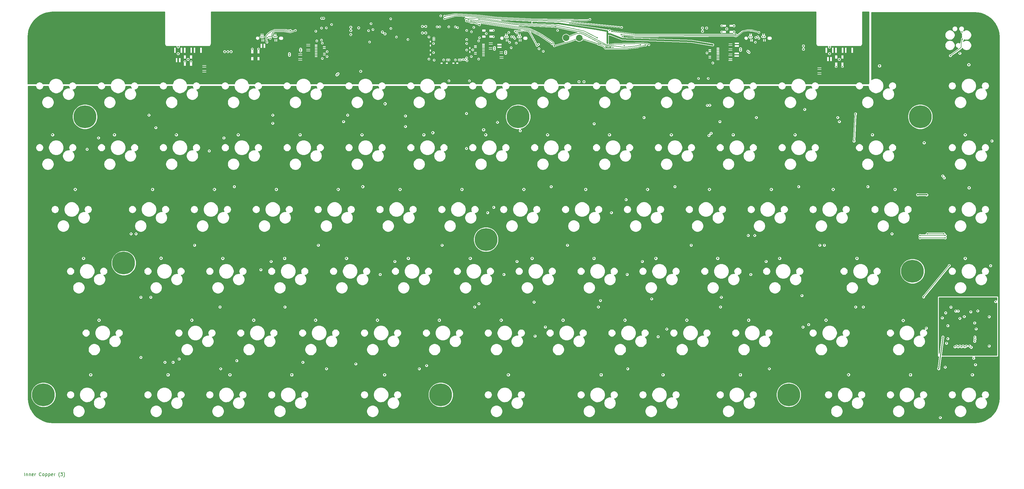
<source format=gbr>
G04 #@! TF.GenerationSoftware,KiCad,Pcbnew,5.1.9+dfsg1-1*
G04 #@! TF.CreationDate,2021-05-27T11:39:34-06:00*
G04 #@! TF.ProjectId,launch,6c61756e-6368-42e6-9b69-6361645f7063,rev?*
G04 #@! TF.SameCoordinates,Original*
G04 #@! TF.FileFunction,Copper,L3,Inr*
G04 #@! TF.FilePolarity,Positive*
%FSLAX46Y46*%
G04 Gerber Fmt 4.6, Leading zero omitted, Abs format (unit mm)*
G04 Created by KiCad (PCBNEW 5.1.9+dfsg1-1) date 2021-05-27 11:39:34*
%MOMM*%
%LPD*%
G01*
G04 APERTURE LIST*
G04 #@! TA.AperFunction,NonConductor*
%ADD10C,0.150000*%
G04 #@! TD*
G04 #@! TA.AperFunction,ComponentPad*
%ADD11O,0.800000X1.400000*%
G04 #@! TD*
G04 #@! TA.AperFunction,ComponentPad*
%ADD12C,7.000000*%
G04 #@! TD*
G04 #@! TA.AperFunction,ComponentPad*
%ADD13C,2.000000*%
G04 #@! TD*
G04 #@! TA.AperFunction,ViaPad*
%ADD14C,0.500000*%
G04 #@! TD*
G04 #@! TA.AperFunction,ViaPad*
%ADD15C,0.400000*%
G04 #@! TD*
G04 #@! TA.AperFunction,Conductor*
%ADD16C,0.150000*%
G04 #@! TD*
G04 #@! TA.AperFunction,Conductor*
%ADD17C,0.250000*%
G04 #@! TD*
G04 #@! TA.AperFunction,Conductor*
%ADD18C,0.200000*%
G04 #@! TD*
G04 #@! TA.AperFunction,Conductor*
%ADD19C,0.500000*%
G04 #@! TD*
G04 #@! TA.AperFunction,Conductor*
%ADD20C,0.300000*%
G04 #@! TD*
G04 #@! TA.AperFunction,Conductor*
%ADD21C,0.254000*%
G04 #@! TD*
G04 #@! TA.AperFunction,Conductor*
%ADD22C,0.100000*%
G04 #@! TD*
G04 APERTURE END LIST*
D10*
X335595Y-129952380D02*
X335595Y-128952380D01*
X811785Y-129285714D02*
X811785Y-129952380D01*
X811785Y-129380952D02*
X859404Y-129333333D01*
X954642Y-129285714D01*
X1097500Y-129285714D01*
X1192738Y-129333333D01*
X1240357Y-129428571D01*
X1240357Y-129952380D01*
X1716547Y-129285714D02*
X1716547Y-129952380D01*
X1716547Y-129380952D02*
X1764166Y-129333333D01*
X1859404Y-129285714D01*
X2002261Y-129285714D01*
X2097500Y-129333333D01*
X2145119Y-129428571D01*
X2145119Y-129952380D01*
X3002261Y-129904761D02*
X2907023Y-129952380D01*
X2716547Y-129952380D01*
X2621309Y-129904761D01*
X2573690Y-129809523D01*
X2573690Y-129428571D01*
X2621309Y-129333333D01*
X2716547Y-129285714D01*
X2907023Y-129285714D01*
X3002261Y-129333333D01*
X3049880Y-129428571D01*
X3049880Y-129523809D01*
X2573690Y-129619047D01*
X3478452Y-129952380D02*
X3478452Y-129285714D01*
X3478452Y-129476190D02*
X3526071Y-129380952D01*
X3573690Y-129333333D01*
X3668928Y-129285714D01*
X3764166Y-129285714D01*
X5430833Y-129857142D02*
X5383214Y-129904761D01*
X5240357Y-129952380D01*
X5145119Y-129952380D01*
X5002261Y-129904761D01*
X4907023Y-129809523D01*
X4859404Y-129714285D01*
X4811785Y-129523809D01*
X4811785Y-129380952D01*
X4859404Y-129190476D01*
X4907023Y-129095238D01*
X5002261Y-129000000D01*
X5145119Y-128952380D01*
X5240357Y-128952380D01*
X5383214Y-129000000D01*
X5430833Y-129047619D01*
X6002261Y-129952380D02*
X5907023Y-129904761D01*
X5859404Y-129857142D01*
X5811785Y-129761904D01*
X5811785Y-129476190D01*
X5859404Y-129380952D01*
X5907023Y-129333333D01*
X6002261Y-129285714D01*
X6145119Y-129285714D01*
X6240357Y-129333333D01*
X6287976Y-129380952D01*
X6335595Y-129476190D01*
X6335595Y-129761904D01*
X6287976Y-129857142D01*
X6240357Y-129904761D01*
X6145119Y-129952380D01*
X6002261Y-129952380D01*
X6764166Y-129285714D02*
X6764166Y-130285714D01*
X6764166Y-129333333D02*
X6859404Y-129285714D01*
X7049880Y-129285714D01*
X7145119Y-129333333D01*
X7192738Y-129380952D01*
X7240357Y-129476190D01*
X7240357Y-129761904D01*
X7192738Y-129857142D01*
X7145119Y-129904761D01*
X7049880Y-129952380D01*
X6859404Y-129952380D01*
X6764166Y-129904761D01*
X7668928Y-129285714D02*
X7668928Y-130285714D01*
X7668928Y-129333333D02*
X7764166Y-129285714D01*
X7954642Y-129285714D01*
X8049880Y-129333333D01*
X8097500Y-129380952D01*
X8145119Y-129476190D01*
X8145119Y-129761904D01*
X8097500Y-129857142D01*
X8049880Y-129904761D01*
X7954642Y-129952380D01*
X7764166Y-129952380D01*
X7668928Y-129904761D01*
X8954642Y-129904761D02*
X8859404Y-129952380D01*
X8668928Y-129952380D01*
X8573690Y-129904761D01*
X8526071Y-129809523D01*
X8526071Y-129428571D01*
X8573690Y-129333333D01*
X8668928Y-129285714D01*
X8859404Y-129285714D01*
X8954642Y-129333333D01*
X9002261Y-129428571D01*
X9002261Y-129523809D01*
X8526071Y-129619047D01*
X9430833Y-129952380D02*
X9430833Y-129285714D01*
X9430833Y-129476190D02*
X9478452Y-129380952D01*
X9526071Y-129333333D01*
X9621309Y-129285714D01*
X9716547Y-129285714D01*
X11097500Y-130333333D02*
X11049880Y-130285714D01*
X10954642Y-130142857D01*
X10907023Y-130047619D01*
X10859404Y-129904761D01*
X10811785Y-129666666D01*
X10811785Y-129476190D01*
X10859404Y-129238095D01*
X10907023Y-129095238D01*
X10954642Y-129000000D01*
X11049880Y-128857142D01*
X11097500Y-128809523D01*
X11383214Y-128952380D02*
X12002261Y-128952380D01*
X11668928Y-129333333D01*
X11811785Y-129333333D01*
X11907023Y-129380952D01*
X11954642Y-129428571D01*
X12002261Y-129523809D01*
X12002261Y-129761904D01*
X11954642Y-129857142D01*
X11907023Y-129904761D01*
X11811785Y-129952380D01*
X11526071Y-129952380D01*
X11430833Y-129904761D01*
X11383214Y-129857142D01*
X12335595Y-130333333D02*
X12383214Y-130285714D01*
X12478452Y-130142857D01*
X12526071Y-130047619D01*
X12573690Y-129904761D01*
X12621309Y-129666666D01*
X12621309Y-129476190D01*
X12573690Y-129238095D01*
X12526071Y-129095238D01*
X12478452Y-129000000D01*
X12383214Y-128857142D01*
X12335595Y-128809523D01*
D11*
X71370000Y5890000D03*
X79630000Y5890000D03*
X79990000Y11840000D03*
X71010000Y11840000D03*
X221370000Y5890000D03*
X229630000Y5890000D03*
X229990000Y11840000D03*
X221010000Y11840000D03*
X146370000Y5890000D03*
X154630000Y5890000D03*
X154990000Y11840000D03*
X146010000Y11840000D03*
G04 #@! TA.AperFunction,ComponentPad*
G36*
G01*
X43500000Y2850000D02*
X43500000Y450000D01*
G75*
G02*
X43050000Y0I-450000J0D01*
G01*
X42150000Y0D01*
G75*
G02*
X41700000Y450000I0J450000D01*
G01*
X41700000Y2850000D01*
G75*
G02*
X42150000Y3300000I450000J0D01*
G01*
X43050000Y3300000D01*
G75*
G02*
X43500000Y2850000I0J-450000D01*
G01*
G37*
G04 #@! TD.AperFunction*
G04 #@! TA.AperFunction,ComponentPad*
G36*
G01*
X59300000Y2900000D02*
X59300000Y500000D01*
G75*
G02*
X58850000Y50000I-450000J0D01*
G01*
X57950000Y50000D01*
G75*
G02*
X57500000Y500000I0J450000D01*
G01*
X57500000Y2900000D01*
G75*
G02*
X57950000Y3350000I450000J0D01*
G01*
X58850000Y3350000D01*
G75*
G02*
X59300000Y2900000I0J-450000D01*
G01*
G37*
G04 #@! TD.AperFunction*
G04 #@! TA.AperFunction,ComponentPad*
G36*
G01*
X243500000Y2850000D02*
X243500000Y450000D01*
G75*
G02*
X243050000Y0I-450000J0D01*
G01*
X242150000Y0D01*
G75*
G02*
X241700000Y450000I0J450000D01*
G01*
X241700000Y2850000D01*
G75*
G02*
X242150000Y3300000I450000J0D01*
G01*
X243050000Y3300000D01*
G75*
G02*
X243500000Y2850000I0J-450000D01*
G01*
G37*
G04 #@! TD.AperFunction*
G04 #@! TA.AperFunction,ComponentPad*
G36*
G01*
X259300000Y2900000D02*
X259300000Y500000D01*
G75*
G02*
X258850000Y50000I-450000J0D01*
G01*
X257950000Y50000D01*
G75*
G02*
X257500000Y500000I0J450000D01*
G01*
X257500000Y2900000D01*
G75*
G02*
X257950000Y3350000I450000J0D01*
G01*
X258850000Y3350000D01*
G75*
G02*
X259300000Y2900000I0J-450000D01*
G01*
G37*
G04 #@! TD.AperFunction*
D12*
X6101700Y-105000000D03*
X30726700Y-64500000D03*
X128101700Y-105000000D03*
X151851700Y-19505800D03*
X234975000Y-105000000D03*
X272976700Y-67000000D03*
X275351700Y-19505800D03*
X18851700Y-19505800D03*
X142000000Y-57250000D03*
D13*
X166600000Y4750000D03*
X170650000Y4700000D03*
D14*
X111000000Y5950000D03*
X110200000Y6525000D03*
D15*
X290500000Y-90000000D03*
X287500000Y-81500000D03*
X283800000Y-83750000D03*
X291000000Y-90400000D03*
X293000000Y-79200000D03*
X296500000Y-81000000D03*
X296500000Y-90000000D03*
X283800000Y-87750000D03*
X292500000Y-84750000D03*
X222400000Y5100000D03*
X222500000Y6250000D03*
X228250000Y4550000D03*
X228250000Y3400000D03*
X228250000Y5150000D03*
X228000000Y6250000D03*
X54650000Y-4800000D03*
X56350000Y-4800000D03*
X245250000Y-5450000D03*
X243550000Y-5450000D03*
X142550000Y2250000D03*
X145900000Y-550000D03*
X147600000Y-550000D03*
X131600000Y-1250000D03*
X135200000Y1000000D03*
X135200000Y-1400000D03*
X135200000Y2000000D03*
X128000000Y-1250000D03*
X126750000Y5500000D03*
X130600000Y7200000D03*
X131650000Y7200000D03*
X135200000Y5100000D03*
X135200000Y7000000D03*
X127000000Y7200000D03*
X145050000Y850000D03*
X147500000Y6250000D03*
X147100000Y5350000D03*
X123100000Y4500000D03*
X123100000Y5500000D03*
X129000000Y-1250000D03*
X132600000Y-1250000D03*
D14*
X50500000Y1950000D03*
X50500000Y-150000D03*
X53500000Y1950000D03*
X53500000Y-150000D03*
D15*
X50500000Y-2600000D03*
X72500000Y6250000D03*
X78250000Y3400000D03*
X78250000Y4550000D03*
X78000000Y6250000D03*
X147650000Y4550000D03*
X153250000Y3400000D03*
X153250000Y4550000D03*
X153100000Y5100000D03*
X153000000Y6250000D03*
D14*
X250500000Y1950000D03*
X253500000Y1950000D03*
X253500000Y-150000D03*
X250500000Y-150000D03*
X250500000Y-2600000D03*
X250500000Y-4100000D03*
D15*
X135200000Y-400000D03*
D14*
X121300000Y5500000D03*
D15*
X135200000Y3000000D03*
X142800000Y6050000D03*
X144300000Y6050000D03*
X127750000Y7200000D03*
X138950000Y7100000D03*
X135200000Y4200000D03*
X61050000Y7980000D03*
X64550000Y7980000D03*
X72400000Y5100000D03*
X72650000Y4550000D03*
X72500000Y3450000D03*
X85850000Y-1150000D03*
X88250000Y1750000D03*
X84150000Y-1150000D03*
X86550000Y1750000D03*
X78150000Y5100000D03*
X90950000Y6450000D03*
X90950000Y5350000D03*
D14*
X108712500Y9300000D03*
X109512500Y10300000D03*
X108700000Y7487500D03*
X71200000Y1350000D03*
X98500000Y8000000D03*
X98500000Y7000000D03*
X98500000Y5750000D03*
X98500000Y4750000D03*
X231000000Y2250000D03*
X231000000Y1250000D03*
X258250000Y7400000D03*
X258250000Y4400000D03*
X242750000Y7400000D03*
X242750000Y4400000D03*
X218150000Y7500000D03*
D15*
X216250000Y1900000D03*
X217950000Y1900000D03*
D14*
X239250000Y8750000D03*
X239250000Y7250000D03*
D15*
X216250000Y-1200000D03*
X217950000Y-1200000D03*
D14*
X95750000Y-7250000D03*
X97000000Y-5750000D03*
X71200000Y-300000D03*
X102850000Y6850000D03*
D15*
X132950000Y11150000D03*
X160750000Y3200000D03*
D14*
X254250000Y-4850000D03*
X257000000Y-2000000D03*
D15*
X129600000Y7200000D03*
X132650000Y7200000D03*
X161750000Y6200000D03*
X138100000Y-2150000D03*
X288200000Y6600000D03*
X220200000Y2050000D03*
D14*
X244856000Y-3302000D03*
D15*
X116450000Y4230000D03*
X178850000Y1850000D03*
X177550000Y1850000D03*
X283150000Y-79800000D03*
D14*
X66250000Y500000D03*
X67250000Y500000D03*
X68250000Y500000D03*
X50250000Y-4450000D03*
D15*
X222600000Y4600000D03*
D14*
X151350000Y9600000D03*
D15*
X283400000Y-89150000D03*
X133400000Y7250000D03*
D14*
X270100000Y-82150000D03*
X246400000Y-82050000D03*
X222650000Y-82050000D03*
X203650000Y-82050000D03*
X184650000Y-82050000D03*
X165650000Y-82050000D03*
X146650000Y-82050000D03*
X127650000Y-82050000D03*
X108650000Y-82050000D03*
X89650000Y-82050000D03*
X70650000Y-82050000D03*
X51650000Y-82050000D03*
X23150000Y-82050000D03*
X20600000Y-98850000D03*
X44350000Y-98850000D03*
X82350000Y-98850000D03*
X110850000Y-98850000D03*
X63350000Y-98850000D03*
X291350000Y-98850000D03*
X148850000Y-98850000D03*
X177350000Y-98850000D03*
X196350000Y-98850000D03*
X220100000Y-98850000D03*
X272350000Y-98850000D03*
X262850000Y-3850000D03*
X15850000Y-41850000D03*
X18400000Y-63050000D03*
X8900000Y-25050000D03*
X11100000Y-3850000D03*
X30100000Y-3850000D03*
X88400000Y-5000000D03*
X163550000Y-4300000D03*
X201100000Y-3850000D03*
X220100000Y-3850000D03*
X238600000Y-3450000D03*
X290250000Y-3500000D03*
X27900000Y-25050000D03*
X46900000Y-25050000D03*
X65900000Y-25050000D03*
X84900000Y-25050000D03*
X103900000Y-25050000D03*
X122900000Y-25050000D03*
X141900000Y-25050000D03*
X160900000Y-25050000D03*
X179900000Y-25050000D03*
X198900000Y-25050000D03*
X217900000Y-25050000D03*
X236900000Y-25050000D03*
X260650000Y-25050000D03*
X289150000Y-25050000D03*
X290350000Y-41350000D03*
X267600000Y-41850000D03*
X248600000Y-41850000D03*
X229600000Y-41850000D03*
X210600000Y-41850000D03*
X191600000Y-41850000D03*
X289150000Y-63050000D03*
X255900000Y-63050000D03*
X232150000Y-63050000D03*
X213150000Y-63050000D03*
X194150000Y-63050000D03*
X175150000Y-63050000D03*
X156150000Y-63050000D03*
X137150000Y-63050000D03*
X118150000Y-63050000D03*
X99150000Y-63050000D03*
X80150000Y-63050000D03*
X61150000Y-63050000D03*
X42200000Y-63000000D03*
X39600000Y-41850000D03*
X58600000Y-41850000D03*
X77600000Y-41850000D03*
X96600000Y-41850000D03*
X115600000Y-41850000D03*
X134600000Y-41850000D03*
X153600000Y-41850000D03*
X172600000Y-41850000D03*
D15*
X90850000Y3550000D03*
X91750000Y1000000D03*
D14*
X106475926Y-4325926D03*
D15*
X140500000Y3750000D03*
X144300000Y2250000D03*
X222350000Y3800000D03*
X220200000Y250000D03*
X210900000Y-2450000D03*
X212350000Y-3000000D03*
X221950000Y1100000D03*
X223250000Y-200000D03*
X212350000Y2600000D03*
X212000000Y-200000D03*
X210050000Y-500000D03*
X212000000Y-1500000D03*
X212000000Y1100000D03*
D14*
X253322223Y-98822223D03*
D15*
X145050000Y-5300000D03*
X133750000Y-1300000D03*
X130400000Y-1250000D03*
X126200000Y-1000000D03*
X127200000Y-1300000D03*
X126750000Y200000D03*
X126700000Y3000000D03*
X126700000Y1600000D03*
D14*
X125150000Y-3800000D03*
X182450000Y-4400000D03*
D15*
X140000000Y1000000D03*
X140250000Y-450000D03*
X140250000Y2500000D03*
X141300000Y3600000D03*
X147350000Y3950000D03*
X148000000Y1100000D03*
X138850000Y-2150000D03*
X81150000Y300000D03*
X81150000Y-1100000D03*
X85560000Y1740000D03*
X85650000Y350000D03*
D14*
X156100000Y3000000D03*
X193200000Y2700000D03*
X195750000Y12000000D03*
X158350000Y5050000D03*
D15*
X90450000Y-1750000D03*
D14*
X75000000Y9250000D03*
X111000000Y5000000D03*
X138200000Y8900000D03*
X175750000Y8200000D03*
X183750000Y7000000D03*
D15*
X183700000Y3650000D03*
X179900000Y4400000D03*
D14*
X93750000Y9800000D03*
D15*
X91000000Y8700000D03*
X94400000Y4400000D03*
D14*
X151150000Y150000D03*
D15*
X284750000Y-78050000D03*
D14*
X276550000Y-27500000D03*
D15*
X90850000Y-650000D03*
X90850000Y2200000D03*
D14*
X68800000Y-4000000D03*
D15*
X138700000Y6100000D03*
X130950000Y-5350000D03*
X109585270Y8304910D03*
X113550000Y8650000D03*
X112350000Y8650000D03*
X107450000Y6450000D03*
X108550000Y6450000D03*
D14*
X110700000Y7500000D03*
D15*
X76500000Y-19000000D03*
X38500000Y-19000000D03*
X190500000Y-19750000D03*
X225000000Y-19750000D03*
X250000000Y-19750000D03*
X145500000Y-21200000D03*
X99500000Y-19000000D03*
X152500000Y-23800000D03*
X40600000Y-22850000D03*
X250500000Y-21000000D03*
X213800000Y-21000000D03*
X175198761Y-21651239D03*
X98250000Y-21000000D03*
X76500000Y-21500000D03*
X162000000Y-41000000D03*
X200000000Y-41000000D03*
X238000000Y-41000000D03*
X259250000Y-41000000D03*
D14*
X104150000Y-41000000D03*
D15*
X64700000Y-41000000D03*
X244500000Y-59000000D03*
X205000000Y-59000000D03*
X90500000Y-59000000D03*
X128500000Y-59000000D03*
X167000000Y-59000000D03*
X52500000Y-59000000D03*
X245890000Y-59000000D03*
X60310000Y-78000000D03*
X257850000Y-78000000D03*
X214000000Y-78000000D03*
X138500000Y-78000000D03*
X176500000Y-78000000D03*
X255500000Y-78000000D03*
X80250000Y-78000000D03*
X284250000Y-65250000D03*
X276350000Y-74890000D03*
X282300000Y-87250000D03*
X60500000Y-97000000D03*
X281000000Y-97000000D03*
X229000000Y-97000000D03*
X93000000Y-97000000D03*
X185500000Y-97000000D03*
X121500000Y-97000000D03*
X291750000Y-93750000D03*
X36000000Y-93500000D03*
X288500000Y-90000000D03*
X286000000Y-90250000D03*
X47750000Y-94000000D03*
X286500000Y-90000000D03*
X65450000Y-94500000D03*
X287000000Y-90250000D03*
X85750000Y-95000000D03*
X287500000Y-90000000D03*
X102000000Y-95500000D03*
X288000000Y-90250000D03*
X123750000Y-96000000D03*
X290850000Y-79500000D03*
X139800000Y-77000000D03*
X289000000Y-90250000D03*
X117250000Y-22500000D03*
X117250000Y-19250000D03*
X156750000Y-76500000D03*
X289500000Y-90000000D03*
X136000000Y-29250000D03*
X136000000Y-18500000D03*
X177150000Y-76000000D03*
X282100000Y-81350000D03*
X292050000Y-88550000D03*
X192850000Y-75500000D03*
X292150000Y-87900000D03*
X214250000Y-75000000D03*
X239000000Y-74500000D03*
X292100000Y-87250000D03*
X292050000Y-82900000D03*
X283000000Y-96500000D03*
X277500000Y-55500000D03*
X282600000Y-55500000D03*
X255000000Y-27000000D03*
X255450000Y-18600000D03*
X266650000Y-55500000D03*
X288850000Y-80950000D03*
X288297620Y4397620D03*
X284600000Y-700000D03*
X126000000Y4663500D03*
X287000000Y-79250000D03*
X126000000Y4136500D03*
X286250000Y-79250000D03*
X283750000Y-83000000D03*
X290000000Y-90400000D03*
X292000000Y-79200000D03*
X283500000Y-88250000D03*
X292200000Y-84250000D03*
X124500000Y-1800000D03*
X124500000Y5000000D03*
X288000000Y-81100000D03*
X132600000Y8100000D03*
X136100000Y3000000D03*
X136100000Y-1400000D03*
X137550000Y6600000D03*
X91500000Y4050000D03*
X91500000Y7750000D03*
D14*
X102900000Y7800000D03*
D15*
X130600000Y8100000D03*
X127000000Y8100000D03*
X179300000Y3100000D03*
X179300000Y6850000D03*
X287500000Y0D03*
X118040000Y4220000D03*
X283150000Y-80800000D03*
D14*
X156400000Y9400000D03*
D15*
X91750000Y-1600000D03*
X91750000Y3100000D03*
X139750000Y3800000D03*
X211650000Y-3000000D03*
X211650000Y2600000D03*
X139750000Y-1800000D03*
X137950000Y1050000D03*
X209850000Y100000D03*
X93250000Y500000D03*
X129000000Y-2050000D03*
X132600000Y-2050000D03*
X136100000Y1000000D03*
X127800000Y8100000D03*
X136100000Y7000000D03*
X136100000Y4200000D03*
D14*
X122500000Y8250000D03*
X122500000Y6250000D03*
X123500000Y8250000D03*
X123500000Y6250000D03*
D15*
X125900000Y3000000D03*
X125900000Y200000D03*
X126100000Y-2100000D03*
X112750000Y10600000D03*
X144600000Y1763500D03*
X147986500Y5050000D03*
X144600000Y1236500D03*
X148513500Y5050000D03*
X148050000Y463500D03*
X148050000Y-63500D03*
X140000000Y4750000D03*
X136000000Y9950000D03*
D14*
X140000000Y8800000D03*
D15*
X152513500Y5050000D03*
X151986500Y5050000D03*
X135000000Y-1900000D03*
D14*
X247500000Y1900000D03*
X247500000Y-150000D03*
X250500000Y-1900000D03*
X239500000Y1250000D03*
X239500000Y2250000D03*
D15*
X130136500Y-2050000D03*
X251450000Y-4100000D03*
X249550000Y-4100000D03*
X130663500Y-2050000D03*
X227513500Y5100000D03*
X222786323Y263677D03*
X226986500Y5100000D03*
X222413677Y636323D03*
X223513500Y5000000D03*
X220200000Y886500D03*
X222986500Y5000000D03*
X220200000Y1413500D03*
D14*
X215950000Y7500000D03*
X208500000Y7750000D03*
X208500000Y6750000D03*
X209750000Y7750000D03*
D15*
X183850000Y5150000D03*
X224750000Y3375000D03*
X218750000Y5700000D03*
X180650000Y6700000D03*
D14*
X218150000Y8450000D03*
D15*
X225450000Y5100000D03*
D14*
X218150000Y6550000D03*
D15*
X224850000Y4850000D03*
X225800000Y4600000D03*
X225825000Y6425000D03*
X183550000Y5750000D03*
X135800000Y10700000D03*
X176200000Y4750000D03*
X133736500Y-2050000D03*
X214400000Y6550000D03*
X134263500Y-2050000D03*
X214400000Y8450000D03*
X137500000Y-1000000D03*
D14*
X50500000Y-1900000D03*
X47500000Y-150000D03*
X47500000Y1950000D03*
X63750000Y500000D03*
X62750000Y500000D03*
X61750000Y500000D03*
D15*
X49550000Y-2600000D03*
X96213677Y-6686323D03*
X51450000Y-2600000D03*
X96586323Y-6313677D03*
X129250000Y10650000D03*
X183700000Y7950000D03*
X129300000Y11400000D03*
X173950000Y10400000D03*
X128100000Y11500000D03*
X94600000Y8850000D03*
X151500000Y6250000D03*
X142100000Y6050000D03*
X158150000Y2750000D03*
X159600000Y600000D03*
X149000000Y6400000D03*
X179950000Y7050000D03*
X149250000Y3350000D03*
X151300000Y3100000D03*
X164000000Y7000000D03*
X90050000Y3800000D03*
X158300000Y1400000D03*
X149750000Y1700000D03*
X144300000Y7000000D03*
X150450000Y5050000D03*
X144300000Y5100000D03*
X150850000Y4600000D03*
X149850000Y5050000D03*
X151000000Y6750000D03*
X157690000Y2410000D03*
X180950000Y1850000D03*
X93000000Y7800000D03*
D14*
X92150000Y10750000D03*
X91550000Y10750000D03*
D15*
X76000000Y5100000D03*
X83500000Y7000000D03*
X74750000Y3400000D03*
X82000000Y7000000D03*
X93200000Y-1000000D03*
X106700000Y9100000D03*
X70250000Y1300000D03*
X75400000Y5100000D03*
X75750000Y4550000D03*
X74900000Y4800000D03*
X72150000Y1300000D03*
X282250000Y-37700000D03*
X210700000Y-15950000D03*
X163000000Y2250000D03*
X211120930Y-24579070D03*
X136519513Y10300000D03*
X191000000Y2500000D03*
X176550000Y2800000D03*
X209950000Y-16000000D03*
X210434272Y-25265728D03*
X282700000Y-38300000D03*
X162300000Y2900000D03*
X137400000Y9850000D03*
X189430228Y2580228D03*
X177100000Y3100000D03*
X184450000Y2300000D03*
X89750000Y6800000D03*
X77513500Y5100000D03*
X85100000Y1263500D03*
X76986500Y5100000D03*
X85100000Y736500D03*
X72986500Y5050000D03*
X81650000Y-663500D03*
X73513500Y5050000D03*
X81650000Y-136500D03*
X112800000Y7600000D03*
X135600000Y-1950000D03*
X136200000Y-2300000D03*
X105950000Y6950000D03*
X114515209Y4965209D03*
X138250000Y7950000D03*
X239850000Y-17250000D03*
X139870000Y10430000D03*
X163267388Y8182612D03*
X192050000Y2650000D03*
D14*
X100500000Y8000000D03*
X100500000Y7000000D03*
X100500000Y5750000D03*
X105000000Y-15500000D03*
X106500000Y-15500000D03*
X108000000Y-15500000D03*
X109500000Y-15500000D03*
X272350000Y-79900000D03*
X248600000Y-79850000D03*
X224850000Y-79850000D03*
X205850000Y-79850000D03*
X186850000Y-79850000D03*
X167850000Y-79850000D03*
X148850000Y-79850000D03*
X129850000Y-79850000D03*
X110850000Y-79850000D03*
X91850000Y-79850000D03*
X72850000Y-79850000D03*
X53850000Y-79850000D03*
X25350000Y-79850000D03*
X18400000Y-101050000D03*
X42150000Y-101050000D03*
X61150000Y-101050000D03*
X80150000Y-101050000D03*
X108650000Y-101050000D03*
X289150000Y-101050000D03*
X146650000Y-101050000D03*
X175150000Y-101050000D03*
X194150000Y-101050000D03*
X217900000Y-101050000D03*
X251150000Y-101050000D03*
X270150000Y-101050000D03*
X14300000Y-44550000D03*
X20600000Y-60850000D03*
X11100000Y-22850000D03*
X13100000Y-10300000D03*
X25700000Y-10350000D03*
X44750000Y-10300000D03*
X63500000Y-10350000D03*
X82600000Y-10350000D03*
X120550000Y-10300000D03*
X139450000Y-10250000D03*
X158450000Y-10300000D03*
X177450000Y-10250000D03*
X196550000Y-10300000D03*
X215700000Y-10250000D03*
X234550000Y-10300000D03*
X289150000Y-6050000D03*
X30100000Y-22850000D03*
X49100000Y-22850000D03*
X68100000Y-22850000D03*
X87100000Y-22850000D03*
X106100000Y-22850000D03*
X125100000Y-22850000D03*
X144100000Y-22850000D03*
X163100000Y-22850000D03*
X182100000Y-22850000D03*
X201100000Y-22850000D03*
X220100000Y-22850000D03*
X239100000Y-22850000D03*
X263250000Y-22400000D03*
X291350000Y-22850000D03*
X265400000Y-44050000D03*
X246400000Y-44050000D03*
X227400000Y-44050000D03*
X208400000Y-44050000D03*
X189400000Y-44050000D03*
X291350000Y-60850000D03*
X258100000Y-60850000D03*
X234350000Y-60850000D03*
X215350000Y-60850000D03*
X196350000Y-60850000D03*
X177350000Y-60850000D03*
X158350000Y-60850000D03*
X120350000Y-60850000D03*
X101350000Y-60850000D03*
X82350000Y-60850000D03*
X63350000Y-60850000D03*
X44300000Y-60850000D03*
X37400000Y-44050000D03*
X56400000Y-44050000D03*
X75400000Y-44050000D03*
X94400000Y-44050000D03*
X113400000Y-44050000D03*
X132400000Y-44050000D03*
X151400000Y-44050000D03*
X170400000Y-44050000D03*
X103550000Y-5550000D03*
X260768750Y-6268750D03*
X289100000Y-44100000D03*
X273450000Y-27500000D03*
X139450000Y-61475000D03*
D15*
X106250000Y3450000D03*
X107300000Y7300000D03*
X23000000Y-26000000D03*
X19500000Y-29500000D03*
X34500000Y-55500000D03*
X33000000Y-55500000D03*
X36000000Y-75000000D03*
X39050000Y-75000000D03*
X45900000Y-95000000D03*
X43400000Y-95000000D03*
X275250000Y-56000000D03*
X283000000Y-56000000D03*
X297350000Y-26950000D03*
X292300000Y-95750000D03*
X296950000Y-65300000D03*
X224500000Y-56000000D03*
X222500000Y-56000000D03*
X228000000Y-64000000D03*
X223300000Y-68000000D03*
X239334616Y-84184616D03*
X241065385Y-83415385D03*
X185000000Y-45000000D03*
X180500000Y-49000000D03*
X190000000Y-64000000D03*
X185340000Y-67990000D03*
X194843035Y-87143035D03*
X197489038Y-84789038D03*
X142500000Y-49000000D03*
X144352942Y-47352942D03*
X151500000Y-64000000D03*
X147500000Y-68000000D03*
X157050000Y-86950000D03*
X160202083Y-84152083D03*
D14*
X111000000Y-15500000D03*
D15*
X114000000Y-64000000D03*
X109500000Y-68000000D03*
X281500000Y-112000000D03*
X298500000Y-76350000D03*
X61500000Y-26000000D03*
X57000000Y-30000000D03*
X76000000Y-64000000D03*
X72850000Y-66550000D03*
X130650000Y-8500000D03*
X136900000Y-8500000D03*
D14*
X141250000Y-23500000D03*
X125650147Y-24400147D03*
X170550000Y-8750000D03*
X172100000Y-8750000D03*
D15*
X207250000Y-7750000D03*
X210250000Y-7750000D03*
X275250000Y-56750000D03*
X283000000Y-56750000D03*
D14*
X274572120Y-43477880D03*
X277300000Y-43500000D03*
D15*
X277200000Y-84500000D03*
X133300000Y7900000D03*
D16*
X147650000Y4550000D02*
X147350000Y5200000D01*
X276350000Y-74890000D02*
X284250000Y-65250000D01*
D17*
X281000000Y-97000000D02*
X282300000Y-87250000D01*
D18*
X277500000Y-55500000D02*
X282600000Y-55500000D01*
D16*
X255000000Y-27000000D02*
X255450000Y-18600000D01*
X287900000Y2800000D02*
X288297620Y4397620D01*
X287900000Y2000000D02*
X287900000Y2800000D01*
X287807692Y1692308D02*
X284600000Y-700000D01*
X287807692Y1692308D02*
X287900000Y2000000D01*
D19*
X183850000Y4450000D02*
X180200000Y5900000D01*
X205016390Y3666390D02*
X183850000Y4450000D01*
X205016390Y3666390D02*
X211650000Y2600000D01*
X179300000Y6850000D02*
X175500000Y7500000D01*
X175500000Y7500000D02*
X164191147Y9191147D01*
X156400000Y9400000D02*
X164191147Y9191147D01*
X180200000Y5900000D02*
X179300000Y5950000D01*
X179300000Y5950000D02*
X179300000Y3100000D01*
X179300000Y6850000D02*
X179300000Y5950000D01*
D16*
X137400000Y9400000D02*
X136000000Y9950000D01*
X138400000Y9400000D02*
X140000000Y8800000D01*
X138400000Y9400000D02*
X137400000Y9400000D01*
X187950000Y5700000D02*
X218750000Y5700000D01*
X180650000Y6700000D02*
X187950000Y5700000D01*
X223773972Y7023972D02*
X225825000Y6425000D01*
X222346153Y7096153D02*
X223773972Y7023972D01*
X220907691Y6757691D02*
X219150000Y5400000D01*
X220907691Y6757691D02*
X222346153Y7096153D01*
X219150000Y5400000D02*
X218800000Y5250000D01*
X218800000Y5250000D02*
X218050000Y5350000D01*
X183550000Y5750000D02*
X187295956Y5254044D01*
X218050000Y5350000D02*
X187295956Y5254044D01*
X151250000Y9100000D02*
X163166918Y8683082D01*
X135800000Y10700000D02*
X139850000Y10850000D01*
X139850000Y10850000D02*
X151250000Y9100000D01*
X163332583Y8667417D02*
X163166918Y8683082D01*
X163332583Y8667417D02*
X167216291Y7933709D01*
X167216291Y7933709D02*
X172200000Y6850000D01*
X172200000Y6850000D02*
X176200000Y4750000D01*
X132714664Y11585336D02*
X129250000Y10650000D01*
X145750000Y10550000D02*
X139950000Y11200000D01*
X139950000Y11200000D02*
X133770083Y11570083D01*
X132714664Y11585336D02*
X133770083Y11570083D01*
X183700000Y7950000D02*
X165358246Y9791754D01*
X165358246Y9791754D02*
X156550000Y10000000D01*
X156550000Y10000000D02*
X145750000Y10550000D01*
X173950000Y10400000D02*
X173100000Y10150000D01*
X132635223Y11935223D02*
X129300000Y11400000D01*
X139900000Y11550000D02*
X132635223Y11935223D01*
X145700000Y10900000D02*
X139900000Y11550000D01*
X145800000Y10900000D02*
X156797604Y10347604D01*
X173100000Y10150000D02*
X156797604Y10347604D01*
X145800000Y10900000D02*
X145700000Y10900000D01*
X151000000Y6750000D02*
X154600000Y6900000D01*
X154600000Y6900000D02*
X155050000Y6800000D01*
X157690000Y2410000D02*
X155367307Y6567307D01*
X155050000Y6800000D02*
X155367307Y6567307D01*
X83500000Y7000000D02*
X82000000Y6500000D01*
X77009800Y6740200D02*
X76699800Y6550200D01*
X76461291Y6288709D02*
X76000000Y5100000D01*
X76699800Y6550200D02*
X76461291Y6288709D01*
X82000000Y6500000D02*
X79880000Y6820000D01*
X79880000Y6820000D02*
X77320000Y6820000D01*
X77320000Y6820000D02*
X77009800Y6740200D01*
X74530000Y4560000D02*
X74750000Y3400000D01*
X74499109Y5160891D02*
X74463859Y4783859D01*
X74463859Y4783859D02*
X74530000Y4560000D01*
X74914604Y5835396D02*
X74499109Y5160891D01*
X75799302Y6549302D02*
X74914604Y5835396D01*
X77150000Y7130000D02*
X76810000Y7030000D01*
X80020983Y7179017D02*
X77150000Y7130000D01*
X82000000Y7000000D02*
X80020983Y7179017D01*
X76810000Y7030000D02*
X75799302Y6549302D01*
X162550000Y3400000D02*
X162700000Y3200000D01*
X162700000Y3200000D02*
X163000000Y2250000D01*
X163000000Y2250000D02*
X167700000Y3600000D01*
X155250000Y7500000D02*
X155682990Y7332990D01*
X158719838Y5869838D02*
X162433969Y3483969D01*
X162433969Y3483969D02*
X162550000Y3400000D01*
X155682990Y7332990D02*
X158719838Y5869838D01*
X155082480Y7532480D02*
X155250000Y7500000D01*
X137632443Y10267557D02*
X155082480Y7532480D01*
X137632443Y10267557D02*
X136519513Y10300000D01*
X167700000Y3600000D02*
X170650000Y4700000D01*
X188500000Y1850000D02*
X191000000Y2500000D01*
X185128169Y1421831D02*
X188500000Y1850000D01*
X181850000Y1400000D02*
X185128169Y1421831D01*
X178650000Y1400000D02*
X181850000Y1400000D01*
X178100000Y2150000D02*
X178400000Y1750000D01*
X176550000Y2800000D02*
X174269273Y3619273D01*
X176550000Y2800000D02*
X177650000Y2300000D01*
X174269273Y3619273D02*
X170650000Y4700000D01*
X178400000Y1750000D02*
X178650000Y1400000D01*
X177650000Y2300000D02*
X178100000Y2150000D01*
X155150000Y7150000D02*
X155293750Y7093750D01*
X162300000Y2900000D02*
X158559696Y5509696D01*
X155293750Y7093750D02*
X158559696Y5509696D01*
X137400000Y9850000D02*
X155150000Y7150000D01*
X188100000Y2250000D02*
X189430228Y2580228D01*
X184452688Y1802688D02*
X188100000Y2250000D01*
X177100000Y3100000D02*
X171850000Y5850000D01*
X171850000Y5850000D02*
X170950000Y6150000D01*
X169900000Y6050000D02*
X166600000Y4750000D01*
X179000000Y2300000D02*
X179450000Y2200000D01*
X170950000Y6150000D02*
X169900000Y6050000D01*
X179450000Y2200000D02*
X181050000Y2350000D01*
X177100000Y3100000D02*
X179000000Y2300000D01*
X181050000Y2350000D02*
X184345162Y1795162D01*
X184345162Y1795162D02*
X184452688Y1802688D01*
X139870000Y10430000D02*
X151197013Y8747013D01*
X151197013Y8747013D02*
X163267388Y8182612D01*
X185910185Y2889815D02*
X181700000Y2800000D01*
X185910185Y2889815D02*
X189701861Y2998139D01*
X172150000Y6250000D02*
X171100000Y6550000D01*
X171100000Y6550000D02*
X163267388Y8182612D01*
X191380935Y2930935D02*
X192050000Y2650000D01*
X189701861Y2998139D02*
X191380935Y2930935D01*
X179200000Y2550000D02*
X179650000Y2550000D01*
X179650000Y2550000D02*
X181700000Y2800000D01*
X172150000Y6250000D02*
X178911257Y2638743D01*
X178911257Y2638743D02*
X179200000Y2550000D01*
D18*
X275250000Y-56000000D02*
X283000000Y-56000000D01*
X283000000Y-56750000D02*
X275250000Y-56750000D01*
D20*
X277300000Y-43500000D02*
X274572120Y-43477880D01*
D21*
X298873000Y-75906999D02*
X298867816Y-75901815D01*
X298773312Y-75838669D01*
X298668305Y-75795174D01*
X298556830Y-75773000D01*
X298443170Y-75773000D01*
X298331695Y-75795174D01*
X298226688Y-75838669D01*
X298132184Y-75901815D01*
X298051815Y-75982184D01*
X297988669Y-76076688D01*
X297945174Y-76181695D01*
X297923000Y-76293170D01*
X297923000Y-76406830D01*
X297945174Y-76518305D01*
X297988669Y-76623312D01*
X298051815Y-76717816D01*
X298132184Y-76798185D01*
X298226688Y-76861331D01*
X298331695Y-76904826D01*
X298443170Y-76927000D01*
X298556830Y-76927000D01*
X298668305Y-76904826D01*
X298773312Y-76861331D01*
X298867816Y-76798185D01*
X298873000Y-76793001D01*
X298873000Y-92873000D01*
X282056709Y-92873000D01*
X282414019Y-90193170D01*
X285423000Y-90193170D01*
X285423000Y-90306830D01*
X285445174Y-90418305D01*
X285488669Y-90523312D01*
X285551815Y-90617816D01*
X285632184Y-90698185D01*
X285726688Y-90761331D01*
X285831695Y-90804826D01*
X285943170Y-90827000D01*
X286056830Y-90827000D01*
X286168305Y-90804826D01*
X286273312Y-90761331D01*
X286367816Y-90698185D01*
X286448185Y-90617816D01*
X286475458Y-90577000D01*
X286524542Y-90577000D01*
X286551815Y-90617816D01*
X286632184Y-90698185D01*
X286726688Y-90761331D01*
X286831695Y-90804826D01*
X286943170Y-90827000D01*
X287056830Y-90827000D01*
X287168305Y-90804826D01*
X287273312Y-90761331D01*
X287367816Y-90698185D01*
X287448185Y-90617816D01*
X287475458Y-90577000D01*
X287524542Y-90577000D01*
X287551815Y-90617816D01*
X287632184Y-90698185D01*
X287726688Y-90761331D01*
X287831695Y-90804826D01*
X287943170Y-90827000D01*
X288056830Y-90827000D01*
X288168305Y-90804826D01*
X288273312Y-90761331D01*
X288367816Y-90698185D01*
X288448185Y-90617816D01*
X288475458Y-90577000D01*
X288524542Y-90577000D01*
X288551815Y-90617816D01*
X288632184Y-90698185D01*
X288726688Y-90761331D01*
X288831695Y-90804826D01*
X288943170Y-90827000D01*
X289056830Y-90827000D01*
X289168305Y-90804826D01*
X289273312Y-90761331D01*
X289367816Y-90698185D01*
X289448185Y-90617816D01*
X289475458Y-90577000D01*
X289556830Y-90577000D01*
X289668305Y-90554826D01*
X289773312Y-90511331D01*
X289867816Y-90448185D01*
X289948185Y-90367816D01*
X290000000Y-90290270D01*
X290051815Y-90367816D01*
X290132184Y-90448185D01*
X290226688Y-90511331D01*
X290331695Y-90554826D01*
X290443170Y-90577000D01*
X290448776Y-90577000D01*
X290488669Y-90673312D01*
X290551815Y-90767816D01*
X290632184Y-90848185D01*
X290726688Y-90911331D01*
X290831695Y-90954826D01*
X290943170Y-90977000D01*
X291056830Y-90977000D01*
X291168305Y-90954826D01*
X291273312Y-90911331D01*
X291367816Y-90848185D01*
X291448185Y-90767816D01*
X291511331Y-90673312D01*
X291554826Y-90568305D01*
X291577000Y-90456830D01*
X291577000Y-90343170D01*
X291554826Y-90231695D01*
X291511331Y-90126688D01*
X291448185Y-90032184D01*
X291367816Y-89951815D01*
X291354878Y-89943170D01*
X295923000Y-89943170D01*
X295923000Y-90056830D01*
X295945174Y-90168305D01*
X295988669Y-90273312D01*
X296051815Y-90367816D01*
X296132184Y-90448185D01*
X296226688Y-90511331D01*
X296331695Y-90554826D01*
X296443170Y-90577000D01*
X296556830Y-90577000D01*
X296668305Y-90554826D01*
X296773312Y-90511331D01*
X296867816Y-90448185D01*
X296948185Y-90367816D01*
X297011331Y-90273312D01*
X297054826Y-90168305D01*
X297077000Y-90056830D01*
X297077000Y-89943170D01*
X297054826Y-89831695D01*
X297011331Y-89726688D01*
X296948185Y-89632184D01*
X296867816Y-89551815D01*
X296773312Y-89488669D01*
X296668305Y-89445174D01*
X296556830Y-89423000D01*
X296443170Y-89423000D01*
X296331695Y-89445174D01*
X296226688Y-89488669D01*
X296132184Y-89551815D01*
X296051815Y-89632184D01*
X295988669Y-89726688D01*
X295945174Y-89831695D01*
X295923000Y-89943170D01*
X291354878Y-89943170D01*
X291273312Y-89888669D01*
X291168305Y-89845174D01*
X291056830Y-89823000D01*
X291051224Y-89823000D01*
X291011331Y-89726688D01*
X290948185Y-89632184D01*
X290867816Y-89551815D01*
X290773312Y-89488669D01*
X290668305Y-89445174D01*
X290556830Y-89423000D01*
X290443170Y-89423000D01*
X290331695Y-89445174D01*
X290226688Y-89488669D01*
X290132184Y-89551815D01*
X290051815Y-89632184D01*
X290000000Y-89709730D01*
X289948185Y-89632184D01*
X289867816Y-89551815D01*
X289773312Y-89488669D01*
X289668305Y-89445174D01*
X289556830Y-89423000D01*
X289443170Y-89423000D01*
X289331695Y-89445174D01*
X289226688Y-89488669D01*
X289132184Y-89551815D01*
X289051815Y-89632184D01*
X289024542Y-89673000D01*
X288975458Y-89673000D01*
X288948185Y-89632184D01*
X288867816Y-89551815D01*
X288773312Y-89488669D01*
X288668305Y-89445174D01*
X288556830Y-89423000D01*
X288443170Y-89423000D01*
X288331695Y-89445174D01*
X288226688Y-89488669D01*
X288132184Y-89551815D01*
X288051815Y-89632184D01*
X288024542Y-89673000D01*
X287975458Y-89673000D01*
X287948185Y-89632184D01*
X287867816Y-89551815D01*
X287773312Y-89488669D01*
X287668305Y-89445174D01*
X287556830Y-89423000D01*
X287443170Y-89423000D01*
X287331695Y-89445174D01*
X287226688Y-89488669D01*
X287132184Y-89551815D01*
X287051815Y-89632184D01*
X287024542Y-89673000D01*
X286975458Y-89673000D01*
X286948185Y-89632184D01*
X286867816Y-89551815D01*
X286773312Y-89488669D01*
X286668305Y-89445174D01*
X286556830Y-89423000D01*
X286443170Y-89423000D01*
X286331695Y-89445174D01*
X286226688Y-89488669D01*
X286132184Y-89551815D01*
X286051815Y-89632184D01*
X286024542Y-89673000D01*
X285943170Y-89673000D01*
X285831695Y-89695174D01*
X285726688Y-89738669D01*
X285632184Y-89801815D01*
X285551815Y-89882184D01*
X285488669Y-89976688D01*
X285445174Y-90081695D01*
X285423000Y-90193170D01*
X282414019Y-90193170D01*
X282560686Y-89093170D01*
X282823000Y-89093170D01*
X282823000Y-89206830D01*
X282845174Y-89318305D01*
X282888669Y-89423312D01*
X282951815Y-89517816D01*
X283032184Y-89598185D01*
X283126688Y-89661331D01*
X283231695Y-89704826D01*
X283343170Y-89727000D01*
X283456830Y-89727000D01*
X283568305Y-89704826D01*
X283673312Y-89661331D01*
X283767816Y-89598185D01*
X283848185Y-89517816D01*
X283911331Y-89423312D01*
X283954826Y-89318305D01*
X283977000Y-89206830D01*
X283977000Y-89093170D01*
X283954826Y-88981695D01*
X283911331Y-88876688D01*
X283848185Y-88782184D01*
X283767816Y-88701815D01*
X283673312Y-88638669D01*
X283568305Y-88595174D01*
X283456830Y-88573000D01*
X283343170Y-88573000D01*
X283231695Y-88595174D01*
X283126688Y-88638669D01*
X283032184Y-88701815D01*
X282951815Y-88782184D01*
X282888669Y-88876688D01*
X282845174Y-88981695D01*
X282823000Y-89093170D01*
X282560686Y-89093170D01*
X282640685Y-88493170D01*
X291473000Y-88493170D01*
X291473000Y-88606830D01*
X291495174Y-88718305D01*
X291538669Y-88823312D01*
X291601815Y-88917816D01*
X291682184Y-88998185D01*
X291776688Y-89061331D01*
X291881695Y-89104826D01*
X291993170Y-89127000D01*
X292106830Y-89127000D01*
X292218305Y-89104826D01*
X292323312Y-89061331D01*
X292417816Y-88998185D01*
X292498185Y-88917816D01*
X292561331Y-88823312D01*
X292604826Y-88718305D01*
X292627000Y-88606830D01*
X292627000Y-88493170D01*
X292604826Y-88381695D01*
X292569527Y-88296474D01*
X292598185Y-88267816D01*
X292661331Y-88173312D01*
X292704826Y-88068305D01*
X292727000Y-87956830D01*
X292727000Y-87843170D01*
X292704826Y-87731695D01*
X292661331Y-87626688D01*
X292601794Y-87537585D01*
X292611331Y-87523312D01*
X292654826Y-87418305D01*
X292677000Y-87306830D01*
X292677000Y-87193170D01*
X292654826Y-87081695D01*
X292611331Y-86976688D01*
X292548185Y-86882184D01*
X292467816Y-86801815D01*
X292373312Y-86738669D01*
X292268305Y-86695174D01*
X292156830Y-86673000D01*
X292043170Y-86673000D01*
X291931695Y-86695174D01*
X291826688Y-86738669D01*
X291732184Y-86801815D01*
X291651815Y-86882184D01*
X291588669Y-86976688D01*
X291545174Y-87081695D01*
X291523000Y-87193170D01*
X291523000Y-87306830D01*
X291545174Y-87418305D01*
X291588669Y-87523312D01*
X291648206Y-87612415D01*
X291638669Y-87626688D01*
X291595174Y-87731695D01*
X291573000Y-87843170D01*
X291573000Y-87956830D01*
X291595174Y-88068305D01*
X291630473Y-88153526D01*
X291601815Y-88182184D01*
X291538669Y-88276688D01*
X291495174Y-88381695D01*
X291473000Y-88493170D01*
X282640685Y-88493170D01*
X282747352Y-87693170D01*
X283223000Y-87693170D01*
X283223000Y-87806830D01*
X283245174Y-87918305D01*
X283288669Y-88023312D01*
X283351815Y-88117816D01*
X283432184Y-88198185D01*
X283526688Y-88261331D01*
X283631695Y-88304826D01*
X283743170Y-88327000D01*
X283856830Y-88327000D01*
X283968305Y-88304826D01*
X284073312Y-88261331D01*
X284167816Y-88198185D01*
X284248185Y-88117816D01*
X284311331Y-88023312D01*
X284354826Y-87918305D01*
X284377000Y-87806830D01*
X284377000Y-87693170D01*
X284354826Y-87581695D01*
X284311331Y-87476688D01*
X284248185Y-87382184D01*
X284167816Y-87301815D01*
X284073312Y-87238669D01*
X283968305Y-87195174D01*
X283856830Y-87173000D01*
X283743170Y-87173000D01*
X283631695Y-87195174D01*
X283526688Y-87238669D01*
X283432184Y-87301815D01*
X283351815Y-87382184D01*
X283288669Y-87476688D01*
X283245174Y-87581695D01*
X283223000Y-87693170D01*
X282747352Y-87693170D01*
X282759697Y-87600587D01*
X282811331Y-87523312D01*
X282854826Y-87418305D01*
X282877000Y-87306830D01*
X282877000Y-87193170D01*
X282854826Y-87081695D01*
X282811331Y-86976688D01*
X282748185Y-86882184D01*
X282667816Y-86801815D01*
X282573312Y-86738669D01*
X282468305Y-86695174D01*
X282356830Y-86673000D01*
X282243170Y-86673000D01*
X282131695Y-86695174D01*
X282026688Y-86738669D01*
X281932184Y-86801815D01*
X281851815Y-86882184D01*
X281788669Y-86976688D01*
X281745174Y-87081695D01*
X281723000Y-87193170D01*
X281723000Y-87306830D01*
X281745174Y-87418305D01*
X281764799Y-87465684D01*
X281127000Y-92249181D01*
X281127000Y-84693170D01*
X291923000Y-84693170D01*
X291923000Y-84806830D01*
X291945174Y-84918305D01*
X291988669Y-85023312D01*
X292051815Y-85117816D01*
X292132184Y-85198185D01*
X292226688Y-85261331D01*
X292331695Y-85304826D01*
X292443170Y-85327000D01*
X292556830Y-85327000D01*
X292668305Y-85304826D01*
X292773312Y-85261331D01*
X292867816Y-85198185D01*
X292948185Y-85117816D01*
X293011331Y-85023312D01*
X293054826Y-84918305D01*
X293077000Y-84806830D01*
X293077000Y-84693170D01*
X293054826Y-84581695D01*
X293011331Y-84476688D01*
X292948185Y-84382184D01*
X292867816Y-84301815D01*
X292773312Y-84238669D01*
X292668305Y-84195174D01*
X292556830Y-84173000D01*
X292443170Y-84173000D01*
X292331695Y-84195174D01*
X292226688Y-84238669D01*
X292132184Y-84301815D01*
X292051815Y-84382184D01*
X291988669Y-84476688D01*
X291945174Y-84581695D01*
X291923000Y-84693170D01*
X281127000Y-84693170D01*
X281127000Y-83693170D01*
X283223000Y-83693170D01*
X283223000Y-83806830D01*
X283245174Y-83918305D01*
X283288669Y-84023312D01*
X283351815Y-84117816D01*
X283432184Y-84198185D01*
X283526688Y-84261331D01*
X283631695Y-84304826D01*
X283743170Y-84327000D01*
X283856830Y-84327000D01*
X283968305Y-84304826D01*
X284073312Y-84261331D01*
X284167816Y-84198185D01*
X284248185Y-84117816D01*
X284311331Y-84023312D01*
X284354826Y-83918305D01*
X284377000Y-83806830D01*
X284377000Y-83693170D01*
X284354826Y-83581695D01*
X284311331Y-83476688D01*
X284248185Y-83382184D01*
X284167816Y-83301815D01*
X284073312Y-83238669D01*
X283968305Y-83195174D01*
X283856830Y-83173000D01*
X283743170Y-83173000D01*
X283631695Y-83195174D01*
X283526688Y-83238669D01*
X283432184Y-83301815D01*
X283351815Y-83382184D01*
X283288669Y-83476688D01*
X283245174Y-83581695D01*
X283223000Y-83693170D01*
X281127000Y-83693170D01*
X281127000Y-82843170D01*
X291473000Y-82843170D01*
X291473000Y-82956830D01*
X291495174Y-83068305D01*
X291538669Y-83173312D01*
X291601815Y-83267816D01*
X291682184Y-83348185D01*
X291776688Y-83411331D01*
X291881695Y-83454826D01*
X291993170Y-83477000D01*
X292106830Y-83477000D01*
X292218305Y-83454826D01*
X292323312Y-83411331D01*
X292417816Y-83348185D01*
X292498185Y-83267816D01*
X292561331Y-83173312D01*
X292604826Y-83068305D01*
X292627000Y-82956830D01*
X292627000Y-82843170D01*
X292604826Y-82731695D01*
X292561331Y-82626688D01*
X292498185Y-82532184D01*
X292417816Y-82451815D01*
X292323312Y-82388669D01*
X292218305Y-82345174D01*
X292106830Y-82323000D01*
X291993170Y-82323000D01*
X291881695Y-82345174D01*
X291776688Y-82388669D01*
X291682184Y-82451815D01*
X291601815Y-82532184D01*
X291538669Y-82626688D01*
X291495174Y-82731695D01*
X291473000Y-82843170D01*
X281127000Y-82843170D01*
X281127000Y-81293170D01*
X281523000Y-81293170D01*
X281523000Y-81406830D01*
X281545174Y-81518305D01*
X281588669Y-81623312D01*
X281651815Y-81717816D01*
X281732184Y-81798185D01*
X281826688Y-81861331D01*
X281931695Y-81904826D01*
X282043170Y-81927000D01*
X282156830Y-81927000D01*
X282268305Y-81904826D01*
X282373312Y-81861331D01*
X282467816Y-81798185D01*
X282548185Y-81717816D01*
X282611331Y-81623312D01*
X282654826Y-81518305D01*
X282669771Y-81443170D01*
X286923000Y-81443170D01*
X286923000Y-81556830D01*
X286945174Y-81668305D01*
X286988669Y-81773312D01*
X287051815Y-81867816D01*
X287132184Y-81948185D01*
X287226688Y-82011331D01*
X287331695Y-82054826D01*
X287443170Y-82077000D01*
X287556830Y-82077000D01*
X287668305Y-82054826D01*
X287773312Y-82011331D01*
X287867816Y-81948185D01*
X287948185Y-81867816D01*
X288011331Y-81773312D01*
X288054826Y-81668305D01*
X288077000Y-81556830D01*
X288077000Y-81443170D01*
X288054826Y-81331695D01*
X288011331Y-81226688D01*
X287948185Y-81132184D01*
X287867816Y-81051815D01*
X287773312Y-80988669D01*
X287668305Y-80945174D01*
X287556830Y-80923000D01*
X287443170Y-80923000D01*
X287331695Y-80945174D01*
X287226688Y-80988669D01*
X287132184Y-81051815D01*
X287051815Y-81132184D01*
X286988669Y-81226688D01*
X286945174Y-81331695D01*
X286923000Y-81443170D01*
X282669771Y-81443170D01*
X282677000Y-81406830D01*
X282677000Y-81293170D01*
X282654826Y-81181695D01*
X282611331Y-81076688D01*
X282548185Y-80982184D01*
X282467816Y-80901815D01*
X282454878Y-80893170D01*
X288273000Y-80893170D01*
X288273000Y-81006830D01*
X288295174Y-81118305D01*
X288338669Y-81223312D01*
X288401815Y-81317816D01*
X288482184Y-81398185D01*
X288576688Y-81461331D01*
X288681695Y-81504826D01*
X288793170Y-81527000D01*
X288906830Y-81527000D01*
X289018305Y-81504826D01*
X289123312Y-81461331D01*
X289217816Y-81398185D01*
X289298185Y-81317816D01*
X289361331Y-81223312D01*
X289404826Y-81118305D01*
X289427000Y-81006830D01*
X289427000Y-80943170D01*
X295923000Y-80943170D01*
X295923000Y-81056830D01*
X295945174Y-81168305D01*
X295988669Y-81273312D01*
X296051815Y-81367816D01*
X296132184Y-81448185D01*
X296226688Y-81511331D01*
X296331695Y-81554826D01*
X296443170Y-81577000D01*
X296556830Y-81577000D01*
X296668305Y-81554826D01*
X296773312Y-81511331D01*
X296867816Y-81448185D01*
X296948185Y-81367816D01*
X297011331Y-81273312D01*
X297054826Y-81168305D01*
X297077000Y-81056830D01*
X297077000Y-80943170D01*
X297054826Y-80831695D01*
X297011331Y-80726688D01*
X296948185Y-80632184D01*
X296867816Y-80551815D01*
X296773312Y-80488669D01*
X296668305Y-80445174D01*
X296556830Y-80423000D01*
X296443170Y-80423000D01*
X296331695Y-80445174D01*
X296226688Y-80488669D01*
X296132184Y-80551815D01*
X296051815Y-80632184D01*
X295988669Y-80726688D01*
X295945174Y-80831695D01*
X295923000Y-80943170D01*
X289427000Y-80943170D01*
X289427000Y-80893170D01*
X289404826Y-80781695D01*
X289361331Y-80676688D01*
X289298185Y-80582184D01*
X289217816Y-80501815D01*
X289123312Y-80438669D01*
X289018305Y-80395174D01*
X288906830Y-80373000D01*
X288793170Y-80373000D01*
X288681695Y-80395174D01*
X288576688Y-80438669D01*
X288482184Y-80501815D01*
X288401815Y-80582184D01*
X288338669Y-80676688D01*
X288295174Y-80781695D01*
X288273000Y-80893170D01*
X282454878Y-80893170D01*
X282373312Y-80838669D01*
X282268305Y-80795174D01*
X282156830Y-80773000D01*
X282043170Y-80773000D01*
X281931695Y-80795174D01*
X281826688Y-80838669D01*
X281732184Y-80901815D01*
X281651815Y-80982184D01*
X281588669Y-81076688D01*
X281545174Y-81181695D01*
X281523000Y-81293170D01*
X281127000Y-81293170D01*
X281127000Y-79743170D01*
X282573000Y-79743170D01*
X282573000Y-79856830D01*
X282595174Y-79968305D01*
X282638669Y-80073312D01*
X282701815Y-80167816D01*
X282782184Y-80248185D01*
X282876688Y-80311331D01*
X282981695Y-80354826D01*
X283093170Y-80377000D01*
X283206830Y-80377000D01*
X283318305Y-80354826D01*
X283423312Y-80311331D01*
X283517816Y-80248185D01*
X283598185Y-80167816D01*
X283661331Y-80073312D01*
X283704826Y-79968305D01*
X283727000Y-79856830D01*
X283727000Y-79743170D01*
X283704826Y-79631695D01*
X283661331Y-79526688D01*
X283598185Y-79432184D01*
X283517816Y-79351815D01*
X283423312Y-79288669D01*
X283318305Y-79245174D01*
X283206830Y-79223000D01*
X283093170Y-79223000D01*
X282981695Y-79245174D01*
X282876688Y-79288669D01*
X282782184Y-79351815D01*
X282701815Y-79432184D01*
X282638669Y-79526688D01*
X282595174Y-79631695D01*
X282573000Y-79743170D01*
X281127000Y-79743170D01*
X281127000Y-79193170D01*
X285673000Y-79193170D01*
X285673000Y-79306830D01*
X285695174Y-79418305D01*
X285738669Y-79523312D01*
X285801815Y-79617816D01*
X285882184Y-79698185D01*
X285976688Y-79761331D01*
X286081695Y-79804826D01*
X286193170Y-79827000D01*
X286306830Y-79827000D01*
X286418305Y-79804826D01*
X286523312Y-79761331D01*
X286617816Y-79698185D01*
X286625000Y-79691001D01*
X286632184Y-79698185D01*
X286726688Y-79761331D01*
X286831695Y-79804826D01*
X286943170Y-79827000D01*
X287056830Y-79827000D01*
X287168305Y-79804826D01*
X287273312Y-79761331D01*
X287367816Y-79698185D01*
X287448185Y-79617816D01*
X287511331Y-79523312D01*
X287544526Y-79443170D01*
X290273000Y-79443170D01*
X290273000Y-79556830D01*
X290295174Y-79668305D01*
X290338669Y-79773312D01*
X290401815Y-79867816D01*
X290482184Y-79948185D01*
X290576688Y-80011331D01*
X290681695Y-80054826D01*
X290793170Y-80077000D01*
X290906830Y-80077000D01*
X291018305Y-80054826D01*
X291123312Y-80011331D01*
X291217816Y-79948185D01*
X291298185Y-79867816D01*
X291361331Y-79773312D01*
X291404826Y-79668305D01*
X291427000Y-79556830D01*
X291427000Y-79443170D01*
X291404826Y-79331695D01*
X291361331Y-79226688D01*
X291305526Y-79143170D01*
X292423000Y-79143170D01*
X292423000Y-79256830D01*
X292445174Y-79368305D01*
X292488669Y-79473312D01*
X292551815Y-79567816D01*
X292632184Y-79648185D01*
X292726688Y-79711331D01*
X292831695Y-79754826D01*
X292943170Y-79777000D01*
X293056830Y-79777000D01*
X293168305Y-79754826D01*
X293273312Y-79711331D01*
X293367816Y-79648185D01*
X293448185Y-79567816D01*
X293511331Y-79473312D01*
X293554826Y-79368305D01*
X293577000Y-79256830D01*
X293577000Y-79143170D01*
X293554826Y-79031695D01*
X293511331Y-78926688D01*
X293448185Y-78832184D01*
X293367816Y-78751815D01*
X293273312Y-78688669D01*
X293168305Y-78645174D01*
X293056830Y-78623000D01*
X292943170Y-78623000D01*
X292831695Y-78645174D01*
X292726688Y-78688669D01*
X292632184Y-78751815D01*
X292551815Y-78832184D01*
X292488669Y-78926688D01*
X292445174Y-79031695D01*
X292423000Y-79143170D01*
X291305526Y-79143170D01*
X291298185Y-79132184D01*
X291217816Y-79051815D01*
X291123312Y-78988669D01*
X291018305Y-78945174D01*
X290906830Y-78923000D01*
X290793170Y-78923000D01*
X290681695Y-78945174D01*
X290576688Y-78988669D01*
X290482184Y-79051815D01*
X290401815Y-79132184D01*
X290338669Y-79226688D01*
X290295174Y-79331695D01*
X290273000Y-79443170D01*
X287544526Y-79443170D01*
X287554826Y-79418305D01*
X287577000Y-79306830D01*
X287577000Y-79193170D01*
X287554826Y-79081695D01*
X287511331Y-78976688D01*
X287448185Y-78882184D01*
X287367816Y-78801815D01*
X287273312Y-78738669D01*
X287168305Y-78695174D01*
X287056830Y-78673000D01*
X286943170Y-78673000D01*
X286831695Y-78695174D01*
X286726688Y-78738669D01*
X286632184Y-78801815D01*
X286625000Y-78808999D01*
X286617816Y-78801815D01*
X286523312Y-78738669D01*
X286418305Y-78695174D01*
X286306830Y-78673000D01*
X286193170Y-78673000D01*
X286081695Y-78695174D01*
X285976688Y-78738669D01*
X285882184Y-78801815D01*
X285801815Y-78882184D01*
X285738669Y-78976688D01*
X285695174Y-79081695D01*
X285673000Y-79193170D01*
X281127000Y-79193170D01*
X281127000Y-77993170D01*
X284173000Y-77993170D01*
X284173000Y-78106830D01*
X284195174Y-78218305D01*
X284238669Y-78323312D01*
X284301815Y-78417816D01*
X284382184Y-78498185D01*
X284476688Y-78561331D01*
X284581695Y-78604826D01*
X284693170Y-78627000D01*
X284806830Y-78627000D01*
X284918305Y-78604826D01*
X285023312Y-78561331D01*
X285117816Y-78498185D01*
X285198185Y-78417816D01*
X285261331Y-78323312D01*
X285304826Y-78218305D01*
X285327000Y-78106830D01*
X285327000Y-77993170D01*
X285304826Y-77881695D01*
X285261331Y-77776688D01*
X285198185Y-77682184D01*
X285117816Y-77601815D01*
X285023312Y-77538669D01*
X284918305Y-77495174D01*
X284806830Y-77473000D01*
X284693170Y-77473000D01*
X284581695Y-77495174D01*
X284476688Y-77538669D01*
X284382184Y-77601815D01*
X284301815Y-77682184D01*
X284238669Y-77776688D01*
X284195174Y-77881695D01*
X284173000Y-77993170D01*
X281127000Y-77993170D01*
X281127000Y-75127000D01*
X298873000Y-75127000D01*
X298873000Y-75906999D01*
G04 #@! TA.AperFunction,Conductor*
D22*
G36*
X298873000Y-75906999D02*
G01*
X298867816Y-75901815D01*
X298773312Y-75838669D01*
X298668305Y-75795174D01*
X298556830Y-75773000D01*
X298443170Y-75773000D01*
X298331695Y-75795174D01*
X298226688Y-75838669D01*
X298132184Y-75901815D01*
X298051815Y-75982184D01*
X297988669Y-76076688D01*
X297945174Y-76181695D01*
X297923000Y-76293170D01*
X297923000Y-76406830D01*
X297945174Y-76518305D01*
X297988669Y-76623312D01*
X298051815Y-76717816D01*
X298132184Y-76798185D01*
X298226688Y-76861331D01*
X298331695Y-76904826D01*
X298443170Y-76927000D01*
X298556830Y-76927000D01*
X298668305Y-76904826D01*
X298773312Y-76861331D01*
X298867816Y-76798185D01*
X298873000Y-76793001D01*
X298873000Y-92873000D01*
X282056709Y-92873000D01*
X282414019Y-90193170D01*
X285423000Y-90193170D01*
X285423000Y-90306830D01*
X285445174Y-90418305D01*
X285488669Y-90523312D01*
X285551815Y-90617816D01*
X285632184Y-90698185D01*
X285726688Y-90761331D01*
X285831695Y-90804826D01*
X285943170Y-90827000D01*
X286056830Y-90827000D01*
X286168305Y-90804826D01*
X286273312Y-90761331D01*
X286367816Y-90698185D01*
X286448185Y-90617816D01*
X286475458Y-90577000D01*
X286524542Y-90577000D01*
X286551815Y-90617816D01*
X286632184Y-90698185D01*
X286726688Y-90761331D01*
X286831695Y-90804826D01*
X286943170Y-90827000D01*
X287056830Y-90827000D01*
X287168305Y-90804826D01*
X287273312Y-90761331D01*
X287367816Y-90698185D01*
X287448185Y-90617816D01*
X287475458Y-90577000D01*
X287524542Y-90577000D01*
X287551815Y-90617816D01*
X287632184Y-90698185D01*
X287726688Y-90761331D01*
X287831695Y-90804826D01*
X287943170Y-90827000D01*
X288056830Y-90827000D01*
X288168305Y-90804826D01*
X288273312Y-90761331D01*
X288367816Y-90698185D01*
X288448185Y-90617816D01*
X288475458Y-90577000D01*
X288524542Y-90577000D01*
X288551815Y-90617816D01*
X288632184Y-90698185D01*
X288726688Y-90761331D01*
X288831695Y-90804826D01*
X288943170Y-90827000D01*
X289056830Y-90827000D01*
X289168305Y-90804826D01*
X289273312Y-90761331D01*
X289367816Y-90698185D01*
X289448185Y-90617816D01*
X289475458Y-90577000D01*
X289556830Y-90577000D01*
X289668305Y-90554826D01*
X289773312Y-90511331D01*
X289867816Y-90448185D01*
X289948185Y-90367816D01*
X290000000Y-90290270D01*
X290051815Y-90367816D01*
X290132184Y-90448185D01*
X290226688Y-90511331D01*
X290331695Y-90554826D01*
X290443170Y-90577000D01*
X290448776Y-90577000D01*
X290488669Y-90673312D01*
X290551815Y-90767816D01*
X290632184Y-90848185D01*
X290726688Y-90911331D01*
X290831695Y-90954826D01*
X290943170Y-90977000D01*
X291056830Y-90977000D01*
X291168305Y-90954826D01*
X291273312Y-90911331D01*
X291367816Y-90848185D01*
X291448185Y-90767816D01*
X291511331Y-90673312D01*
X291554826Y-90568305D01*
X291577000Y-90456830D01*
X291577000Y-90343170D01*
X291554826Y-90231695D01*
X291511331Y-90126688D01*
X291448185Y-90032184D01*
X291367816Y-89951815D01*
X291354878Y-89943170D01*
X295923000Y-89943170D01*
X295923000Y-90056830D01*
X295945174Y-90168305D01*
X295988669Y-90273312D01*
X296051815Y-90367816D01*
X296132184Y-90448185D01*
X296226688Y-90511331D01*
X296331695Y-90554826D01*
X296443170Y-90577000D01*
X296556830Y-90577000D01*
X296668305Y-90554826D01*
X296773312Y-90511331D01*
X296867816Y-90448185D01*
X296948185Y-90367816D01*
X297011331Y-90273312D01*
X297054826Y-90168305D01*
X297077000Y-90056830D01*
X297077000Y-89943170D01*
X297054826Y-89831695D01*
X297011331Y-89726688D01*
X296948185Y-89632184D01*
X296867816Y-89551815D01*
X296773312Y-89488669D01*
X296668305Y-89445174D01*
X296556830Y-89423000D01*
X296443170Y-89423000D01*
X296331695Y-89445174D01*
X296226688Y-89488669D01*
X296132184Y-89551815D01*
X296051815Y-89632184D01*
X295988669Y-89726688D01*
X295945174Y-89831695D01*
X295923000Y-89943170D01*
X291354878Y-89943170D01*
X291273312Y-89888669D01*
X291168305Y-89845174D01*
X291056830Y-89823000D01*
X291051224Y-89823000D01*
X291011331Y-89726688D01*
X290948185Y-89632184D01*
X290867816Y-89551815D01*
X290773312Y-89488669D01*
X290668305Y-89445174D01*
X290556830Y-89423000D01*
X290443170Y-89423000D01*
X290331695Y-89445174D01*
X290226688Y-89488669D01*
X290132184Y-89551815D01*
X290051815Y-89632184D01*
X290000000Y-89709730D01*
X289948185Y-89632184D01*
X289867816Y-89551815D01*
X289773312Y-89488669D01*
X289668305Y-89445174D01*
X289556830Y-89423000D01*
X289443170Y-89423000D01*
X289331695Y-89445174D01*
X289226688Y-89488669D01*
X289132184Y-89551815D01*
X289051815Y-89632184D01*
X289024542Y-89673000D01*
X288975458Y-89673000D01*
X288948185Y-89632184D01*
X288867816Y-89551815D01*
X288773312Y-89488669D01*
X288668305Y-89445174D01*
X288556830Y-89423000D01*
X288443170Y-89423000D01*
X288331695Y-89445174D01*
X288226688Y-89488669D01*
X288132184Y-89551815D01*
X288051815Y-89632184D01*
X288024542Y-89673000D01*
X287975458Y-89673000D01*
X287948185Y-89632184D01*
X287867816Y-89551815D01*
X287773312Y-89488669D01*
X287668305Y-89445174D01*
X287556830Y-89423000D01*
X287443170Y-89423000D01*
X287331695Y-89445174D01*
X287226688Y-89488669D01*
X287132184Y-89551815D01*
X287051815Y-89632184D01*
X287024542Y-89673000D01*
X286975458Y-89673000D01*
X286948185Y-89632184D01*
X286867816Y-89551815D01*
X286773312Y-89488669D01*
X286668305Y-89445174D01*
X286556830Y-89423000D01*
X286443170Y-89423000D01*
X286331695Y-89445174D01*
X286226688Y-89488669D01*
X286132184Y-89551815D01*
X286051815Y-89632184D01*
X286024542Y-89673000D01*
X285943170Y-89673000D01*
X285831695Y-89695174D01*
X285726688Y-89738669D01*
X285632184Y-89801815D01*
X285551815Y-89882184D01*
X285488669Y-89976688D01*
X285445174Y-90081695D01*
X285423000Y-90193170D01*
X282414019Y-90193170D01*
X282560686Y-89093170D01*
X282823000Y-89093170D01*
X282823000Y-89206830D01*
X282845174Y-89318305D01*
X282888669Y-89423312D01*
X282951815Y-89517816D01*
X283032184Y-89598185D01*
X283126688Y-89661331D01*
X283231695Y-89704826D01*
X283343170Y-89727000D01*
X283456830Y-89727000D01*
X283568305Y-89704826D01*
X283673312Y-89661331D01*
X283767816Y-89598185D01*
X283848185Y-89517816D01*
X283911331Y-89423312D01*
X283954826Y-89318305D01*
X283977000Y-89206830D01*
X283977000Y-89093170D01*
X283954826Y-88981695D01*
X283911331Y-88876688D01*
X283848185Y-88782184D01*
X283767816Y-88701815D01*
X283673312Y-88638669D01*
X283568305Y-88595174D01*
X283456830Y-88573000D01*
X283343170Y-88573000D01*
X283231695Y-88595174D01*
X283126688Y-88638669D01*
X283032184Y-88701815D01*
X282951815Y-88782184D01*
X282888669Y-88876688D01*
X282845174Y-88981695D01*
X282823000Y-89093170D01*
X282560686Y-89093170D01*
X282640685Y-88493170D01*
X291473000Y-88493170D01*
X291473000Y-88606830D01*
X291495174Y-88718305D01*
X291538669Y-88823312D01*
X291601815Y-88917816D01*
X291682184Y-88998185D01*
X291776688Y-89061331D01*
X291881695Y-89104826D01*
X291993170Y-89127000D01*
X292106830Y-89127000D01*
X292218305Y-89104826D01*
X292323312Y-89061331D01*
X292417816Y-88998185D01*
X292498185Y-88917816D01*
X292561331Y-88823312D01*
X292604826Y-88718305D01*
X292627000Y-88606830D01*
X292627000Y-88493170D01*
X292604826Y-88381695D01*
X292569527Y-88296474D01*
X292598185Y-88267816D01*
X292661331Y-88173312D01*
X292704826Y-88068305D01*
X292727000Y-87956830D01*
X292727000Y-87843170D01*
X292704826Y-87731695D01*
X292661331Y-87626688D01*
X292601794Y-87537585D01*
X292611331Y-87523312D01*
X292654826Y-87418305D01*
X292677000Y-87306830D01*
X292677000Y-87193170D01*
X292654826Y-87081695D01*
X292611331Y-86976688D01*
X292548185Y-86882184D01*
X292467816Y-86801815D01*
X292373312Y-86738669D01*
X292268305Y-86695174D01*
X292156830Y-86673000D01*
X292043170Y-86673000D01*
X291931695Y-86695174D01*
X291826688Y-86738669D01*
X291732184Y-86801815D01*
X291651815Y-86882184D01*
X291588669Y-86976688D01*
X291545174Y-87081695D01*
X291523000Y-87193170D01*
X291523000Y-87306830D01*
X291545174Y-87418305D01*
X291588669Y-87523312D01*
X291648206Y-87612415D01*
X291638669Y-87626688D01*
X291595174Y-87731695D01*
X291573000Y-87843170D01*
X291573000Y-87956830D01*
X291595174Y-88068305D01*
X291630473Y-88153526D01*
X291601815Y-88182184D01*
X291538669Y-88276688D01*
X291495174Y-88381695D01*
X291473000Y-88493170D01*
X282640685Y-88493170D01*
X282747352Y-87693170D01*
X283223000Y-87693170D01*
X283223000Y-87806830D01*
X283245174Y-87918305D01*
X283288669Y-88023312D01*
X283351815Y-88117816D01*
X283432184Y-88198185D01*
X283526688Y-88261331D01*
X283631695Y-88304826D01*
X283743170Y-88327000D01*
X283856830Y-88327000D01*
X283968305Y-88304826D01*
X284073312Y-88261331D01*
X284167816Y-88198185D01*
X284248185Y-88117816D01*
X284311331Y-88023312D01*
X284354826Y-87918305D01*
X284377000Y-87806830D01*
X284377000Y-87693170D01*
X284354826Y-87581695D01*
X284311331Y-87476688D01*
X284248185Y-87382184D01*
X284167816Y-87301815D01*
X284073312Y-87238669D01*
X283968305Y-87195174D01*
X283856830Y-87173000D01*
X283743170Y-87173000D01*
X283631695Y-87195174D01*
X283526688Y-87238669D01*
X283432184Y-87301815D01*
X283351815Y-87382184D01*
X283288669Y-87476688D01*
X283245174Y-87581695D01*
X283223000Y-87693170D01*
X282747352Y-87693170D01*
X282759697Y-87600587D01*
X282811331Y-87523312D01*
X282854826Y-87418305D01*
X282877000Y-87306830D01*
X282877000Y-87193170D01*
X282854826Y-87081695D01*
X282811331Y-86976688D01*
X282748185Y-86882184D01*
X282667816Y-86801815D01*
X282573312Y-86738669D01*
X282468305Y-86695174D01*
X282356830Y-86673000D01*
X282243170Y-86673000D01*
X282131695Y-86695174D01*
X282026688Y-86738669D01*
X281932184Y-86801815D01*
X281851815Y-86882184D01*
X281788669Y-86976688D01*
X281745174Y-87081695D01*
X281723000Y-87193170D01*
X281723000Y-87306830D01*
X281745174Y-87418305D01*
X281764799Y-87465684D01*
X281127000Y-92249181D01*
X281127000Y-84693170D01*
X291923000Y-84693170D01*
X291923000Y-84806830D01*
X291945174Y-84918305D01*
X291988669Y-85023312D01*
X292051815Y-85117816D01*
X292132184Y-85198185D01*
X292226688Y-85261331D01*
X292331695Y-85304826D01*
X292443170Y-85327000D01*
X292556830Y-85327000D01*
X292668305Y-85304826D01*
X292773312Y-85261331D01*
X292867816Y-85198185D01*
X292948185Y-85117816D01*
X293011331Y-85023312D01*
X293054826Y-84918305D01*
X293077000Y-84806830D01*
X293077000Y-84693170D01*
X293054826Y-84581695D01*
X293011331Y-84476688D01*
X292948185Y-84382184D01*
X292867816Y-84301815D01*
X292773312Y-84238669D01*
X292668305Y-84195174D01*
X292556830Y-84173000D01*
X292443170Y-84173000D01*
X292331695Y-84195174D01*
X292226688Y-84238669D01*
X292132184Y-84301815D01*
X292051815Y-84382184D01*
X291988669Y-84476688D01*
X291945174Y-84581695D01*
X291923000Y-84693170D01*
X281127000Y-84693170D01*
X281127000Y-83693170D01*
X283223000Y-83693170D01*
X283223000Y-83806830D01*
X283245174Y-83918305D01*
X283288669Y-84023312D01*
X283351815Y-84117816D01*
X283432184Y-84198185D01*
X283526688Y-84261331D01*
X283631695Y-84304826D01*
X283743170Y-84327000D01*
X283856830Y-84327000D01*
X283968305Y-84304826D01*
X284073312Y-84261331D01*
X284167816Y-84198185D01*
X284248185Y-84117816D01*
X284311331Y-84023312D01*
X284354826Y-83918305D01*
X284377000Y-83806830D01*
X284377000Y-83693170D01*
X284354826Y-83581695D01*
X284311331Y-83476688D01*
X284248185Y-83382184D01*
X284167816Y-83301815D01*
X284073312Y-83238669D01*
X283968305Y-83195174D01*
X283856830Y-83173000D01*
X283743170Y-83173000D01*
X283631695Y-83195174D01*
X283526688Y-83238669D01*
X283432184Y-83301815D01*
X283351815Y-83382184D01*
X283288669Y-83476688D01*
X283245174Y-83581695D01*
X283223000Y-83693170D01*
X281127000Y-83693170D01*
X281127000Y-82843170D01*
X291473000Y-82843170D01*
X291473000Y-82956830D01*
X291495174Y-83068305D01*
X291538669Y-83173312D01*
X291601815Y-83267816D01*
X291682184Y-83348185D01*
X291776688Y-83411331D01*
X291881695Y-83454826D01*
X291993170Y-83477000D01*
X292106830Y-83477000D01*
X292218305Y-83454826D01*
X292323312Y-83411331D01*
X292417816Y-83348185D01*
X292498185Y-83267816D01*
X292561331Y-83173312D01*
X292604826Y-83068305D01*
X292627000Y-82956830D01*
X292627000Y-82843170D01*
X292604826Y-82731695D01*
X292561331Y-82626688D01*
X292498185Y-82532184D01*
X292417816Y-82451815D01*
X292323312Y-82388669D01*
X292218305Y-82345174D01*
X292106830Y-82323000D01*
X291993170Y-82323000D01*
X291881695Y-82345174D01*
X291776688Y-82388669D01*
X291682184Y-82451815D01*
X291601815Y-82532184D01*
X291538669Y-82626688D01*
X291495174Y-82731695D01*
X291473000Y-82843170D01*
X281127000Y-82843170D01*
X281127000Y-81293170D01*
X281523000Y-81293170D01*
X281523000Y-81406830D01*
X281545174Y-81518305D01*
X281588669Y-81623312D01*
X281651815Y-81717816D01*
X281732184Y-81798185D01*
X281826688Y-81861331D01*
X281931695Y-81904826D01*
X282043170Y-81927000D01*
X282156830Y-81927000D01*
X282268305Y-81904826D01*
X282373312Y-81861331D01*
X282467816Y-81798185D01*
X282548185Y-81717816D01*
X282611331Y-81623312D01*
X282654826Y-81518305D01*
X282669771Y-81443170D01*
X286923000Y-81443170D01*
X286923000Y-81556830D01*
X286945174Y-81668305D01*
X286988669Y-81773312D01*
X287051815Y-81867816D01*
X287132184Y-81948185D01*
X287226688Y-82011331D01*
X287331695Y-82054826D01*
X287443170Y-82077000D01*
X287556830Y-82077000D01*
X287668305Y-82054826D01*
X287773312Y-82011331D01*
X287867816Y-81948185D01*
X287948185Y-81867816D01*
X288011331Y-81773312D01*
X288054826Y-81668305D01*
X288077000Y-81556830D01*
X288077000Y-81443170D01*
X288054826Y-81331695D01*
X288011331Y-81226688D01*
X287948185Y-81132184D01*
X287867816Y-81051815D01*
X287773312Y-80988669D01*
X287668305Y-80945174D01*
X287556830Y-80923000D01*
X287443170Y-80923000D01*
X287331695Y-80945174D01*
X287226688Y-80988669D01*
X287132184Y-81051815D01*
X287051815Y-81132184D01*
X286988669Y-81226688D01*
X286945174Y-81331695D01*
X286923000Y-81443170D01*
X282669771Y-81443170D01*
X282677000Y-81406830D01*
X282677000Y-81293170D01*
X282654826Y-81181695D01*
X282611331Y-81076688D01*
X282548185Y-80982184D01*
X282467816Y-80901815D01*
X282454878Y-80893170D01*
X288273000Y-80893170D01*
X288273000Y-81006830D01*
X288295174Y-81118305D01*
X288338669Y-81223312D01*
X288401815Y-81317816D01*
X288482184Y-81398185D01*
X288576688Y-81461331D01*
X288681695Y-81504826D01*
X288793170Y-81527000D01*
X288906830Y-81527000D01*
X289018305Y-81504826D01*
X289123312Y-81461331D01*
X289217816Y-81398185D01*
X289298185Y-81317816D01*
X289361331Y-81223312D01*
X289404826Y-81118305D01*
X289427000Y-81006830D01*
X289427000Y-80943170D01*
X295923000Y-80943170D01*
X295923000Y-81056830D01*
X295945174Y-81168305D01*
X295988669Y-81273312D01*
X296051815Y-81367816D01*
X296132184Y-81448185D01*
X296226688Y-81511331D01*
X296331695Y-81554826D01*
X296443170Y-81577000D01*
X296556830Y-81577000D01*
X296668305Y-81554826D01*
X296773312Y-81511331D01*
X296867816Y-81448185D01*
X296948185Y-81367816D01*
X297011331Y-81273312D01*
X297054826Y-81168305D01*
X297077000Y-81056830D01*
X297077000Y-80943170D01*
X297054826Y-80831695D01*
X297011331Y-80726688D01*
X296948185Y-80632184D01*
X296867816Y-80551815D01*
X296773312Y-80488669D01*
X296668305Y-80445174D01*
X296556830Y-80423000D01*
X296443170Y-80423000D01*
X296331695Y-80445174D01*
X296226688Y-80488669D01*
X296132184Y-80551815D01*
X296051815Y-80632184D01*
X295988669Y-80726688D01*
X295945174Y-80831695D01*
X295923000Y-80943170D01*
X289427000Y-80943170D01*
X289427000Y-80893170D01*
X289404826Y-80781695D01*
X289361331Y-80676688D01*
X289298185Y-80582184D01*
X289217816Y-80501815D01*
X289123312Y-80438669D01*
X289018305Y-80395174D01*
X288906830Y-80373000D01*
X288793170Y-80373000D01*
X288681695Y-80395174D01*
X288576688Y-80438669D01*
X288482184Y-80501815D01*
X288401815Y-80582184D01*
X288338669Y-80676688D01*
X288295174Y-80781695D01*
X288273000Y-80893170D01*
X282454878Y-80893170D01*
X282373312Y-80838669D01*
X282268305Y-80795174D01*
X282156830Y-80773000D01*
X282043170Y-80773000D01*
X281931695Y-80795174D01*
X281826688Y-80838669D01*
X281732184Y-80901815D01*
X281651815Y-80982184D01*
X281588669Y-81076688D01*
X281545174Y-81181695D01*
X281523000Y-81293170D01*
X281127000Y-81293170D01*
X281127000Y-79743170D01*
X282573000Y-79743170D01*
X282573000Y-79856830D01*
X282595174Y-79968305D01*
X282638669Y-80073312D01*
X282701815Y-80167816D01*
X282782184Y-80248185D01*
X282876688Y-80311331D01*
X282981695Y-80354826D01*
X283093170Y-80377000D01*
X283206830Y-80377000D01*
X283318305Y-80354826D01*
X283423312Y-80311331D01*
X283517816Y-80248185D01*
X283598185Y-80167816D01*
X283661331Y-80073312D01*
X283704826Y-79968305D01*
X283727000Y-79856830D01*
X283727000Y-79743170D01*
X283704826Y-79631695D01*
X283661331Y-79526688D01*
X283598185Y-79432184D01*
X283517816Y-79351815D01*
X283423312Y-79288669D01*
X283318305Y-79245174D01*
X283206830Y-79223000D01*
X283093170Y-79223000D01*
X282981695Y-79245174D01*
X282876688Y-79288669D01*
X282782184Y-79351815D01*
X282701815Y-79432184D01*
X282638669Y-79526688D01*
X282595174Y-79631695D01*
X282573000Y-79743170D01*
X281127000Y-79743170D01*
X281127000Y-79193170D01*
X285673000Y-79193170D01*
X285673000Y-79306830D01*
X285695174Y-79418305D01*
X285738669Y-79523312D01*
X285801815Y-79617816D01*
X285882184Y-79698185D01*
X285976688Y-79761331D01*
X286081695Y-79804826D01*
X286193170Y-79827000D01*
X286306830Y-79827000D01*
X286418305Y-79804826D01*
X286523312Y-79761331D01*
X286617816Y-79698185D01*
X286625000Y-79691001D01*
X286632184Y-79698185D01*
X286726688Y-79761331D01*
X286831695Y-79804826D01*
X286943170Y-79827000D01*
X287056830Y-79827000D01*
X287168305Y-79804826D01*
X287273312Y-79761331D01*
X287367816Y-79698185D01*
X287448185Y-79617816D01*
X287511331Y-79523312D01*
X287544526Y-79443170D01*
X290273000Y-79443170D01*
X290273000Y-79556830D01*
X290295174Y-79668305D01*
X290338669Y-79773312D01*
X290401815Y-79867816D01*
X290482184Y-79948185D01*
X290576688Y-80011331D01*
X290681695Y-80054826D01*
X290793170Y-80077000D01*
X290906830Y-80077000D01*
X291018305Y-80054826D01*
X291123312Y-80011331D01*
X291217816Y-79948185D01*
X291298185Y-79867816D01*
X291361331Y-79773312D01*
X291404826Y-79668305D01*
X291427000Y-79556830D01*
X291427000Y-79443170D01*
X291404826Y-79331695D01*
X291361331Y-79226688D01*
X291305526Y-79143170D01*
X292423000Y-79143170D01*
X292423000Y-79256830D01*
X292445174Y-79368305D01*
X292488669Y-79473312D01*
X292551815Y-79567816D01*
X292632184Y-79648185D01*
X292726688Y-79711331D01*
X292831695Y-79754826D01*
X292943170Y-79777000D01*
X293056830Y-79777000D01*
X293168305Y-79754826D01*
X293273312Y-79711331D01*
X293367816Y-79648185D01*
X293448185Y-79567816D01*
X293511331Y-79473312D01*
X293554826Y-79368305D01*
X293577000Y-79256830D01*
X293577000Y-79143170D01*
X293554826Y-79031695D01*
X293511331Y-78926688D01*
X293448185Y-78832184D01*
X293367816Y-78751815D01*
X293273312Y-78688669D01*
X293168305Y-78645174D01*
X293056830Y-78623000D01*
X292943170Y-78623000D01*
X292831695Y-78645174D01*
X292726688Y-78688669D01*
X292632184Y-78751815D01*
X292551815Y-78832184D01*
X292488669Y-78926688D01*
X292445174Y-79031695D01*
X292423000Y-79143170D01*
X291305526Y-79143170D01*
X291298185Y-79132184D01*
X291217816Y-79051815D01*
X291123312Y-78988669D01*
X291018305Y-78945174D01*
X290906830Y-78923000D01*
X290793170Y-78923000D01*
X290681695Y-78945174D01*
X290576688Y-78988669D01*
X290482184Y-79051815D01*
X290401815Y-79132184D01*
X290338669Y-79226688D01*
X290295174Y-79331695D01*
X290273000Y-79443170D01*
X287544526Y-79443170D01*
X287554826Y-79418305D01*
X287577000Y-79306830D01*
X287577000Y-79193170D01*
X287554826Y-79081695D01*
X287511331Y-78976688D01*
X287448185Y-78882184D01*
X287367816Y-78801815D01*
X287273312Y-78738669D01*
X287168305Y-78695174D01*
X287056830Y-78673000D01*
X286943170Y-78673000D01*
X286831695Y-78695174D01*
X286726688Y-78738669D01*
X286632184Y-78801815D01*
X286625000Y-78808999D01*
X286617816Y-78801815D01*
X286523312Y-78738669D01*
X286418305Y-78695174D01*
X286306830Y-78673000D01*
X286193170Y-78673000D01*
X286081695Y-78695174D01*
X285976688Y-78738669D01*
X285882184Y-78801815D01*
X285801815Y-78882184D01*
X285738669Y-78976688D01*
X285695174Y-79081695D01*
X285673000Y-79193170D01*
X281127000Y-79193170D01*
X281127000Y-77993170D01*
X284173000Y-77993170D01*
X284173000Y-78106830D01*
X284195174Y-78218305D01*
X284238669Y-78323312D01*
X284301815Y-78417816D01*
X284382184Y-78498185D01*
X284476688Y-78561331D01*
X284581695Y-78604826D01*
X284693170Y-78627000D01*
X284806830Y-78627000D01*
X284918305Y-78604826D01*
X285023312Y-78561331D01*
X285117816Y-78498185D01*
X285198185Y-78417816D01*
X285261331Y-78323312D01*
X285304826Y-78218305D01*
X285327000Y-78106830D01*
X285327000Y-77993170D01*
X285304826Y-77881695D01*
X285261331Y-77776688D01*
X285198185Y-77682184D01*
X285117816Y-77601815D01*
X285023312Y-77538669D01*
X284918305Y-77495174D01*
X284806830Y-77473000D01*
X284693170Y-77473000D01*
X284581695Y-77495174D01*
X284476688Y-77538669D01*
X284382184Y-77601815D01*
X284301815Y-77682184D01*
X284238669Y-77776688D01*
X284195174Y-77881695D01*
X284173000Y-77993170D01*
X281127000Y-77993170D01*
X281127000Y-75127000D01*
X298873000Y-75127000D01*
X298873000Y-75906999D01*
G37*
G04 #@! TD.AperFunction*
D17*
X293070707Y12523188D02*
X294120050Y12297270D01*
X295127099Y11925751D01*
X296071749Y11416045D01*
X296935155Y10778324D01*
X297700092Y10025309D01*
X298351299Y9172024D01*
X298875778Y8235498D01*
X299263071Y7234409D01*
X299505443Y6188746D01*
X299599148Y5106808D01*
X299600000Y4998386D01*
X299600001Y-105985844D01*
X299523188Y-107070707D01*
X299297269Y-108120057D01*
X298925749Y-109127104D01*
X298416048Y-110071744D01*
X297778326Y-110935152D01*
X297025309Y-111700092D01*
X296172019Y-112351302D01*
X295235492Y-112875781D01*
X294234407Y-113263071D01*
X293188746Y-113505443D01*
X292106809Y-113599148D01*
X291998386Y-113600000D01*
X9014142Y-113600000D01*
X7929293Y-113523188D01*
X6879943Y-113297269D01*
X5872896Y-112925749D01*
X4928256Y-112416048D01*
X4064848Y-111778326D01*
X3299908Y-111025309D01*
X2648698Y-110172019D01*
X2493745Y-109895329D01*
X15085000Y-109895329D01*
X15085000Y-110264671D01*
X15157056Y-110626917D01*
X15298397Y-110968145D01*
X15503593Y-111275243D01*
X15764757Y-111536407D01*
X16071855Y-111741603D01*
X16413083Y-111882944D01*
X16775329Y-111955000D01*
X17144671Y-111955000D01*
X17506917Y-111882944D01*
X17848145Y-111741603D01*
X18155243Y-111536407D01*
X18416407Y-111275243D01*
X18621603Y-110968145D01*
X18762944Y-110626917D01*
X18835000Y-110264671D01*
X18835000Y-109895329D01*
X38835000Y-109895329D01*
X38835000Y-110264671D01*
X38907056Y-110626917D01*
X39048397Y-110968145D01*
X39253593Y-111275243D01*
X39514757Y-111536407D01*
X39821855Y-111741603D01*
X40163083Y-111882944D01*
X40525329Y-111955000D01*
X40894671Y-111955000D01*
X41256917Y-111882944D01*
X41598145Y-111741603D01*
X41905243Y-111536407D01*
X42166407Y-111275243D01*
X42371603Y-110968145D01*
X42512944Y-110626917D01*
X42585000Y-110264671D01*
X42585000Y-109895329D01*
X57835000Y-109895329D01*
X57835000Y-110264671D01*
X57907056Y-110626917D01*
X58048397Y-110968145D01*
X58253593Y-111275243D01*
X58514757Y-111536407D01*
X58821855Y-111741603D01*
X59163083Y-111882944D01*
X59525329Y-111955000D01*
X59894671Y-111955000D01*
X60256917Y-111882944D01*
X60598145Y-111741603D01*
X60905243Y-111536407D01*
X61166407Y-111275243D01*
X61371603Y-110968145D01*
X61512944Y-110626917D01*
X61585000Y-110264671D01*
X61585000Y-109895329D01*
X76835000Y-109895329D01*
X76835000Y-110264671D01*
X76907056Y-110626917D01*
X77048397Y-110968145D01*
X77253593Y-111275243D01*
X77514757Y-111536407D01*
X77821855Y-111741603D01*
X78163083Y-111882944D01*
X78525329Y-111955000D01*
X78894671Y-111955000D01*
X79256917Y-111882944D01*
X79598145Y-111741603D01*
X79905243Y-111536407D01*
X80166407Y-111275243D01*
X80371603Y-110968145D01*
X80512944Y-110626917D01*
X80585000Y-110264671D01*
X80585000Y-109895329D01*
X105335000Y-109895329D01*
X105335000Y-110264671D01*
X105407056Y-110626917D01*
X105548397Y-110968145D01*
X105753593Y-111275243D01*
X106014757Y-111536407D01*
X106321855Y-111741603D01*
X106663083Y-111882944D01*
X107025329Y-111955000D01*
X107394671Y-111955000D01*
X107756917Y-111882944D01*
X108098145Y-111741603D01*
X108405243Y-111536407D01*
X108666407Y-111275243D01*
X108871603Y-110968145D01*
X109012944Y-110626917D01*
X109085000Y-110264671D01*
X109085000Y-109895329D01*
X143335000Y-109895329D01*
X143335000Y-110264671D01*
X143407056Y-110626917D01*
X143548397Y-110968145D01*
X143753593Y-111275243D01*
X144014757Y-111536407D01*
X144321855Y-111741603D01*
X144663083Y-111882944D01*
X145025329Y-111955000D01*
X145394671Y-111955000D01*
X145756917Y-111882944D01*
X146098145Y-111741603D01*
X146405243Y-111536407D01*
X146666407Y-111275243D01*
X146871603Y-110968145D01*
X147012944Y-110626917D01*
X147085000Y-110264671D01*
X147085000Y-109895329D01*
X171835000Y-109895329D01*
X171835000Y-110264671D01*
X171907056Y-110626917D01*
X172048397Y-110968145D01*
X172253593Y-111275243D01*
X172514757Y-111536407D01*
X172821855Y-111741603D01*
X173163083Y-111882944D01*
X173525329Y-111955000D01*
X173894671Y-111955000D01*
X174256917Y-111882944D01*
X174598145Y-111741603D01*
X174905243Y-111536407D01*
X175166407Y-111275243D01*
X175371603Y-110968145D01*
X175512944Y-110626917D01*
X175585000Y-110264671D01*
X175585000Y-109895329D01*
X190835000Y-109895329D01*
X190835000Y-110264671D01*
X190907056Y-110626917D01*
X191048397Y-110968145D01*
X191253593Y-111275243D01*
X191514757Y-111536407D01*
X191821855Y-111741603D01*
X192163083Y-111882944D01*
X192525329Y-111955000D01*
X192894671Y-111955000D01*
X193256917Y-111882944D01*
X193598145Y-111741603D01*
X193905243Y-111536407D01*
X194166407Y-111275243D01*
X194371603Y-110968145D01*
X194512944Y-110626917D01*
X194585000Y-110264671D01*
X194585000Y-109895329D01*
X214585000Y-109895329D01*
X214585000Y-110264671D01*
X214657056Y-110626917D01*
X214798397Y-110968145D01*
X215003593Y-111275243D01*
X215264757Y-111536407D01*
X215571855Y-111741603D01*
X215913083Y-111882944D01*
X216275329Y-111955000D01*
X216644671Y-111955000D01*
X217006917Y-111882944D01*
X217348145Y-111741603D01*
X217655243Y-111536407D01*
X217916407Y-111275243D01*
X218121603Y-110968145D01*
X218262944Y-110626917D01*
X218335000Y-110264671D01*
X218335000Y-109895329D01*
X247835000Y-109895329D01*
X247835000Y-110264671D01*
X247907056Y-110626917D01*
X248048397Y-110968145D01*
X248253593Y-111275243D01*
X248514757Y-111536407D01*
X248821855Y-111741603D01*
X249163083Y-111882944D01*
X249525329Y-111955000D01*
X249894671Y-111955000D01*
X250256917Y-111882944D01*
X250598145Y-111741603D01*
X250905243Y-111536407D01*
X251166407Y-111275243D01*
X251371603Y-110968145D01*
X251512944Y-110626917D01*
X251585000Y-110264671D01*
X251585000Y-109895329D01*
X266835000Y-109895329D01*
X266835000Y-110264671D01*
X266907056Y-110626917D01*
X267048397Y-110968145D01*
X267253593Y-111275243D01*
X267514757Y-111536407D01*
X267821855Y-111741603D01*
X268163083Y-111882944D01*
X268525329Y-111955000D01*
X268894671Y-111955000D01*
X268953153Y-111943367D01*
X280925000Y-111943367D01*
X280925000Y-112056633D01*
X280947097Y-112167721D01*
X280990442Y-112272365D01*
X281053368Y-112366541D01*
X281133459Y-112446632D01*
X281227635Y-112509558D01*
X281332279Y-112552903D01*
X281443367Y-112575000D01*
X281556633Y-112575000D01*
X281667721Y-112552903D01*
X281772365Y-112509558D01*
X281866541Y-112446632D01*
X281946632Y-112366541D01*
X282009558Y-112272365D01*
X282052903Y-112167721D01*
X282075000Y-112056633D01*
X282075000Y-111943367D01*
X282052903Y-111832279D01*
X282009558Y-111727635D01*
X281946632Y-111633459D01*
X281866541Y-111553368D01*
X281772365Y-111490442D01*
X281667721Y-111447097D01*
X281556633Y-111425000D01*
X281443367Y-111425000D01*
X281332279Y-111447097D01*
X281227635Y-111490442D01*
X281133459Y-111553368D01*
X281053368Y-111633459D01*
X280990442Y-111727635D01*
X280947097Y-111832279D01*
X280925000Y-111943367D01*
X268953153Y-111943367D01*
X269256917Y-111882944D01*
X269598145Y-111741603D01*
X269905243Y-111536407D01*
X270166407Y-111275243D01*
X270371603Y-110968145D01*
X270512944Y-110626917D01*
X270585000Y-110264671D01*
X270585000Y-109895329D01*
X285835000Y-109895329D01*
X285835000Y-110264671D01*
X285907056Y-110626917D01*
X286048397Y-110968145D01*
X286253593Y-111275243D01*
X286514757Y-111536407D01*
X286821855Y-111741603D01*
X287163083Y-111882944D01*
X287525329Y-111955000D01*
X287894671Y-111955000D01*
X288256917Y-111882944D01*
X288598145Y-111741603D01*
X288905243Y-111536407D01*
X289166407Y-111275243D01*
X289371603Y-110968145D01*
X289512944Y-110626917D01*
X289585000Y-110264671D01*
X289585000Y-109895329D01*
X289512944Y-109533083D01*
X289371603Y-109191855D01*
X289166407Y-108884757D01*
X288905243Y-108623593D01*
X288598145Y-108418397D01*
X288256917Y-108277056D01*
X287894671Y-108205000D01*
X287525329Y-108205000D01*
X287163083Y-108277056D01*
X286821855Y-108418397D01*
X286514757Y-108623593D01*
X286253593Y-108884757D01*
X286048397Y-109191855D01*
X285907056Y-109533083D01*
X285835000Y-109895329D01*
X270585000Y-109895329D01*
X270512944Y-109533083D01*
X270371603Y-109191855D01*
X270166407Y-108884757D01*
X269905243Y-108623593D01*
X269598145Y-108418397D01*
X269256917Y-108277056D01*
X268894671Y-108205000D01*
X268525329Y-108205000D01*
X268163083Y-108277056D01*
X267821855Y-108418397D01*
X267514757Y-108623593D01*
X267253593Y-108884757D01*
X267048397Y-109191855D01*
X266907056Y-109533083D01*
X266835000Y-109895329D01*
X251585000Y-109895329D01*
X251512944Y-109533083D01*
X251371603Y-109191855D01*
X251166407Y-108884757D01*
X250905243Y-108623593D01*
X250598145Y-108418397D01*
X250256917Y-108277056D01*
X249894671Y-108205000D01*
X249525329Y-108205000D01*
X249163083Y-108277056D01*
X248821855Y-108418397D01*
X248514757Y-108623593D01*
X248253593Y-108884757D01*
X248048397Y-109191855D01*
X247907056Y-109533083D01*
X247835000Y-109895329D01*
X218335000Y-109895329D01*
X218262944Y-109533083D01*
X218121603Y-109191855D01*
X217916407Y-108884757D01*
X217655243Y-108623593D01*
X217348145Y-108418397D01*
X217006917Y-108277056D01*
X216644671Y-108205000D01*
X216275329Y-108205000D01*
X215913083Y-108277056D01*
X215571855Y-108418397D01*
X215264757Y-108623593D01*
X215003593Y-108884757D01*
X214798397Y-109191855D01*
X214657056Y-109533083D01*
X214585000Y-109895329D01*
X194585000Y-109895329D01*
X194512944Y-109533083D01*
X194371603Y-109191855D01*
X194166407Y-108884757D01*
X193905243Y-108623593D01*
X193598145Y-108418397D01*
X193256917Y-108277056D01*
X192894671Y-108205000D01*
X192525329Y-108205000D01*
X192163083Y-108277056D01*
X191821855Y-108418397D01*
X191514757Y-108623593D01*
X191253593Y-108884757D01*
X191048397Y-109191855D01*
X190907056Y-109533083D01*
X190835000Y-109895329D01*
X175585000Y-109895329D01*
X175512944Y-109533083D01*
X175371603Y-109191855D01*
X175166407Y-108884757D01*
X174905243Y-108623593D01*
X174598145Y-108418397D01*
X174256917Y-108277056D01*
X173894671Y-108205000D01*
X173525329Y-108205000D01*
X173163083Y-108277056D01*
X172821855Y-108418397D01*
X172514757Y-108623593D01*
X172253593Y-108884757D01*
X172048397Y-109191855D01*
X171907056Y-109533083D01*
X171835000Y-109895329D01*
X147085000Y-109895329D01*
X147012944Y-109533083D01*
X146871603Y-109191855D01*
X146666407Y-108884757D01*
X146405243Y-108623593D01*
X146098145Y-108418397D01*
X145756917Y-108277056D01*
X145394671Y-108205000D01*
X145025329Y-108205000D01*
X144663083Y-108277056D01*
X144321855Y-108418397D01*
X144014757Y-108623593D01*
X143753593Y-108884757D01*
X143548397Y-109191855D01*
X143407056Y-109533083D01*
X143335000Y-109895329D01*
X109085000Y-109895329D01*
X109012944Y-109533083D01*
X108871603Y-109191855D01*
X108666407Y-108884757D01*
X108405243Y-108623593D01*
X108098145Y-108418397D01*
X107756917Y-108277056D01*
X107394671Y-108205000D01*
X107025329Y-108205000D01*
X106663083Y-108277056D01*
X106321855Y-108418397D01*
X106014757Y-108623593D01*
X105753593Y-108884757D01*
X105548397Y-109191855D01*
X105407056Y-109533083D01*
X105335000Y-109895329D01*
X80585000Y-109895329D01*
X80512944Y-109533083D01*
X80371603Y-109191855D01*
X80166407Y-108884757D01*
X79905243Y-108623593D01*
X79598145Y-108418397D01*
X79256917Y-108277056D01*
X78894671Y-108205000D01*
X78525329Y-108205000D01*
X78163083Y-108277056D01*
X77821855Y-108418397D01*
X77514757Y-108623593D01*
X77253593Y-108884757D01*
X77048397Y-109191855D01*
X76907056Y-109533083D01*
X76835000Y-109895329D01*
X61585000Y-109895329D01*
X61512944Y-109533083D01*
X61371603Y-109191855D01*
X61166407Y-108884757D01*
X60905243Y-108623593D01*
X60598145Y-108418397D01*
X60256917Y-108277056D01*
X59894671Y-108205000D01*
X59525329Y-108205000D01*
X59163083Y-108277056D01*
X58821855Y-108418397D01*
X58514757Y-108623593D01*
X58253593Y-108884757D01*
X58048397Y-109191855D01*
X57907056Y-109533083D01*
X57835000Y-109895329D01*
X42585000Y-109895329D01*
X42512944Y-109533083D01*
X42371603Y-109191855D01*
X42166407Y-108884757D01*
X41905243Y-108623593D01*
X41598145Y-108418397D01*
X41256917Y-108277056D01*
X40894671Y-108205000D01*
X40525329Y-108205000D01*
X40163083Y-108277056D01*
X39821855Y-108418397D01*
X39514757Y-108623593D01*
X39253593Y-108884757D01*
X39048397Y-109191855D01*
X38907056Y-109533083D01*
X38835000Y-109895329D01*
X18835000Y-109895329D01*
X18762944Y-109533083D01*
X18621603Y-109191855D01*
X18416407Y-108884757D01*
X18155243Y-108623593D01*
X17848145Y-108418397D01*
X17506917Y-108277056D01*
X17144671Y-108205000D01*
X16775329Y-108205000D01*
X16413083Y-108277056D01*
X16071855Y-108418397D01*
X15764757Y-108623593D01*
X15503593Y-108884757D01*
X15298397Y-109191855D01*
X15157056Y-109533083D01*
X15085000Y-109895329D01*
X2493745Y-109895329D01*
X2124219Y-109235492D01*
X1736929Y-108234407D01*
X1494557Y-107188746D01*
X1400852Y-106106809D01*
X1400000Y-105998386D01*
X1400000Y-104618346D01*
X2226700Y-104618346D01*
X2226700Y-105381654D01*
X2375615Y-106130296D01*
X2667720Y-106835501D01*
X3091791Y-107470168D01*
X3631532Y-108009909D01*
X4266199Y-108433980D01*
X4971404Y-108726085D01*
X5720046Y-108875000D01*
X6483354Y-108875000D01*
X7231996Y-108726085D01*
X7937201Y-108433980D01*
X8571868Y-108009909D01*
X9111609Y-107470168D01*
X9535680Y-106835501D01*
X9827785Y-106130296D01*
X9976700Y-105381654D01*
X9976700Y-104879259D01*
X13194100Y-104879259D01*
X13194100Y-105120741D01*
X13241210Y-105357582D01*
X13333621Y-105580682D01*
X13467781Y-105781466D01*
X13638534Y-105952219D01*
X13839318Y-106086379D01*
X14062418Y-106178790D01*
X14299259Y-106225900D01*
X14540741Y-106225900D01*
X14777582Y-106178790D01*
X15000682Y-106086379D01*
X15201466Y-105952219D01*
X15372219Y-105781466D01*
X15506379Y-105580682D01*
X15598790Y-105357582D01*
X15645900Y-105120741D01*
X15645900Y-104879259D01*
X15623508Y-104766684D01*
X17131100Y-104766684D01*
X17131100Y-105233316D01*
X17222136Y-105690983D01*
X17400708Y-106122095D01*
X17659955Y-106510086D01*
X17989914Y-106840045D01*
X18377905Y-107099292D01*
X18809017Y-107277864D01*
X19266684Y-107368900D01*
X19733316Y-107368900D01*
X19801541Y-107355329D01*
X21435000Y-107355329D01*
X21435000Y-107724671D01*
X21507056Y-108086917D01*
X21648397Y-108428145D01*
X21853593Y-108735243D01*
X22114757Y-108996407D01*
X22421855Y-109201603D01*
X22763083Y-109342944D01*
X23125329Y-109415000D01*
X23494671Y-109415000D01*
X23856917Y-109342944D01*
X24198145Y-109201603D01*
X24505243Y-108996407D01*
X24766407Y-108735243D01*
X24971603Y-108428145D01*
X25112944Y-108086917D01*
X25185000Y-107724671D01*
X25185000Y-107355329D01*
X25112944Y-106993083D01*
X24971603Y-106651855D01*
X24766407Y-106344757D01*
X24647550Y-106225900D01*
X24700741Y-106225900D01*
X24937582Y-106178790D01*
X25160682Y-106086379D01*
X25361466Y-105952219D01*
X25532219Y-105781466D01*
X25666379Y-105580682D01*
X25758790Y-105357582D01*
X25805900Y-105120741D01*
X25805900Y-104879259D01*
X36944100Y-104879259D01*
X36944100Y-105120741D01*
X36991210Y-105357582D01*
X37083621Y-105580682D01*
X37217781Y-105781466D01*
X37388534Y-105952219D01*
X37589318Y-106086379D01*
X37812418Y-106178790D01*
X38049259Y-106225900D01*
X38290741Y-106225900D01*
X38527582Y-106178790D01*
X38750682Y-106086379D01*
X38951466Y-105952219D01*
X39122219Y-105781466D01*
X39256379Y-105580682D01*
X39348790Y-105357582D01*
X39395900Y-105120741D01*
X39395900Y-104879259D01*
X39373508Y-104766684D01*
X40881100Y-104766684D01*
X40881100Y-105233316D01*
X40972136Y-105690983D01*
X41150708Y-106122095D01*
X41409955Y-106510086D01*
X41739914Y-106840045D01*
X42127905Y-107099292D01*
X42559017Y-107277864D01*
X43016684Y-107368900D01*
X43483316Y-107368900D01*
X43551541Y-107355329D01*
X45185000Y-107355329D01*
X45185000Y-107724671D01*
X45257056Y-108086917D01*
X45398397Y-108428145D01*
X45603593Y-108735243D01*
X45864757Y-108996407D01*
X46171855Y-109201603D01*
X46513083Y-109342944D01*
X46875329Y-109415000D01*
X47244671Y-109415000D01*
X47606917Y-109342944D01*
X47948145Y-109201603D01*
X48255243Y-108996407D01*
X48516407Y-108735243D01*
X48721603Y-108428145D01*
X48862944Y-108086917D01*
X48935000Y-107724671D01*
X48935000Y-107355329D01*
X48862944Y-106993083D01*
X48721603Y-106651855D01*
X48516407Y-106344757D01*
X48397550Y-106225900D01*
X48450741Y-106225900D01*
X48687582Y-106178790D01*
X48910682Y-106086379D01*
X49111466Y-105952219D01*
X49282219Y-105781466D01*
X49416379Y-105580682D01*
X49508790Y-105357582D01*
X49555900Y-105120741D01*
X49555900Y-104879259D01*
X55944100Y-104879259D01*
X55944100Y-105120741D01*
X55991210Y-105357582D01*
X56083621Y-105580682D01*
X56217781Y-105781466D01*
X56388534Y-105952219D01*
X56589318Y-106086379D01*
X56812418Y-106178790D01*
X57049259Y-106225900D01*
X57290741Y-106225900D01*
X57527582Y-106178790D01*
X57750682Y-106086379D01*
X57951466Y-105952219D01*
X58122219Y-105781466D01*
X58256379Y-105580682D01*
X58348790Y-105357582D01*
X58395900Y-105120741D01*
X58395900Y-104879259D01*
X58373508Y-104766684D01*
X59881100Y-104766684D01*
X59881100Y-105233316D01*
X59972136Y-105690983D01*
X60150708Y-106122095D01*
X60409955Y-106510086D01*
X60739914Y-106840045D01*
X61127905Y-107099292D01*
X61559017Y-107277864D01*
X62016684Y-107368900D01*
X62483316Y-107368900D01*
X62551541Y-107355329D01*
X64185000Y-107355329D01*
X64185000Y-107724671D01*
X64257056Y-108086917D01*
X64398397Y-108428145D01*
X64603593Y-108735243D01*
X64864757Y-108996407D01*
X65171855Y-109201603D01*
X65513083Y-109342944D01*
X65875329Y-109415000D01*
X66244671Y-109415000D01*
X66606917Y-109342944D01*
X66948145Y-109201603D01*
X67255243Y-108996407D01*
X67516407Y-108735243D01*
X67721603Y-108428145D01*
X67862944Y-108086917D01*
X67935000Y-107724671D01*
X67935000Y-107355329D01*
X67862944Y-106993083D01*
X67721603Y-106651855D01*
X67516407Y-106344757D01*
X67397550Y-106225900D01*
X67450741Y-106225900D01*
X67687582Y-106178790D01*
X67910682Y-106086379D01*
X68111466Y-105952219D01*
X68282219Y-105781466D01*
X68416379Y-105580682D01*
X68508790Y-105357582D01*
X68555900Y-105120741D01*
X68555900Y-104879259D01*
X74944100Y-104879259D01*
X74944100Y-105120741D01*
X74991210Y-105357582D01*
X75083621Y-105580682D01*
X75217781Y-105781466D01*
X75388534Y-105952219D01*
X75589318Y-106086379D01*
X75812418Y-106178790D01*
X76049259Y-106225900D01*
X76290741Y-106225900D01*
X76527582Y-106178790D01*
X76750682Y-106086379D01*
X76951466Y-105952219D01*
X77122219Y-105781466D01*
X77256379Y-105580682D01*
X77348790Y-105357582D01*
X77395900Y-105120741D01*
X77395900Y-104879259D01*
X77373508Y-104766684D01*
X78881100Y-104766684D01*
X78881100Y-105233316D01*
X78972136Y-105690983D01*
X79150708Y-106122095D01*
X79409955Y-106510086D01*
X79739914Y-106840045D01*
X80127905Y-107099292D01*
X80559017Y-107277864D01*
X81016684Y-107368900D01*
X81483316Y-107368900D01*
X81551541Y-107355329D01*
X83185000Y-107355329D01*
X83185000Y-107724671D01*
X83257056Y-108086917D01*
X83398397Y-108428145D01*
X83603593Y-108735243D01*
X83864757Y-108996407D01*
X84171855Y-109201603D01*
X84513083Y-109342944D01*
X84875329Y-109415000D01*
X85244671Y-109415000D01*
X85606917Y-109342944D01*
X85948145Y-109201603D01*
X86255243Y-108996407D01*
X86516407Y-108735243D01*
X86721603Y-108428145D01*
X86862944Y-108086917D01*
X86935000Y-107724671D01*
X86935000Y-107355329D01*
X86862944Y-106993083D01*
X86721603Y-106651855D01*
X86516407Y-106344757D01*
X86397550Y-106225900D01*
X86450741Y-106225900D01*
X86687582Y-106178790D01*
X86910682Y-106086379D01*
X87111466Y-105952219D01*
X87282219Y-105781466D01*
X87416379Y-105580682D01*
X87508790Y-105357582D01*
X87555900Y-105120741D01*
X87555900Y-104879259D01*
X103444100Y-104879259D01*
X103444100Y-105120741D01*
X103491210Y-105357582D01*
X103583621Y-105580682D01*
X103717781Y-105781466D01*
X103888534Y-105952219D01*
X104089318Y-106086379D01*
X104312418Y-106178790D01*
X104549259Y-106225900D01*
X104790741Y-106225900D01*
X105027582Y-106178790D01*
X105250682Y-106086379D01*
X105451466Y-105952219D01*
X105622219Y-105781466D01*
X105756379Y-105580682D01*
X105848790Y-105357582D01*
X105895900Y-105120741D01*
X105895900Y-104879259D01*
X105873508Y-104766684D01*
X107381100Y-104766684D01*
X107381100Y-105233316D01*
X107472136Y-105690983D01*
X107650708Y-106122095D01*
X107909955Y-106510086D01*
X108239914Y-106840045D01*
X108627905Y-107099292D01*
X109059017Y-107277864D01*
X109516684Y-107368900D01*
X109983316Y-107368900D01*
X110051541Y-107355329D01*
X111685000Y-107355329D01*
X111685000Y-107724671D01*
X111757056Y-108086917D01*
X111898397Y-108428145D01*
X112103593Y-108735243D01*
X112364757Y-108996407D01*
X112671855Y-109201603D01*
X113013083Y-109342944D01*
X113375329Y-109415000D01*
X113744671Y-109415000D01*
X114106917Y-109342944D01*
X114448145Y-109201603D01*
X114755243Y-108996407D01*
X115016407Y-108735243D01*
X115221603Y-108428145D01*
X115362944Y-108086917D01*
X115435000Y-107724671D01*
X115435000Y-107355329D01*
X115362944Y-106993083D01*
X115221603Y-106651855D01*
X115016407Y-106344757D01*
X114897550Y-106225900D01*
X114950741Y-106225900D01*
X115187582Y-106178790D01*
X115410682Y-106086379D01*
X115611466Y-105952219D01*
X115782219Y-105781466D01*
X115916379Y-105580682D01*
X116008790Y-105357582D01*
X116055900Y-105120741D01*
X116055900Y-104879259D01*
X116008790Y-104642418D01*
X115998820Y-104618346D01*
X124226700Y-104618346D01*
X124226700Y-105381654D01*
X124375615Y-106130296D01*
X124667720Y-106835501D01*
X125091791Y-107470168D01*
X125631532Y-108009909D01*
X126266199Y-108433980D01*
X126971404Y-108726085D01*
X127720046Y-108875000D01*
X128483354Y-108875000D01*
X129231996Y-108726085D01*
X129937201Y-108433980D01*
X130571868Y-108009909D01*
X131111609Y-107470168D01*
X131535680Y-106835501D01*
X131827785Y-106130296D01*
X131976700Y-105381654D01*
X131976700Y-104879259D01*
X141444100Y-104879259D01*
X141444100Y-105120741D01*
X141491210Y-105357582D01*
X141583621Y-105580682D01*
X141717781Y-105781466D01*
X141888534Y-105952219D01*
X142089318Y-106086379D01*
X142312418Y-106178790D01*
X142549259Y-106225900D01*
X142790741Y-106225900D01*
X143027582Y-106178790D01*
X143250682Y-106086379D01*
X143451466Y-105952219D01*
X143622219Y-105781466D01*
X143756379Y-105580682D01*
X143848790Y-105357582D01*
X143895900Y-105120741D01*
X143895900Y-104879259D01*
X143873508Y-104766684D01*
X145381100Y-104766684D01*
X145381100Y-105233316D01*
X145472136Y-105690983D01*
X145650708Y-106122095D01*
X145909955Y-106510086D01*
X146239914Y-106840045D01*
X146627905Y-107099292D01*
X147059017Y-107277864D01*
X147516684Y-107368900D01*
X147983316Y-107368900D01*
X148051541Y-107355329D01*
X149685000Y-107355329D01*
X149685000Y-107724671D01*
X149757056Y-108086917D01*
X149898397Y-108428145D01*
X150103593Y-108735243D01*
X150364757Y-108996407D01*
X150671855Y-109201603D01*
X151013083Y-109342944D01*
X151375329Y-109415000D01*
X151744671Y-109415000D01*
X152106917Y-109342944D01*
X152448145Y-109201603D01*
X152755243Y-108996407D01*
X153016407Y-108735243D01*
X153221603Y-108428145D01*
X153362944Y-108086917D01*
X153435000Y-107724671D01*
X153435000Y-107355329D01*
X153362944Y-106993083D01*
X153221603Y-106651855D01*
X153016407Y-106344757D01*
X152897550Y-106225900D01*
X152950741Y-106225900D01*
X153187582Y-106178790D01*
X153410682Y-106086379D01*
X153611466Y-105952219D01*
X153782219Y-105781466D01*
X153916379Y-105580682D01*
X154008790Y-105357582D01*
X154055900Y-105120741D01*
X154055900Y-104879259D01*
X169944100Y-104879259D01*
X169944100Y-105120741D01*
X169991210Y-105357582D01*
X170083621Y-105580682D01*
X170217781Y-105781466D01*
X170388534Y-105952219D01*
X170589318Y-106086379D01*
X170812418Y-106178790D01*
X171049259Y-106225900D01*
X171290741Y-106225900D01*
X171527582Y-106178790D01*
X171750682Y-106086379D01*
X171951466Y-105952219D01*
X172122219Y-105781466D01*
X172256379Y-105580682D01*
X172348790Y-105357582D01*
X172395900Y-105120741D01*
X172395900Y-104879259D01*
X172373508Y-104766684D01*
X173881100Y-104766684D01*
X173881100Y-105233316D01*
X173972136Y-105690983D01*
X174150708Y-106122095D01*
X174409955Y-106510086D01*
X174739914Y-106840045D01*
X175127905Y-107099292D01*
X175559017Y-107277864D01*
X176016684Y-107368900D01*
X176483316Y-107368900D01*
X176551541Y-107355329D01*
X178185000Y-107355329D01*
X178185000Y-107724671D01*
X178257056Y-108086917D01*
X178398397Y-108428145D01*
X178603593Y-108735243D01*
X178864757Y-108996407D01*
X179171855Y-109201603D01*
X179513083Y-109342944D01*
X179875329Y-109415000D01*
X180244671Y-109415000D01*
X180606917Y-109342944D01*
X180948145Y-109201603D01*
X181255243Y-108996407D01*
X181516407Y-108735243D01*
X181721603Y-108428145D01*
X181862944Y-108086917D01*
X181935000Y-107724671D01*
X181935000Y-107355329D01*
X181862944Y-106993083D01*
X181721603Y-106651855D01*
X181516407Y-106344757D01*
X181397550Y-106225900D01*
X181450741Y-106225900D01*
X181687582Y-106178790D01*
X181910682Y-106086379D01*
X182111466Y-105952219D01*
X182282219Y-105781466D01*
X182416379Y-105580682D01*
X182508790Y-105357582D01*
X182555900Y-105120741D01*
X182555900Y-104879259D01*
X188944100Y-104879259D01*
X188944100Y-105120741D01*
X188991210Y-105357582D01*
X189083621Y-105580682D01*
X189217781Y-105781466D01*
X189388534Y-105952219D01*
X189589318Y-106086379D01*
X189812418Y-106178790D01*
X190049259Y-106225900D01*
X190290741Y-106225900D01*
X190527582Y-106178790D01*
X190750682Y-106086379D01*
X190951466Y-105952219D01*
X191122219Y-105781466D01*
X191256379Y-105580682D01*
X191348790Y-105357582D01*
X191395900Y-105120741D01*
X191395900Y-104879259D01*
X191373508Y-104766684D01*
X192881100Y-104766684D01*
X192881100Y-105233316D01*
X192972136Y-105690983D01*
X193150708Y-106122095D01*
X193409955Y-106510086D01*
X193739914Y-106840045D01*
X194127905Y-107099292D01*
X194559017Y-107277864D01*
X195016684Y-107368900D01*
X195483316Y-107368900D01*
X195551541Y-107355329D01*
X197185000Y-107355329D01*
X197185000Y-107724671D01*
X197257056Y-108086917D01*
X197398397Y-108428145D01*
X197603593Y-108735243D01*
X197864757Y-108996407D01*
X198171855Y-109201603D01*
X198513083Y-109342944D01*
X198875329Y-109415000D01*
X199244671Y-109415000D01*
X199606917Y-109342944D01*
X199948145Y-109201603D01*
X200255243Y-108996407D01*
X200516407Y-108735243D01*
X200721603Y-108428145D01*
X200862944Y-108086917D01*
X200935000Y-107724671D01*
X200935000Y-107355329D01*
X200862944Y-106993083D01*
X200721603Y-106651855D01*
X200516407Y-106344757D01*
X200397550Y-106225900D01*
X200450741Y-106225900D01*
X200687582Y-106178790D01*
X200910682Y-106086379D01*
X201111466Y-105952219D01*
X201282219Y-105781466D01*
X201416379Y-105580682D01*
X201508790Y-105357582D01*
X201555900Y-105120741D01*
X201555900Y-104879259D01*
X212694100Y-104879259D01*
X212694100Y-105120741D01*
X212741210Y-105357582D01*
X212833621Y-105580682D01*
X212967781Y-105781466D01*
X213138534Y-105952219D01*
X213339318Y-106086379D01*
X213562418Y-106178790D01*
X213799259Y-106225900D01*
X214040741Y-106225900D01*
X214277582Y-106178790D01*
X214500682Y-106086379D01*
X214701466Y-105952219D01*
X214872219Y-105781466D01*
X215006379Y-105580682D01*
X215098790Y-105357582D01*
X215145900Y-105120741D01*
X215145900Y-104879259D01*
X215123508Y-104766684D01*
X216631100Y-104766684D01*
X216631100Y-105233316D01*
X216722136Y-105690983D01*
X216900708Y-106122095D01*
X217159955Y-106510086D01*
X217489914Y-106840045D01*
X217877905Y-107099292D01*
X218309017Y-107277864D01*
X218766684Y-107368900D01*
X219233316Y-107368900D01*
X219301541Y-107355329D01*
X220935000Y-107355329D01*
X220935000Y-107724671D01*
X221007056Y-108086917D01*
X221148397Y-108428145D01*
X221353593Y-108735243D01*
X221614757Y-108996407D01*
X221921855Y-109201603D01*
X222263083Y-109342944D01*
X222625329Y-109415000D01*
X222994671Y-109415000D01*
X223356917Y-109342944D01*
X223698145Y-109201603D01*
X224005243Y-108996407D01*
X224266407Y-108735243D01*
X224471603Y-108428145D01*
X224612944Y-108086917D01*
X224685000Y-107724671D01*
X224685000Y-107355329D01*
X224612944Y-106993083D01*
X224471603Y-106651855D01*
X224266407Y-106344757D01*
X224147550Y-106225900D01*
X224200741Y-106225900D01*
X224437582Y-106178790D01*
X224660682Y-106086379D01*
X224861466Y-105952219D01*
X225032219Y-105781466D01*
X225166379Y-105580682D01*
X225258790Y-105357582D01*
X225305900Y-105120741D01*
X225305900Y-104879259D01*
X225258790Y-104642418D01*
X225248820Y-104618346D01*
X231100000Y-104618346D01*
X231100000Y-105381654D01*
X231248915Y-106130296D01*
X231541020Y-106835501D01*
X231965091Y-107470168D01*
X232504832Y-108009909D01*
X233139499Y-108433980D01*
X233844704Y-108726085D01*
X234593346Y-108875000D01*
X235356654Y-108875000D01*
X236105296Y-108726085D01*
X236810501Y-108433980D01*
X237445168Y-108009909D01*
X237984909Y-107470168D01*
X238408980Y-106835501D01*
X238701085Y-106130296D01*
X238850000Y-105381654D01*
X238850000Y-104879259D01*
X245944100Y-104879259D01*
X245944100Y-105120741D01*
X245991210Y-105357582D01*
X246083621Y-105580682D01*
X246217781Y-105781466D01*
X246388534Y-105952219D01*
X246589318Y-106086379D01*
X246812418Y-106178790D01*
X247049259Y-106225900D01*
X247290741Y-106225900D01*
X247527582Y-106178790D01*
X247750682Y-106086379D01*
X247951466Y-105952219D01*
X248122219Y-105781466D01*
X248256379Y-105580682D01*
X248348790Y-105357582D01*
X248395900Y-105120741D01*
X248395900Y-104879259D01*
X248373508Y-104766684D01*
X249881100Y-104766684D01*
X249881100Y-105233316D01*
X249972136Y-105690983D01*
X250150708Y-106122095D01*
X250409955Y-106510086D01*
X250739914Y-106840045D01*
X251127905Y-107099292D01*
X251559017Y-107277864D01*
X252016684Y-107368900D01*
X252483316Y-107368900D01*
X252551541Y-107355329D01*
X254185000Y-107355329D01*
X254185000Y-107724671D01*
X254257056Y-108086917D01*
X254398397Y-108428145D01*
X254603593Y-108735243D01*
X254864757Y-108996407D01*
X255171855Y-109201603D01*
X255513083Y-109342944D01*
X255875329Y-109415000D01*
X256244671Y-109415000D01*
X256606917Y-109342944D01*
X256948145Y-109201603D01*
X257255243Y-108996407D01*
X257516407Y-108735243D01*
X257721603Y-108428145D01*
X257862944Y-108086917D01*
X257935000Y-107724671D01*
X257935000Y-107355329D01*
X257862944Y-106993083D01*
X257721603Y-106651855D01*
X257516407Y-106344757D01*
X257397550Y-106225900D01*
X257450741Y-106225900D01*
X257687582Y-106178790D01*
X257910682Y-106086379D01*
X258111466Y-105952219D01*
X258282219Y-105781466D01*
X258416379Y-105580682D01*
X258508790Y-105357582D01*
X258555900Y-105120741D01*
X258555900Y-104879259D01*
X264944100Y-104879259D01*
X264944100Y-105120741D01*
X264991210Y-105357582D01*
X265083621Y-105580682D01*
X265217781Y-105781466D01*
X265388534Y-105952219D01*
X265589318Y-106086379D01*
X265812418Y-106178790D01*
X266049259Y-106225900D01*
X266290741Y-106225900D01*
X266527582Y-106178790D01*
X266750682Y-106086379D01*
X266951466Y-105952219D01*
X267122219Y-105781466D01*
X267256379Y-105580682D01*
X267348790Y-105357582D01*
X267395900Y-105120741D01*
X267395900Y-104879259D01*
X267373508Y-104766684D01*
X268881100Y-104766684D01*
X268881100Y-105233316D01*
X268972136Y-105690983D01*
X269150708Y-106122095D01*
X269409955Y-106510086D01*
X269739914Y-106840045D01*
X270127905Y-107099292D01*
X270559017Y-107277864D01*
X271016684Y-107368900D01*
X271483316Y-107368900D01*
X271551541Y-107355329D01*
X273185000Y-107355329D01*
X273185000Y-107724671D01*
X273257056Y-108086917D01*
X273398397Y-108428145D01*
X273603593Y-108735243D01*
X273864757Y-108996407D01*
X274171855Y-109201603D01*
X274513083Y-109342944D01*
X274875329Y-109415000D01*
X275244671Y-109415000D01*
X275606917Y-109342944D01*
X275948145Y-109201603D01*
X276255243Y-108996407D01*
X276516407Y-108735243D01*
X276721603Y-108428145D01*
X276862944Y-108086917D01*
X276935000Y-107724671D01*
X276935000Y-107355329D01*
X276862944Y-106993083D01*
X276721603Y-106651855D01*
X276516407Y-106344757D01*
X276397550Y-106225900D01*
X276450741Y-106225900D01*
X276687582Y-106178790D01*
X276910682Y-106086379D01*
X277111466Y-105952219D01*
X277282219Y-105781466D01*
X277416379Y-105580682D01*
X277508790Y-105357582D01*
X277555900Y-105120741D01*
X277555900Y-104879259D01*
X283944100Y-104879259D01*
X283944100Y-105120741D01*
X283991210Y-105357582D01*
X284083621Y-105580682D01*
X284217781Y-105781466D01*
X284388534Y-105952219D01*
X284589318Y-106086379D01*
X284812418Y-106178790D01*
X285049259Y-106225900D01*
X285290741Y-106225900D01*
X285527582Y-106178790D01*
X285750682Y-106086379D01*
X285951466Y-105952219D01*
X286122219Y-105781466D01*
X286256379Y-105580682D01*
X286348790Y-105357582D01*
X286395900Y-105120741D01*
X286395900Y-104879259D01*
X286373508Y-104766684D01*
X287881100Y-104766684D01*
X287881100Y-105233316D01*
X287972136Y-105690983D01*
X288150708Y-106122095D01*
X288409955Y-106510086D01*
X288739914Y-106840045D01*
X289127905Y-107099292D01*
X289559017Y-107277864D01*
X290016684Y-107368900D01*
X290483316Y-107368900D01*
X290551541Y-107355329D01*
X292185000Y-107355329D01*
X292185000Y-107724671D01*
X292257056Y-108086917D01*
X292398397Y-108428145D01*
X292603593Y-108735243D01*
X292864757Y-108996407D01*
X293171855Y-109201603D01*
X293513083Y-109342944D01*
X293875329Y-109415000D01*
X294244671Y-109415000D01*
X294606917Y-109342944D01*
X294948145Y-109201603D01*
X295255243Y-108996407D01*
X295516407Y-108735243D01*
X295721603Y-108428145D01*
X295862944Y-108086917D01*
X295935000Y-107724671D01*
X295935000Y-107355329D01*
X295862944Y-106993083D01*
X295721603Y-106651855D01*
X295516407Y-106344757D01*
X295397550Y-106225900D01*
X295450741Y-106225900D01*
X295687582Y-106178790D01*
X295910682Y-106086379D01*
X296111466Y-105952219D01*
X296282219Y-105781466D01*
X296416379Y-105580682D01*
X296508790Y-105357582D01*
X296555900Y-105120741D01*
X296555900Y-104879259D01*
X296508790Y-104642418D01*
X296416379Y-104419318D01*
X296282219Y-104218534D01*
X296111466Y-104047781D01*
X295910682Y-103913621D01*
X295687582Y-103821210D01*
X295450741Y-103774100D01*
X295209259Y-103774100D01*
X294972418Y-103821210D01*
X294749318Y-103913621D01*
X294548534Y-104047781D01*
X294377781Y-104218534D01*
X294243621Y-104419318D01*
X294151210Y-104642418D01*
X294104100Y-104879259D01*
X294104100Y-105120741D01*
X294151210Y-105357582D01*
X294243621Y-105580682D01*
X294308436Y-105677684D01*
X294244671Y-105665000D01*
X293875329Y-105665000D01*
X293513083Y-105737056D01*
X293171855Y-105878397D01*
X292864757Y-106083593D01*
X292603593Y-106344757D01*
X292398397Y-106651855D01*
X292257056Y-106993083D01*
X292185000Y-107355329D01*
X290551541Y-107355329D01*
X290940983Y-107277864D01*
X291372095Y-107099292D01*
X291760086Y-106840045D01*
X292090045Y-106510086D01*
X292349292Y-106122095D01*
X292527864Y-105690983D01*
X292618900Y-105233316D01*
X292618900Y-104766684D01*
X292527864Y-104309017D01*
X292349292Y-103877905D01*
X292090045Y-103489914D01*
X291760086Y-103159955D01*
X291372095Y-102900708D01*
X290940983Y-102722136D01*
X290483316Y-102631100D01*
X290016684Y-102631100D01*
X289559017Y-102722136D01*
X289127905Y-102900708D01*
X288739914Y-103159955D01*
X288409955Y-103489914D01*
X288150708Y-103877905D01*
X287972136Y-104309017D01*
X287881100Y-104766684D01*
X286373508Y-104766684D01*
X286348790Y-104642418D01*
X286256379Y-104419318D01*
X286122219Y-104218534D01*
X285951466Y-104047781D01*
X285750682Y-103913621D01*
X285527582Y-103821210D01*
X285290741Y-103774100D01*
X285049259Y-103774100D01*
X284812418Y-103821210D01*
X284589318Y-103913621D01*
X284388534Y-104047781D01*
X284217781Y-104218534D01*
X284083621Y-104419318D01*
X283991210Y-104642418D01*
X283944100Y-104879259D01*
X277555900Y-104879259D01*
X277508790Y-104642418D01*
X277416379Y-104419318D01*
X277282219Y-104218534D01*
X277111466Y-104047781D01*
X276910682Y-103913621D01*
X276687582Y-103821210D01*
X276450741Y-103774100D01*
X276209259Y-103774100D01*
X275972418Y-103821210D01*
X275749318Y-103913621D01*
X275548534Y-104047781D01*
X275377781Y-104218534D01*
X275243621Y-104419318D01*
X275151210Y-104642418D01*
X275104100Y-104879259D01*
X275104100Y-105120741D01*
X275151210Y-105357582D01*
X275243621Y-105580682D01*
X275308436Y-105677684D01*
X275244671Y-105665000D01*
X274875329Y-105665000D01*
X274513083Y-105737056D01*
X274171855Y-105878397D01*
X273864757Y-106083593D01*
X273603593Y-106344757D01*
X273398397Y-106651855D01*
X273257056Y-106993083D01*
X273185000Y-107355329D01*
X271551541Y-107355329D01*
X271940983Y-107277864D01*
X272372095Y-107099292D01*
X272760086Y-106840045D01*
X273090045Y-106510086D01*
X273349292Y-106122095D01*
X273527864Y-105690983D01*
X273618900Y-105233316D01*
X273618900Y-104766684D01*
X273527864Y-104309017D01*
X273349292Y-103877905D01*
X273090045Y-103489914D01*
X272760086Y-103159955D01*
X272372095Y-102900708D01*
X271940983Y-102722136D01*
X271483316Y-102631100D01*
X271016684Y-102631100D01*
X270559017Y-102722136D01*
X270127905Y-102900708D01*
X269739914Y-103159955D01*
X269409955Y-103489914D01*
X269150708Y-103877905D01*
X268972136Y-104309017D01*
X268881100Y-104766684D01*
X267373508Y-104766684D01*
X267348790Y-104642418D01*
X267256379Y-104419318D01*
X267122219Y-104218534D01*
X266951466Y-104047781D01*
X266750682Y-103913621D01*
X266527582Y-103821210D01*
X266290741Y-103774100D01*
X266049259Y-103774100D01*
X265812418Y-103821210D01*
X265589318Y-103913621D01*
X265388534Y-104047781D01*
X265217781Y-104218534D01*
X265083621Y-104419318D01*
X264991210Y-104642418D01*
X264944100Y-104879259D01*
X258555900Y-104879259D01*
X258508790Y-104642418D01*
X258416379Y-104419318D01*
X258282219Y-104218534D01*
X258111466Y-104047781D01*
X257910682Y-103913621D01*
X257687582Y-103821210D01*
X257450741Y-103774100D01*
X257209259Y-103774100D01*
X256972418Y-103821210D01*
X256749318Y-103913621D01*
X256548534Y-104047781D01*
X256377781Y-104218534D01*
X256243621Y-104419318D01*
X256151210Y-104642418D01*
X256104100Y-104879259D01*
X256104100Y-105120741D01*
X256151210Y-105357582D01*
X256243621Y-105580682D01*
X256308436Y-105677684D01*
X256244671Y-105665000D01*
X255875329Y-105665000D01*
X255513083Y-105737056D01*
X255171855Y-105878397D01*
X254864757Y-106083593D01*
X254603593Y-106344757D01*
X254398397Y-106651855D01*
X254257056Y-106993083D01*
X254185000Y-107355329D01*
X252551541Y-107355329D01*
X252940983Y-107277864D01*
X253372095Y-107099292D01*
X253760086Y-106840045D01*
X254090045Y-106510086D01*
X254349292Y-106122095D01*
X254527864Y-105690983D01*
X254618900Y-105233316D01*
X254618900Y-104766684D01*
X254527864Y-104309017D01*
X254349292Y-103877905D01*
X254090045Y-103489914D01*
X253760086Y-103159955D01*
X253372095Y-102900708D01*
X252940983Y-102722136D01*
X252483316Y-102631100D01*
X252016684Y-102631100D01*
X251559017Y-102722136D01*
X251127905Y-102900708D01*
X250739914Y-103159955D01*
X250409955Y-103489914D01*
X250150708Y-103877905D01*
X249972136Y-104309017D01*
X249881100Y-104766684D01*
X248373508Y-104766684D01*
X248348790Y-104642418D01*
X248256379Y-104419318D01*
X248122219Y-104218534D01*
X247951466Y-104047781D01*
X247750682Y-103913621D01*
X247527582Y-103821210D01*
X247290741Y-103774100D01*
X247049259Y-103774100D01*
X246812418Y-103821210D01*
X246589318Y-103913621D01*
X246388534Y-104047781D01*
X246217781Y-104218534D01*
X246083621Y-104419318D01*
X245991210Y-104642418D01*
X245944100Y-104879259D01*
X238850000Y-104879259D01*
X238850000Y-104618346D01*
X238701085Y-103869704D01*
X238408980Y-103164499D01*
X237984909Y-102529832D01*
X237445168Y-101990091D01*
X236810501Y-101566020D01*
X236105296Y-101273915D01*
X235356654Y-101125000D01*
X234593346Y-101125000D01*
X233844704Y-101273915D01*
X233139499Y-101566020D01*
X232504832Y-101990091D01*
X231965091Y-102529832D01*
X231541020Y-103164499D01*
X231248915Y-103869704D01*
X231100000Y-104618346D01*
X225248820Y-104618346D01*
X225166379Y-104419318D01*
X225032219Y-104218534D01*
X224861466Y-104047781D01*
X224660682Y-103913621D01*
X224437582Y-103821210D01*
X224200741Y-103774100D01*
X223959259Y-103774100D01*
X223722418Y-103821210D01*
X223499318Y-103913621D01*
X223298534Y-104047781D01*
X223127781Y-104218534D01*
X222993621Y-104419318D01*
X222901210Y-104642418D01*
X222854100Y-104879259D01*
X222854100Y-105120741D01*
X222901210Y-105357582D01*
X222993621Y-105580682D01*
X223058436Y-105677684D01*
X222994671Y-105665000D01*
X222625329Y-105665000D01*
X222263083Y-105737056D01*
X221921855Y-105878397D01*
X221614757Y-106083593D01*
X221353593Y-106344757D01*
X221148397Y-106651855D01*
X221007056Y-106993083D01*
X220935000Y-107355329D01*
X219301541Y-107355329D01*
X219690983Y-107277864D01*
X220122095Y-107099292D01*
X220510086Y-106840045D01*
X220840045Y-106510086D01*
X221099292Y-106122095D01*
X221277864Y-105690983D01*
X221368900Y-105233316D01*
X221368900Y-104766684D01*
X221277864Y-104309017D01*
X221099292Y-103877905D01*
X220840045Y-103489914D01*
X220510086Y-103159955D01*
X220122095Y-102900708D01*
X219690983Y-102722136D01*
X219233316Y-102631100D01*
X218766684Y-102631100D01*
X218309017Y-102722136D01*
X217877905Y-102900708D01*
X217489914Y-103159955D01*
X217159955Y-103489914D01*
X216900708Y-103877905D01*
X216722136Y-104309017D01*
X216631100Y-104766684D01*
X215123508Y-104766684D01*
X215098790Y-104642418D01*
X215006379Y-104419318D01*
X214872219Y-104218534D01*
X214701466Y-104047781D01*
X214500682Y-103913621D01*
X214277582Y-103821210D01*
X214040741Y-103774100D01*
X213799259Y-103774100D01*
X213562418Y-103821210D01*
X213339318Y-103913621D01*
X213138534Y-104047781D01*
X212967781Y-104218534D01*
X212833621Y-104419318D01*
X212741210Y-104642418D01*
X212694100Y-104879259D01*
X201555900Y-104879259D01*
X201508790Y-104642418D01*
X201416379Y-104419318D01*
X201282219Y-104218534D01*
X201111466Y-104047781D01*
X200910682Y-103913621D01*
X200687582Y-103821210D01*
X200450741Y-103774100D01*
X200209259Y-103774100D01*
X199972418Y-103821210D01*
X199749318Y-103913621D01*
X199548534Y-104047781D01*
X199377781Y-104218534D01*
X199243621Y-104419318D01*
X199151210Y-104642418D01*
X199104100Y-104879259D01*
X199104100Y-105120741D01*
X199151210Y-105357582D01*
X199243621Y-105580682D01*
X199308436Y-105677684D01*
X199244671Y-105665000D01*
X198875329Y-105665000D01*
X198513083Y-105737056D01*
X198171855Y-105878397D01*
X197864757Y-106083593D01*
X197603593Y-106344757D01*
X197398397Y-106651855D01*
X197257056Y-106993083D01*
X197185000Y-107355329D01*
X195551541Y-107355329D01*
X195940983Y-107277864D01*
X196372095Y-107099292D01*
X196760086Y-106840045D01*
X197090045Y-106510086D01*
X197349292Y-106122095D01*
X197527864Y-105690983D01*
X197618900Y-105233316D01*
X197618900Y-104766684D01*
X197527864Y-104309017D01*
X197349292Y-103877905D01*
X197090045Y-103489914D01*
X196760086Y-103159955D01*
X196372095Y-102900708D01*
X195940983Y-102722136D01*
X195483316Y-102631100D01*
X195016684Y-102631100D01*
X194559017Y-102722136D01*
X194127905Y-102900708D01*
X193739914Y-103159955D01*
X193409955Y-103489914D01*
X193150708Y-103877905D01*
X192972136Y-104309017D01*
X192881100Y-104766684D01*
X191373508Y-104766684D01*
X191348790Y-104642418D01*
X191256379Y-104419318D01*
X191122219Y-104218534D01*
X190951466Y-104047781D01*
X190750682Y-103913621D01*
X190527582Y-103821210D01*
X190290741Y-103774100D01*
X190049259Y-103774100D01*
X189812418Y-103821210D01*
X189589318Y-103913621D01*
X189388534Y-104047781D01*
X189217781Y-104218534D01*
X189083621Y-104419318D01*
X188991210Y-104642418D01*
X188944100Y-104879259D01*
X182555900Y-104879259D01*
X182508790Y-104642418D01*
X182416379Y-104419318D01*
X182282219Y-104218534D01*
X182111466Y-104047781D01*
X181910682Y-103913621D01*
X181687582Y-103821210D01*
X181450741Y-103774100D01*
X181209259Y-103774100D01*
X180972418Y-103821210D01*
X180749318Y-103913621D01*
X180548534Y-104047781D01*
X180377781Y-104218534D01*
X180243621Y-104419318D01*
X180151210Y-104642418D01*
X180104100Y-104879259D01*
X180104100Y-105120741D01*
X180151210Y-105357582D01*
X180243621Y-105580682D01*
X180308436Y-105677684D01*
X180244671Y-105665000D01*
X179875329Y-105665000D01*
X179513083Y-105737056D01*
X179171855Y-105878397D01*
X178864757Y-106083593D01*
X178603593Y-106344757D01*
X178398397Y-106651855D01*
X178257056Y-106993083D01*
X178185000Y-107355329D01*
X176551541Y-107355329D01*
X176940983Y-107277864D01*
X177372095Y-107099292D01*
X177760086Y-106840045D01*
X178090045Y-106510086D01*
X178349292Y-106122095D01*
X178527864Y-105690983D01*
X178618900Y-105233316D01*
X178618900Y-104766684D01*
X178527864Y-104309017D01*
X178349292Y-103877905D01*
X178090045Y-103489914D01*
X177760086Y-103159955D01*
X177372095Y-102900708D01*
X176940983Y-102722136D01*
X176483316Y-102631100D01*
X176016684Y-102631100D01*
X175559017Y-102722136D01*
X175127905Y-102900708D01*
X174739914Y-103159955D01*
X174409955Y-103489914D01*
X174150708Y-103877905D01*
X173972136Y-104309017D01*
X173881100Y-104766684D01*
X172373508Y-104766684D01*
X172348790Y-104642418D01*
X172256379Y-104419318D01*
X172122219Y-104218534D01*
X171951466Y-104047781D01*
X171750682Y-103913621D01*
X171527582Y-103821210D01*
X171290741Y-103774100D01*
X171049259Y-103774100D01*
X170812418Y-103821210D01*
X170589318Y-103913621D01*
X170388534Y-104047781D01*
X170217781Y-104218534D01*
X170083621Y-104419318D01*
X169991210Y-104642418D01*
X169944100Y-104879259D01*
X154055900Y-104879259D01*
X154008790Y-104642418D01*
X153916379Y-104419318D01*
X153782219Y-104218534D01*
X153611466Y-104047781D01*
X153410682Y-103913621D01*
X153187582Y-103821210D01*
X152950741Y-103774100D01*
X152709259Y-103774100D01*
X152472418Y-103821210D01*
X152249318Y-103913621D01*
X152048534Y-104047781D01*
X151877781Y-104218534D01*
X151743621Y-104419318D01*
X151651210Y-104642418D01*
X151604100Y-104879259D01*
X151604100Y-105120741D01*
X151651210Y-105357582D01*
X151743621Y-105580682D01*
X151808436Y-105677684D01*
X151744671Y-105665000D01*
X151375329Y-105665000D01*
X151013083Y-105737056D01*
X150671855Y-105878397D01*
X150364757Y-106083593D01*
X150103593Y-106344757D01*
X149898397Y-106651855D01*
X149757056Y-106993083D01*
X149685000Y-107355329D01*
X148051541Y-107355329D01*
X148440983Y-107277864D01*
X148872095Y-107099292D01*
X149260086Y-106840045D01*
X149590045Y-106510086D01*
X149849292Y-106122095D01*
X150027864Y-105690983D01*
X150118900Y-105233316D01*
X150118900Y-104766684D01*
X150027864Y-104309017D01*
X149849292Y-103877905D01*
X149590045Y-103489914D01*
X149260086Y-103159955D01*
X148872095Y-102900708D01*
X148440983Y-102722136D01*
X147983316Y-102631100D01*
X147516684Y-102631100D01*
X147059017Y-102722136D01*
X146627905Y-102900708D01*
X146239914Y-103159955D01*
X145909955Y-103489914D01*
X145650708Y-103877905D01*
X145472136Y-104309017D01*
X145381100Y-104766684D01*
X143873508Y-104766684D01*
X143848790Y-104642418D01*
X143756379Y-104419318D01*
X143622219Y-104218534D01*
X143451466Y-104047781D01*
X143250682Y-103913621D01*
X143027582Y-103821210D01*
X142790741Y-103774100D01*
X142549259Y-103774100D01*
X142312418Y-103821210D01*
X142089318Y-103913621D01*
X141888534Y-104047781D01*
X141717781Y-104218534D01*
X141583621Y-104419318D01*
X141491210Y-104642418D01*
X141444100Y-104879259D01*
X131976700Y-104879259D01*
X131976700Y-104618346D01*
X131827785Y-103869704D01*
X131535680Y-103164499D01*
X131111609Y-102529832D01*
X130571868Y-101990091D01*
X129937201Y-101566020D01*
X129231996Y-101273915D01*
X128483354Y-101125000D01*
X127720046Y-101125000D01*
X126971404Y-101273915D01*
X126266199Y-101566020D01*
X125631532Y-101990091D01*
X125091791Y-102529832D01*
X124667720Y-103164499D01*
X124375615Y-103869704D01*
X124226700Y-104618346D01*
X115998820Y-104618346D01*
X115916379Y-104419318D01*
X115782219Y-104218534D01*
X115611466Y-104047781D01*
X115410682Y-103913621D01*
X115187582Y-103821210D01*
X114950741Y-103774100D01*
X114709259Y-103774100D01*
X114472418Y-103821210D01*
X114249318Y-103913621D01*
X114048534Y-104047781D01*
X113877781Y-104218534D01*
X113743621Y-104419318D01*
X113651210Y-104642418D01*
X113604100Y-104879259D01*
X113604100Y-105120741D01*
X113651210Y-105357582D01*
X113743621Y-105580682D01*
X113808436Y-105677684D01*
X113744671Y-105665000D01*
X113375329Y-105665000D01*
X113013083Y-105737056D01*
X112671855Y-105878397D01*
X112364757Y-106083593D01*
X112103593Y-106344757D01*
X111898397Y-106651855D01*
X111757056Y-106993083D01*
X111685000Y-107355329D01*
X110051541Y-107355329D01*
X110440983Y-107277864D01*
X110872095Y-107099292D01*
X111260086Y-106840045D01*
X111590045Y-106510086D01*
X111849292Y-106122095D01*
X112027864Y-105690983D01*
X112118900Y-105233316D01*
X112118900Y-104766684D01*
X112027864Y-104309017D01*
X111849292Y-103877905D01*
X111590045Y-103489914D01*
X111260086Y-103159955D01*
X110872095Y-102900708D01*
X110440983Y-102722136D01*
X109983316Y-102631100D01*
X109516684Y-102631100D01*
X109059017Y-102722136D01*
X108627905Y-102900708D01*
X108239914Y-103159955D01*
X107909955Y-103489914D01*
X107650708Y-103877905D01*
X107472136Y-104309017D01*
X107381100Y-104766684D01*
X105873508Y-104766684D01*
X105848790Y-104642418D01*
X105756379Y-104419318D01*
X105622219Y-104218534D01*
X105451466Y-104047781D01*
X105250682Y-103913621D01*
X105027582Y-103821210D01*
X104790741Y-103774100D01*
X104549259Y-103774100D01*
X104312418Y-103821210D01*
X104089318Y-103913621D01*
X103888534Y-104047781D01*
X103717781Y-104218534D01*
X103583621Y-104419318D01*
X103491210Y-104642418D01*
X103444100Y-104879259D01*
X87555900Y-104879259D01*
X87508790Y-104642418D01*
X87416379Y-104419318D01*
X87282219Y-104218534D01*
X87111466Y-104047781D01*
X86910682Y-103913621D01*
X86687582Y-103821210D01*
X86450741Y-103774100D01*
X86209259Y-103774100D01*
X85972418Y-103821210D01*
X85749318Y-103913621D01*
X85548534Y-104047781D01*
X85377781Y-104218534D01*
X85243621Y-104419318D01*
X85151210Y-104642418D01*
X85104100Y-104879259D01*
X85104100Y-105120741D01*
X85151210Y-105357582D01*
X85243621Y-105580682D01*
X85308436Y-105677684D01*
X85244671Y-105665000D01*
X84875329Y-105665000D01*
X84513083Y-105737056D01*
X84171855Y-105878397D01*
X83864757Y-106083593D01*
X83603593Y-106344757D01*
X83398397Y-106651855D01*
X83257056Y-106993083D01*
X83185000Y-107355329D01*
X81551541Y-107355329D01*
X81940983Y-107277864D01*
X82372095Y-107099292D01*
X82760086Y-106840045D01*
X83090045Y-106510086D01*
X83349292Y-106122095D01*
X83527864Y-105690983D01*
X83618900Y-105233316D01*
X83618900Y-104766684D01*
X83527864Y-104309017D01*
X83349292Y-103877905D01*
X83090045Y-103489914D01*
X82760086Y-103159955D01*
X82372095Y-102900708D01*
X81940983Y-102722136D01*
X81483316Y-102631100D01*
X81016684Y-102631100D01*
X80559017Y-102722136D01*
X80127905Y-102900708D01*
X79739914Y-103159955D01*
X79409955Y-103489914D01*
X79150708Y-103877905D01*
X78972136Y-104309017D01*
X78881100Y-104766684D01*
X77373508Y-104766684D01*
X77348790Y-104642418D01*
X77256379Y-104419318D01*
X77122219Y-104218534D01*
X76951466Y-104047781D01*
X76750682Y-103913621D01*
X76527582Y-103821210D01*
X76290741Y-103774100D01*
X76049259Y-103774100D01*
X75812418Y-103821210D01*
X75589318Y-103913621D01*
X75388534Y-104047781D01*
X75217781Y-104218534D01*
X75083621Y-104419318D01*
X74991210Y-104642418D01*
X74944100Y-104879259D01*
X68555900Y-104879259D01*
X68508790Y-104642418D01*
X68416379Y-104419318D01*
X68282219Y-104218534D01*
X68111466Y-104047781D01*
X67910682Y-103913621D01*
X67687582Y-103821210D01*
X67450741Y-103774100D01*
X67209259Y-103774100D01*
X66972418Y-103821210D01*
X66749318Y-103913621D01*
X66548534Y-104047781D01*
X66377781Y-104218534D01*
X66243621Y-104419318D01*
X66151210Y-104642418D01*
X66104100Y-104879259D01*
X66104100Y-105120741D01*
X66151210Y-105357582D01*
X66243621Y-105580682D01*
X66308436Y-105677684D01*
X66244671Y-105665000D01*
X65875329Y-105665000D01*
X65513083Y-105737056D01*
X65171855Y-105878397D01*
X64864757Y-106083593D01*
X64603593Y-106344757D01*
X64398397Y-106651855D01*
X64257056Y-106993083D01*
X64185000Y-107355329D01*
X62551541Y-107355329D01*
X62940983Y-107277864D01*
X63372095Y-107099292D01*
X63760086Y-106840045D01*
X64090045Y-106510086D01*
X64349292Y-106122095D01*
X64527864Y-105690983D01*
X64618900Y-105233316D01*
X64618900Y-104766684D01*
X64527864Y-104309017D01*
X64349292Y-103877905D01*
X64090045Y-103489914D01*
X63760086Y-103159955D01*
X63372095Y-102900708D01*
X62940983Y-102722136D01*
X62483316Y-102631100D01*
X62016684Y-102631100D01*
X61559017Y-102722136D01*
X61127905Y-102900708D01*
X60739914Y-103159955D01*
X60409955Y-103489914D01*
X60150708Y-103877905D01*
X59972136Y-104309017D01*
X59881100Y-104766684D01*
X58373508Y-104766684D01*
X58348790Y-104642418D01*
X58256379Y-104419318D01*
X58122219Y-104218534D01*
X57951466Y-104047781D01*
X57750682Y-103913621D01*
X57527582Y-103821210D01*
X57290741Y-103774100D01*
X57049259Y-103774100D01*
X56812418Y-103821210D01*
X56589318Y-103913621D01*
X56388534Y-104047781D01*
X56217781Y-104218534D01*
X56083621Y-104419318D01*
X55991210Y-104642418D01*
X55944100Y-104879259D01*
X49555900Y-104879259D01*
X49508790Y-104642418D01*
X49416379Y-104419318D01*
X49282219Y-104218534D01*
X49111466Y-104047781D01*
X48910682Y-103913621D01*
X48687582Y-103821210D01*
X48450741Y-103774100D01*
X48209259Y-103774100D01*
X47972418Y-103821210D01*
X47749318Y-103913621D01*
X47548534Y-104047781D01*
X47377781Y-104218534D01*
X47243621Y-104419318D01*
X47151210Y-104642418D01*
X47104100Y-104879259D01*
X47104100Y-105120741D01*
X47151210Y-105357582D01*
X47243621Y-105580682D01*
X47308436Y-105677684D01*
X47244671Y-105665000D01*
X46875329Y-105665000D01*
X46513083Y-105737056D01*
X46171855Y-105878397D01*
X45864757Y-106083593D01*
X45603593Y-106344757D01*
X45398397Y-106651855D01*
X45257056Y-106993083D01*
X45185000Y-107355329D01*
X43551541Y-107355329D01*
X43940983Y-107277864D01*
X44372095Y-107099292D01*
X44760086Y-106840045D01*
X45090045Y-106510086D01*
X45349292Y-106122095D01*
X45527864Y-105690983D01*
X45618900Y-105233316D01*
X45618900Y-104766684D01*
X45527864Y-104309017D01*
X45349292Y-103877905D01*
X45090045Y-103489914D01*
X44760086Y-103159955D01*
X44372095Y-102900708D01*
X43940983Y-102722136D01*
X43483316Y-102631100D01*
X43016684Y-102631100D01*
X42559017Y-102722136D01*
X42127905Y-102900708D01*
X41739914Y-103159955D01*
X41409955Y-103489914D01*
X41150708Y-103877905D01*
X40972136Y-104309017D01*
X40881100Y-104766684D01*
X39373508Y-104766684D01*
X39348790Y-104642418D01*
X39256379Y-104419318D01*
X39122219Y-104218534D01*
X38951466Y-104047781D01*
X38750682Y-103913621D01*
X38527582Y-103821210D01*
X38290741Y-103774100D01*
X38049259Y-103774100D01*
X37812418Y-103821210D01*
X37589318Y-103913621D01*
X37388534Y-104047781D01*
X37217781Y-104218534D01*
X37083621Y-104419318D01*
X36991210Y-104642418D01*
X36944100Y-104879259D01*
X25805900Y-104879259D01*
X25758790Y-104642418D01*
X25666379Y-104419318D01*
X25532219Y-104218534D01*
X25361466Y-104047781D01*
X25160682Y-103913621D01*
X24937582Y-103821210D01*
X24700741Y-103774100D01*
X24459259Y-103774100D01*
X24222418Y-103821210D01*
X23999318Y-103913621D01*
X23798534Y-104047781D01*
X23627781Y-104218534D01*
X23493621Y-104419318D01*
X23401210Y-104642418D01*
X23354100Y-104879259D01*
X23354100Y-105120741D01*
X23401210Y-105357582D01*
X23493621Y-105580682D01*
X23558436Y-105677684D01*
X23494671Y-105665000D01*
X23125329Y-105665000D01*
X22763083Y-105737056D01*
X22421855Y-105878397D01*
X22114757Y-106083593D01*
X21853593Y-106344757D01*
X21648397Y-106651855D01*
X21507056Y-106993083D01*
X21435000Y-107355329D01*
X19801541Y-107355329D01*
X20190983Y-107277864D01*
X20622095Y-107099292D01*
X21010086Y-106840045D01*
X21340045Y-106510086D01*
X21599292Y-106122095D01*
X21777864Y-105690983D01*
X21868900Y-105233316D01*
X21868900Y-104766684D01*
X21777864Y-104309017D01*
X21599292Y-103877905D01*
X21340045Y-103489914D01*
X21010086Y-103159955D01*
X20622095Y-102900708D01*
X20190983Y-102722136D01*
X19733316Y-102631100D01*
X19266684Y-102631100D01*
X18809017Y-102722136D01*
X18377905Y-102900708D01*
X17989914Y-103159955D01*
X17659955Y-103489914D01*
X17400708Y-103877905D01*
X17222136Y-104309017D01*
X17131100Y-104766684D01*
X15623508Y-104766684D01*
X15598790Y-104642418D01*
X15506379Y-104419318D01*
X15372219Y-104218534D01*
X15201466Y-104047781D01*
X15000682Y-103913621D01*
X14777582Y-103821210D01*
X14540741Y-103774100D01*
X14299259Y-103774100D01*
X14062418Y-103821210D01*
X13839318Y-103913621D01*
X13638534Y-104047781D01*
X13467781Y-104218534D01*
X13333621Y-104419318D01*
X13241210Y-104642418D01*
X13194100Y-104879259D01*
X9976700Y-104879259D01*
X9976700Y-104618346D01*
X9827785Y-103869704D01*
X9535680Y-103164499D01*
X9111609Y-102529832D01*
X8571868Y-101990091D01*
X7937201Y-101566020D01*
X7231996Y-101273915D01*
X6483354Y-101125000D01*
X5720046Y-101125000D01*
X4971404Y-101273915D01*
X4266199Y-101566020D01*
X3631532Y-101990091D01*
X3091791Y-102529832D01*
X2667720Y-103164499D01*
X2375615Y-103869704D01*
X2226700Y-104618346D01*
X1400000Y-104618346D01*
X1400000Y-98788443D01*
X19975000Y-98788443D01*
X19975000Y-98911557D01*
X19999019Y-99032306D01*
X20046132Y-99146048D01*
X20114531Y-99248414D01*
X20201586Y-99335469D01*
X20303952Y-99403868D01*
X20417694Y-99450981D01*
X20538443Y-99475000D01*
X20661557Y-99475000D01*
X20782306Y-99450981D01*
X20896048Y-99403868D01*
X20998414Y-99335469D01*
X21085469Y-99248414D01*
X21153868Y-99146048D01*
X21200981Y-99032306D01*
X21225000Y-98911557D01*
X21225000Y-98788443D01*
X43725000Y-98788443D01*
X43725000Y-98911557D01*
X43749019Y-99032306D01*
X43796132Y-99146048D01*
X43864531Y-99248414D01*
X43951586Y-99335469D01*
X44053952Y-99403868D01*
X44167694Y-99450981D01*
X44288443Y-99475000D01*
X44411557Y-99475000D01*
X44532306Y-99450981D01*
X44646048Y-99403868D01*
X44748414Y-99335469D01*
X44835469Y-99248414D01*
X44903868Y-99146048D01*
X44950981Y-99032306D01*
X44975000Y-98911557D01*
X44975000Y-98788443D01*
X62725000Y-98788443D01*
X62725000Y-98911557D01*
X62749019Y-99032306D01*
X62796132Y-99146048D01*
X62864531Y-99248414D01*
X62951586Y-99335469D01*
X63053952Y-99403868D01*
X63167694Y-99450981D01*
X63288443Y-99475000D01*
X63411557Y-99475000D01*
X63532306Y-99450981D01*
X63646048Y-99403868D01*
X63748414Y-99335469D01*
X63835469Y-99248414D01*
X63903868Y-99146048D01*
X63950981Y-99032306D01*
X63975000Y-98911557D01*
X63975000Y-98788443D01*
X81725000Y-98788443D01*
X81725000Y-98911557D01*
X81749019Y-99032306D01*
X81796132Y-99146048D01*
X81864531Y-99248414D01*
X81951586Y-99335469D01*
X82053952Y-99403868D01*
X82167694Y-99450981D01*
X82288443Y-99475000D01*
X82411557Y-99475000D01*
X82532306Y-99450981D01*
X82646048Y-99403868D01*
X82748414Y-99335469D01*
X82835469Y-99248414D01*
X82903868Y-99146048D01*
X82950981Y-99032306D01*
X82975000Y-98911557D01*
X82975000Y-98788443D01*
X110225000Y-98788443D01*
X110225000Y-98911557D01*
X110249019Y-99032306D01*
X110296132Y-99146048D01*
X110364531Y-99248414D01*
X110451586Y-99335469D01*
X110553952Y-99403868D01*
X110667694Y-99450981D01*
X110788443Y-99475000D01*
X110911557Y-99475000D01*
X111032306Y-99450981D01*
X111146048Y-99403868D01*
X111248414Y-99335469D01*
X111335469Y-99248414D01*
X111403868Y-99146048D01*
X111450981Y-99032306D01*
X111475000Y-98911557D01*
X111475000Y-98788443D01*
X148225000Y-98788443D01*
X148225000Y-98911557D01*
X148249019Y-99032306D01*
X148296132Y-99146048D01*
X148364531Y-99248414D01*
X148451586Y-99335469D01*
X148553952Y-99403868D01*
X148667694Y-99450981D01*
X148788443Y-99475000D01*
X148911557Y-99475000D01*
X149032306Y-99450981D01*
X149146048Y-99403868D01*
X149248414Y-99335469D01*
X149335469Y-99248414D01*
X149403868Y-99146048D01*
X149450981Y-99032306D01*
X149475000Y-98911557D01*
X149475000Y-98788443D01*
X176725000Y-98788443D01*
X176725000Y-98911557D01*
X176749019Y-99032306D01*
X176796132Y-99146048D01*
X176864531Y-99248414D01*
X176951586Y-99335469D01*
X177053952Y-99403868D01*
X177167694Y-99450981D01*
X177288443Y-99475000D01*
X177411557Y-99475000D01*
X177532306Y-99450981D01*
X177646048Y-99403868D01*
X177748414Y-99335469D01*
X177835469Y-99248414D01*
X177903868Y-99146048D01*
X177950981Y-99032306D01*
X177975000Y-98911557D01*
X177975000Y-98788443D01*
X195725000Y-98788443D01*
X195725000Y-98911557D01*
X195749019Y-99032306D01*
X195796132Y-99146048D01*
X195864531Y-99248414D01*
X195951586Y-99335469D01*
X196053952Y-99403868D01*
X196167694Y-99450981D01*
X196288443Y-99475000D01*
X196411557Y-99475000D01*
X196532306Y-99450981D01*
X196646048Y-99403868D01*
X196748414Y-99335469D01*
X196835469Y-99248414D01*
X196903868Y-99146048D01*
X196950981Y-99032306D01*
X196975000Y-98911557D01*
X196975000Y-98788443D01*
X219475000Y-98788443D01*
X219475000Y-98911557D01*
X219499019Y-99032306D01*
X219546132Y-99146048D01*
X219614531Y-99248414D01*
X219701586Y-99335469D01*
X219803952Y-99403868D01*
X219917694Y-99450981D01*
X220038443Y-99475000D01*
X220161557Y-99475000D01*
X220282306Y-99450981D01*
X220396048Y-99403868D01*
X220498414Y-99335469D01*
X220585469Y-99248414D01*
X220653868Y-99146048D01*
X220700981Y-99032306D01*
X220725000Y-98911557D01*
X220725000Y-98788443D01*
X220719475Y-98760666D01*
X252697223Y-98760666D01*
X252697223Y-98883780D01*
X252721242Y-99004529D01*
X252768355Y-99118271D01*
X252836754Y-99220637D01*
X252923809Y-99307692D01*
X253026175Y-99376091D01*
X253139917Y-99423204D01*
X253260666Y-99447223D01*
X253383780Y-99447223D01*
X253504529Y-99423204D01*
X253618271Y-99376091D01*
X253720637Y-99307692D01*
X253807692Y-99220637D01*
X253876091Y-99118271D01*
X253923204Y-99004529D01*
X253947223Y-98883780D01*
X253947223Y-98788443D01*
X271725000Y-98788443D01*
X271725000Y-98911557D01*
X271749019Y-99032306D01*
X271796132Y-99146048D01*
X271864531Y-99248414D01*
X271951586Y-99335469D01*
X272053952Y-99403868D01*
X272167694Y-99450981D01*
X272288443Y-99475000D01*
X272411557Y-99475000D01*
X272532306Y-99450981D01*
X272646048Y-99403868D01*
X272748414Y-99335469D01*
X272835469Y-99248414D01*
X272903868Y-99146048D01*
X272950981Y-99032306D01*
X272975000Y-98911557D01*
X272975000Y-98788443D01*
X290725000Y-98788443D01*
X290725000Y-98911557D01*
X290749019Y-99032306D01*
X290796132Y-99146048D01*
X290864531Y-99248414D01*
X290951586Y-99335469D01*
X291053952Y-99403868D01*
X291167694Y-99450981D01*
X291288443Y-99475000D01*
X291411557Y-99475000D01*
X291532306Y-99450981D01*
X291646048Y-99403868D01*
X291748414Y-99335469D01*
X291835469Y-99248414D01*
X291903868Y-99146048D01*
X291950981Y-99032306D01*
X291975000Y-98911557D01*
X291975000Y-98788443D01*
X291950981Y-98667694D01*
X291903868Y-98553952D01*
X291835469Y-98451586D01*
X291748414Y-98364531D01*
X291646048Y-98296132D01*
X291532306Y-98249019D01*
X291411557Y-98225000D01*
X291288443Y-98225000D01*
X291167694Y-98249019D01*
X291053952Y-98296132D01*
X290951586Y-98364531D01*
X290864531Y-98451586D01*
X290796132Y-98553952D01*
X290749019Y-98667694D01*
X290725000Y-98788443D01*
X272975000Y-98788443D01*
X272950981Y-98667694D01*
X272903868Y-98553952D01*
X272835469Y-98451586D01*
X272748414Y-98364531D01*
X272646048Y-98296132D01*
X272532306Y-98249019D01*
X272411557Y-98225000D01*
X272288443Y-98225000D01*
X272167694Y-98249019D01*
X272053952Y-98296132D01*
X271951586Y-98364531D01*
X271864531Y-98451586D01*
X271796132Y-98553952D01*
X271749019Y-98667694D01*
X271725000Y-98788443D01*
X253947223Y-98788443D01*
X253947223Y-98760666D01*
X253923204Y-98639917D01*
X253876091Y-98526175D01*
X253807692Y-98423809D01*
X253720637Y-98336754D01*
X253618271Y-98268355D01*
X253504529Y-98221242D01*
X253383780Y-98197223D01*
X253260666Y-98197223D01*
X253139917Y-98221242D01*
X253026175Y-98268355D01*
X252923809Y-98336754D01*
X252836754Y-98423809D01*
X252768355Y-98526175D01*
X252721242Y-98639917D01*
X252697223Y-98760666D01*
X220719475Y-98760666D01*
X220700981Y-98667694D01*
X220653868Y-98553952D01*
X220585469Y-98451586D01*
X220498414Y-98364531D01*
X220396048Y-98296132D01*
X220282306Y-98249019D01*
X220161557Y-98225000D01*
X220038443Y-98225000D01*
X219917694Y-98249019D01*
X219803952Y-98296132D01*
X219701586Y-98364531D01*
X219614531Y-98451586D01*
X219546132Y-98553952D01*
X219499019Y-98667694D01*
X219475000Y-98788443D01*
X196975000Y-98788443D01*
X196950981Y-98667694D01*
X196903868Y-98553952D01*
X196835469Y-98451586D01*
X196748414Y-98364531D01*
X196646048Y-98296132D01*
X196532306Y-98249019D01*
X196411557Y-98225000D01*
X196288443Y-98225000D01*
X196167694Y-98249019D01*
X196053952Y-98296132D01*
X195951586Y-98364531D01*
X195864531Y-98451586D01*
X195796132Y-98553952D01*
X195749019Y-98667694D01*
X195725000Y-98788443D01*
X177975000Y-98788443D01*
X177950981Y-98667694D01*
X177903868Y-98553952D01*
X177835469Y-98451586D01*
X177748414Y-98364531D01*
X177646048Y-98296132D01*
X177532306Y-98249019D01*
X177411557Y-98225000D01*
X177288443Y-98225000D01*
X177167694Y-98249019D01*
X177053952Y-98296132D01*
X176951586Y-98364531D01*
X176864531Y-98451586D01*
X176796132Y-98553952D01*
X176749019Y-98667694D01*
X176725000Y-98788443D01*
X149475000Y-98788443D01*
X149450981Y-98667694D01*
X149403868Y-98553952D01*
X149335469Y-98451586D01*
X149248414Y-98364531D01*
X149146048Y-98296132D01*
X149032306Y-98249019D01*
X148911557Y-98225000D01*
X148788443Y-98225000D01*
X148667694Y-98249019D01*
X148553952Y-98296132D01*
X148451586Y-98364531D01*
X148364531Y-98451586D01*
X148296132Y-98553952D01*
X148249019Y-98667694D01*
X148225000Y-98788443D01*
X111475000Y-98788443D01*
X111450981Y-98667694D01*
X111403868Y-98553952D01*
X111335469Y-98451586D01*
X111248414Y-98364531D01*
X111146048Y-98296132D01*
X111032306Y-98249019D01*
X110911557Y-98225000D01*
X110788443Y-98225000D01*
X110667694Y-98249019D01*
X110553952Y-98296132D01*
X110451586Y-98364531D01*
X110364531Y-98451586D01*
X110296132Y-98553952D01*
X110249019Y-98667694D01*
X110225000Y-98788443D01*
X82975000Y-98788443D01*
X82950981Y-98667694D01*
X82903868Y-98553952D01*
X82835469Y-98451586D01*
X82748414Y-98364531D01*
X82646048Y-98296132D01*
X82532306Y-98249019D01*
X82411557Y-98225000D01*
X82288443Y-98225000D01*
X82167694Y-98249019D01*
X82053952Y-98296132D01*
X81951586Y-98364531D01*
X81864531Y-98451586D01*
X81796132Y-98553952D01*
X81749019Y-98667694D01*
X81725000Y-98788443D01*
X63975000Y-98788443D01*
X63950981Y-98667694D01*
X63903868Y-98553952D01*
X63835469Y-98451586D01*
X63748414Y-98364531D01*
X63646048Y-98296132D01*
X63532306Y-98249019D01*
X63411557Y-98225000D01*
X63288443Y-98225000D01*
X63167694Y-98249019D01*
X63053952Y-98296132D01*
X62951586Y-98364531D01*
X62864531Y-98451586D01*
X62796132Y-98553952D01*
X62749019Y-98667694D01*
X62725000Y-98788443D01*
X44975000Y-98788443D01*
X44950981Y-98667694D01*
X44903868Y-98553952D01*
X44835469Y-98451586D01*
X44748414Y-98364531D01*
X44646048Y-98296132D01*
X44532306Y-98249019D01*
X44411557Y-98225000D01*
X44288443Y-98225000D01*
X44167694Y-98249019D01*
X44053952Y-98296132D01*
X43951586Y-98364531D01*
X43864531Y-98451586D01*
X43796132Y-98553952D01*
X43749019Y-98667694D01*
X43725000Y-98788443D01*
X21225000Y-98788443D01*
X21200981Y-98667694D01*
X21153868Y-98553952D01*
X21085469Y-98451586D01*
X20998414Y-98364531D01*
X20896048Y-98296132D01*
X20782306Y-98249019D01*
X20661557Y-98225000D01*
X20538443Y-98225000D01*
X20417694Y-98249019D01*
X20303952Y-98296132D01*
X20201586Y-98364531D01*
X20114531Y-98451586D01*
X20046132Y-98553952D01*
X19999019Y-98667694D01*
X19975000Y-98788443D01*
X1400000Y-98788443D01*
X1400000Y-96943367D01*
X59925000Y-96943367D01*
X59925000Y-97056633D01*
X59947097Y-97167721D01*
X59990442Y-97272365D01*
X60053368Y-97366541D01*
X60133459Y-97446632D01*
X60227635Y-97509558D01*
X60332279Y-97552903D01*
X60443367Y-97575000D01*
X60556633Y-97575000D01*
X60667721Y-97552903D01*
X60772365Y-97509558D01*
X60866541Y-97446632D01*
X60946632Y-97366541D01*
X61009558Y-97272365D01*
X61052903Y-97167721D01*
X61075000Y-97056633D01*
X61075000Y-96943367D01*
X92425000Y-96943367D01*
X92425000Y-97056633D01*
X92447097Y-97167721D01*
X92490442Y-97272365D01*
X92553368Y-97366541D01*
X92633459Y-97446632D01*
X92727635Y-97509558D01*
X92832279Y-97552903D01*
X92943367Y-97575000D01*
X93056633Y-97575000D01*
X93167721Y-97552903D01*
X93272365Y-97509558D01*
X93366541Y-97446632D01*
X93446632Y-97366541D01*
X93509558Y-97272365D01*
X93552903Y-97167721D01*
X93575000Y-97056633D01*
X93575000Y-96943367D01*
X120925000Y-96943367D01*
X120925000Y-97056633D01*
X120947097Y-97167721D01*
X120990442Y-97272365D01*
X121053368Y-97366541D01*
X121133459Y-97446632D01*
X121227635Y-97509558D01*
X121332279Y-97552903D01*
X121443367Y-97575000D01*
X121556633Y-97575000D01*
X121667721Y-97552903D01*
X121772365Y-97509558D01*
X121866541Y-97446632D01*
X121946632Y-97366541D01*
X122009558Y-97272365D01*
X122052903Y-97167721D01*
X122075000Y-97056633D01*
X122075000Y-96943367D01*
X184925000Y-96943367D01*
X184925000Y-97056633D01*
X184947097Y-97167721D01*
X184990442Y-97272365D01*
X185053368Y-97366541D01*
X185133459Y-97446632D01*
X185227635Y-97509558D01*
X185332279Y-97552903D01*
X185443367Y-97575000D01*
X185556633Y-97575000D01*
X185667721Y-97552903D01*
X185772365Y-97509558D01*
X185866541Y-97446632D01*
X185946632Y-97366541D01*
X186009558Y-97272365D01*
X186052903Y-97167721D01*
X186075000Y-97056633D01*
X186075000Y-96943367D01*
X228425000Y-96943367D01*
X228425000Y-97056633D01*
X228447097Y-97167721D01*
X228490442Y-97272365D01*
X228553368Y-97366541D01*
X228633459Y-97446632D01*
X228727635Y-97509558D01*
X228832279Y-97552903D01*
X228943367Y-97575000D01*
X229056633Y-97575000D01*
X229167721Y-97552903D01*
X229272365Y-97509558D01*
X229366541Y-97446632D01*
X229446632Y-97366541D01*
X229509558Y-97272365D01*
X229552903Y-97167721D01*
X229575000Y-97056633D01*
X229575000Y-96943367D01*
X280425000Y-96943367D01*
X280425000Y-97056633D01*
X280447097Y-97167721D01*
X280490442Y-97272365D01*
X280553368Y-97366541D01*
X280633459Y-97446632D01*
X280727635Y-97509558D01*
X280832279Y-97552903D01*
X280943367Y-97575000D01*
X281056633Y-97575000D01*
X281167721Y-97552903D01*
X281272365Y-97509558D01*
X281366541Y-97446632D01*
X281446632Y-97366541D01*
X281509558Y-97272365D01*
X281552903Y-97167721D01*
X281575000Y-97056633D01*
X281575000Y-96943367D01*
X281552903Y-96832279D01*
X281533147Y-96784584D01*
X281578642Y-96443367D01*
X282425000Y-96443367D01*
X282425000Y-96556633D01*
X282447097Y-96667721D01*
X282490442Y-96772365D01*
X282553368Y-96866541D01*
X282633459Y-96946632D01*
X282727635Y-97009558D01*
X282832279Y-97052903D01*
X282943367Y-97075000D01*
X283056633Y-97075000D01*
X283167721Y-97052903D01*
X283272365Y-97009558D01*
X283366541Y-96946632D01*
X283446632Y-96866541D01*
X283509558Y-96772365D01*
X283552903Y-96667721D01*
X283575000Y-96556633D01*
X283575000Y-96443367D01*
X283552903Y-96332279D01*
X283509558Y-96227635D01*
X283446632Y-96133459D01*
X283366541Y-96053368D01*
X283272365Y-95990442D01*
X283167721Y-95947097D01*
X283056633Y-95925000D01*
X282943367Y-95925000D01*
X282832279Y-95947097D01*
X282727635Y-95990442D01*
X282633459Y-96053368D01*
X282553368Y-96133459D01*
X282490442Y-96227635D01*
X282447097Y-96332279D01*
X282425000Y-96443367D01*
X281578642Y-96443367D01*
X281678642Y-95693367D01*
X291725000Y-95693367D01*
X291725000Y-95806633D01*
X291747097Y-95917721D01*
X291790442Y-96022365D01*
X291853368Y-96116541D01*
X291933459Y-96196632D01*
X292027635Y-96259558D01*
X292132279Y-96302903D01*
X292243367Y-96325000D01*
X292356633Y-96325000D01*
X292467721Y-96302903D01*
X292572365Y-96259558D01*
X292666541Y-96196632D01*
X292746632Y-96116541D01*
X292809558Y-96022365D01*
X292852903Y-95917721D01*
X292875000Y-95806633D01*
X292875000Y-95693367D01*
X292852903Y-95582279D01*
X292809558Y-95477635D01*
X292746632Y-95383459D01*
X292666541Y-95303368D01*
X292572365Y-95240442D01*
X292467721Y-95197097D01*
X292356633Y-95175000D01*
X292243367Y-95175000D01*
X292132279Y-95197097D01*
X292027635Y-95240442D01*
X291933459Y-95303368D01*
X291853368Y-95383459D01*
X291790442Y-95477635D01*
X291747097Y-95582279D01*
X291725000Y-95693367D01*
X281678642Y-95693367D01*
X281987758Y-93375000D01*
X291311827Y-93375000D01*
X291303368Y-93383459D01*
X291240442Y-93477635D01*
X291197097Y-93582279D01*
X291175000Y-93693367D01*
X291175000Y-93806633D01*
X291197097Y-93917721D01*
X291240442Y-94022365D01*
X291303368Y-94116541D01*
X291383459Y-94196632D01*
X291477635Y-94259558D01*
X291582279Y-94302903D01*
X291693367Y-94325000D01*
X291806633Y-94325000D01*
X291917721Y-94302903D01*
X292022365Y-94259558D01*
X292116541Y-94196632D01*
X292196632Y-94116541D01*
X292259558Y-94022365D01*
X292302903Y-93917721D01*
X292325000Y-93806633D01*
X292325000Y-93693367D01*
X292302903Y-93582279D01*
X292259558Y-93477635D01*
X292196632Y-93383459D01*
X292188173Y-93375000D01*
X299000000Y-93375000D01*
X299073159Y-93367794D01*
X299143506Y-93346455D01*
X299208339Y-93311801D01*
X299265165Y-93265165D01*
X299311801Y-93208339D01*
X299346455Y-93143506D01*
X299367794Y-93073159D01*
X299375000Y-93000000D01*
X299375000Y-75000000D01*
X299367794Y-74926841D01*
X299346455Y-74856494D01*
X299311801Y-74791661D01*
X299265165Y-74734835D01*
X299208339Y-74688199D01*
X299143506Y-74653545D01*
X299073159Y-74632206D01*
X299000000Y-74625000D01*
X281000000Y-74625000D01*
X280926841Y-74632206D01*
X280856494Y-74653545D01*
X280791661Y-74688199D01*
X280734835Y-74734835D01*
X280688199Y-74791661D01*
X280653545Y-74856494D01*
X280632206Y-74926841D01*
X280625000Y-75000000D01*
X280625000Y-93000000D01*
X280632206Y-93073159D01*
X280653545Y-93143506D01*
X280688199Y-93208339D01*
X280734835Y-93265165D01*
X280791661Y-93311801D01*
X280856494Y-93346455D01*
X280926841Y-93367794D01*
X280979182Y-93372950D01*
X280542225Y-96650137D01*
X280490442Y-96727635D01*
X280447097Y-96832279D01*
X280425000Y-96943367D01*
X229575000Y-96943367D01*
X229552903Y-96832279D01*
X229509558Y-96727635D01*
X229446632Y-96633459D01*
X229366541Y-96553368D01*
X229272365Y-96490442D01*
X229167721Y-96447097D01*
X229056633Y-96425000D01*
X228943367Y-96425000D01*
X228832279Y-96447097D01*
X228727635Y-96490442D01*
X228633459Y-96553368D01*
X228553368Y-96633459D01*
X228490442Y-96727635D01*
X228447097Y-96832279D01*
X228425000Y-96943367D01*
X186075000Y-96943367D01*
X186052903Y-96832279D01*
X186009558Y-96727635D01*
X185946632Y-96633459D01*
X185866541Y-96553368D01*
X185772365Y-96490442D01*
X185667721Y-96447097D01*
X185556633Y-96425000D01*
X185443367Y-96425000D01*
X185332279Y-96447097D01*
X185227635Y-96490442D01*
X185133459Y-96553368D01*
X185053368Y-96633459D01*
X184990442Y-96727635D01*
X184947097Y-96832279D01*
X184925000Y-96943367D01*
X122075000Y-96943367D01*
X122052903Y-96832279D01*
X122009558Y-96727635D01*
X121946632Y-96633459D01*
X121866541Y-96553368D01*
X121772365Y-96490442D01*
X121667721Y-96447097D01*
X121556633Y-96425000D01*
X121443367Y-96425000D01*
X121332279Y-96447097D01*
X121227635Y-96490442D01*
X121133459Y-96553368D01*
X121053368Y-96633459D01*
X120990442Y-96727635D01*
X120947097Y-96832279D01*
X120925000Y-96943367D01*
X93575000Y-96943367D01*
X93552903Y-96832279D01*
X93509558Y-96727635D01*
X93446632Y-96633459D01*
X93366541Y-96553368D01*
X93272365Y-96490442D01*
X93167721Y-96447097D01*
X93056633Y-96425000D01*
X92943367Y-96425000D01*
X92832279Y-96447097D01*
X92727635Y-96490442D01*
X92633459Y-96553368D01*
X92553368Y-96633459D01*
X92490442Y-96727635D01*
X92447097Y-96832279D01*
X92425000Y-96943367D01*
X61075000Y-96943367D01*
X61052903Y-96832279D01*
X61009558Y-96727635D01*
X60946632Y-96633459D01*
X60866541Y-96553368D01*
X60772365Y-96490442D01*
X60667721Y-96447097D01*
X60556633Y-96425000D01*
X60443367Y-96425000D01*
X60332279Y-96447097D01*
X60227635Y-96490442D01*
X60133459Y-96553368D01*
X60053368Y-96633459D01*
X59990442Y-96727635D01*
X59947097Y-96832279D01*
X59925000Y-96943367D01*
X1400000Y-96943367D01*
X1400000Y-94943367D01*
X42825000Y-94943367D01*
X42825000Y-95056633D01*
X42847097Y-95167721D01*
X42890442Y-95272365D01*
X42953368Y-95366541D01*
X43033459Y-95446632D01*
X43127635Y-95509558D01*
X43232279Y-95552903D01*
X43343367Y-95575000D01*
X43456633Y-95575000D01*
X43567721Y-95552903D01*
X43672365Y-95509558D01*
X43766541Y-95446632D01*
X43846632Y-95366541D01*
X43909558Y-95272365D01*
X43952903Y-95167721D01*
X43975000Y-95056633D01*
X43975000Y-94943367D01*
X45325000Y-94943367D01*
X45325000Y-95056633D01*
X45347097Y-95167721D01*
X45390442Y-95272365D01*
X45453368Y-95366541D01*
X45533459Y-95446632D01*
X45627635Y-95509558D01*
X45732279Y-95552903D01*
X45843367Y-95575000D01*
X45956633Y-95575000D01*
X46067721Y-95552903D01*
X46172365Y-95509558D01*
X46266541Y-95446632D01*
X46346632Y-95366541D01*
X46409558Y-95272365D01*
X46452903Y-95167721D01*
X46475000Y-95056633D01*
X46475000Y-94943367D01*
X46452903Y-94832279D01*
X46409558Y-94727635D01*
X46346632Y-94633459D01*
X46266541Y-94553368D01*
X46172365Y-94490442D01*
X46067721Y-94447097D01*
X45956633Y-94425000D01*
X45843367Y-94425000D01*
X45732279Y-94447097D01*
X45627635Y-94490442D01*
X45533459Y-94553368D01*
X45453368Y-94633459D01*
X45390442Y-94727635D01*
X45347097Y-94832279D01*
X45325000Y-94943367D01*
X43975000Y-94943367D01*
X43952903Y-94832279D01*
X43909558Y-94727635D01*
X43846632Y-94633459D01*
X43766541Y-94553368D01*
X43672365Y-94490442D01*
X43567721Y-94447097D01*
X43456633Y-94425000D01*
X43343367Y-94425000D01*
X43232279Y-94447097D01*
X43127635Y-94490442D01*
X43033459Y-94553368D01*
X42953368Y-94633459D01*
X42890442Y-94727635D01*
X42847097Y-94832279D01*
X42825000Y-94943367D01*
X1400000Y-94943367D01*
X1400000Y-93443367D01*
X35425000Y-93443367D01*
X35425000Y-93556633D01*
X35447097Y-93667721D01*
X35490442Y-93772365D01*
X35553368Y-93866541D01*
X35633459Y-93946632D01*
X35727635Y-94009558D01*
X35832279Y-94052903D01*
X35943367Y-94075000D01*
X36056633Y-94075000D01*
X36167721Y-94052903D01*
X36272365Y-94009558D01*
X36366541Y-93946632D01*
X36369806Y-93943367D01*
X47175000Y-93943367D01*
X47175000Y-94056633D01*
X47197097Y-94167721D01*
X47240442Y-94272365D01*
X47303368Y-94366541D01*
X47383459Y-94446632D01*
X47477635Y-94509558D01*
X47582279Y-94552903D01*
X47693367Y-94575000D01*
X47806633Y-94575000D01*
X47917721Y-94552903D01*
X48022365Y-94509558D01*
X48116541Y-94446632D01*
X48119806Y-94443367D01*
X64875000Y-94443367D01*
X64875000Y-94556633D01*
X64897097Y-94667721D01*
X64940442Y-94772365D01*
X65003368Y-94866541D01*
X65083459Y-94946632D01*
X65177635Y-95009558D01*
X65282279Y-95052903D01*
X65393367Y-95075000D01*
X65506633Y-95075000D01*
X65617721Y-95052903D01*
X65722365Y-95009558D01*
X65816541Y-94946632D01*
X65819806Y-94943367D01*
X85175000Y-94943367D01*
X85175000Y-95056633D01*
X85197097Y-95167721D01*
X85240442Y-95272365D01*
X85303368Y-95366541D01*
X85383459Y-95446632D01*
X85477635Y-95509558D01*
X85582279Y-95552903D01*
X85693367Y-95575000D01*
X85806633Y-95575000D01*
X85917721Y-95552903D01*
X86022365Y-95509558D01*
X86116541Y-95446632D01*
X86119806Y-95443367D01*
X101425000Y-95443367D01*
X101425000Y-95556633D01*
X101447097Y-95667721D01*
X101490442Y-95772365D01*
X101553368Y-95866541D01*
X101633459Y-95946632D01*
X101727635Y-96009558D01*
X101832279Y-96052903D01*
X101943367Y-96075000D01*
X102056633Y-96075000D01*
X102167721Y-96052903D01*
X102272365Y-96009558D01*
X102366541Y-95946632D01*
X102369806Y-95943367D01*
X123175000Y-95943367D01*
X123175000Y-96056633D01*
X123197097Y-96167721D01*
X123240442Y-96272365D01*
X123303368Y-96366541D01*
X123383459Y-96446632D01*
X123477635Y-96509558D01*
X123582279Y-96552903D01*
X123693367Y-96575000D01*
X123806633Y-96575000D01*
X123917721Y-96552903D01*
X124022365Y-96509558D01*
X124116541Y-96446632D01*
X124196632Y-96366541D01*
X124259558Y-96272365D01*
X124302903Y-96167721D01*
X124325000Y-96056633D01*
X124325000Y-95943367D01*
X124302903Y-95832279D01*
X124259558Y-95727635D01*
X124196632Y-95633459D01*
X124116541Y-95553368D01*
X124022365Y-95490442D01*
X123917721Y-95447097D01*
X123806633Y-95425000D01*
X123693367Y-95425000D01*
X123582279Y-95447097D01*
X123477635Y-95490442D01*
X123383459Y-95553368D01*
X123303368Y-95633459D01*
X123240442Y-95727635D01*
X123197097Y-95832279D01*
X123175000Y-95943367D01*
X102369806Y-95943367D01*
X102446632Y-95866541D01*
X102509558Y-95772365D01*
X102552903Y-95667721D01*
X102575000Y-95556633D01*
X102575000Y-95443367D01*
X102552903Y-95332279D01*
X102509558Y-95227635D01*
X102446632Y-95133459D01*
X102366541Y-95053368D01*
X102272365Y-94990442D01*
X102167721Y-94947097D01*
X102056633Y-94925000D01*
X101943367Y-94925000D01*
X101832279Y-94947097D01*
X101727635Y-94990442D01*
X101633459Y-95053368D01*
X101553368Y-95133459D01*
X101490442Y-95227635D01*
X101447097Y-95332279D01*
X101425000Y-95443367D01*
X86119806Y-95443367D01*
X86196632Y-95366541D01*
X86259558Y-95272365D01*
X86302903Y-95167721D01*
X86325000Y-95056633D01*
X86325000Y-94943367D01*
X86302903Y-94832279D01*
X86259558Y-94727635D01*
X86196632Y-94633459D01*
X86116541Y-94553368D01*
X86022365Y-94490442D01*
X85917721Y-94447097D01*
X85806633Y-94425000D01*
X85693367Y-94425000D01*
X85582279Y-94447097D01*
X85477635Y-94490442D01*
X85383459Y-94553368D01*
X85303368Y-94633459D01*
X85240442Y-94727635D01*
X85197097Y-94832279D01*
X85175000Y-94943367D01*
X65819806Y-94943367D01*
X65896632Y-94866541D01*
X65959558Y-94772365D01*
X66002903Y-94667721D01*
X66025000Y-94556633D01*
X66025000Y-94443367D01*
X66002903Y-94332279D01*
X65959558Y-94227635D01*
X65896632Y-94133459D01*
X65816541Y-94053368D01*
X65722365Y-93990442D01*
X65617721Y-93947097D01*
X65506633Y-93925000D01*
X65393367Y-93925000D01*
X65282279Y-93947097D01*
X65177635Y-93990442D01*
X65083459Y-94053368D01*
X65003368Y-94133459D01*
X64940442Y-94227635D01*
X64897097Y-94332279D01*
X64875000Y-94443367D01*
X48119806Y-94443367D01*
X48196632Y-94366541D01*
X48259558Y-94272365D01*
X48302903Y-94167721D01*
X48325000Y-94056633D01*
X48325000Y-93943367D01*
X48302903Y-93832279D01*
X48259558Y-93727635D01*
X48196632Y-93633459D01*
X48116541Y-93553368D01*
X48022365Y-93490442D01*
X47917721Y-93447097D01*
X47806633Y-93425000D01*
X47693367Y-93425000D01*
X47582279Y-93447097D01*
X47477635Y-93490442D01*
X47383459Y-93553368D01*
X47303368Y-93633459D01*
X47240442Y-93727635D01*
X47197097Y-93832279D01*
X47175000Y-93943367D01*
X36369806Y-93943367D01*
X36446632Y-93866541D01*
X36509558Y-93772365D01*
X36552903Y-93667721D01*
X36575000Y-93556633D01*
X36575000Y-93443367D01*
X36552903Y-93332279D01*
X36509558Y-93227635D01*
X36446632Y-93133459D01*
X36366541Y-93053368D01*
X36272365Y-92990442D01*
X36167721Y-92947097D01*
X36056633Y-92925000D01*
X35943367Y-92925000D01*
X35832279Y-92947097D01*
X35727635Y-92990442D01*
X35633459Y-93053368D01*
X35553368Y-93133459D01*
X35490442Y-93227635D01*
X35447097Y-93332279D01*
X35425000Y-93443367D01*
X1400000Y-93443367D01*
X1400000Y-90895329D01*
X19835000Y-90895329D01*
X19835000Y-91264671D01*
X19907056Y-91626917D01*
X20048397Y-91968145D01*
X20253593Y-92275243D01*
X20514757Y-92536407D01*
X20821855Y-92741603D01*
X21163083Y-92882944D01*
X21525329Y-92955000D01*
X21894671Y-92955000D01*
X22256917Y-92882944D01*
X22598145Y-92741603D01*
X22905243Y-92536407D01*
X23166407Y-92275243D01*
X23371603Y-91968145D01*
X23512944Y-91626917D01*
X23585000Y-91264671D01*
X23585000Y-90895329D01*
X48335000Y-90895329D01*
X48335000Y-91264671D01*
X48407056Y-91626917D01*
X48548397Y-91968145D01*
X48753593Y-92275243D01*
X49014757Y-92536407D01*
X49321855Y-92741603D01*
X49663083Y-92882944D01*
X50025329Y-92955000D01*
X50394671Y-92955000D01*
X50756917Y-92882944D01*
X51098145Y-92741603D01*
X51405243Y-92536407D01*
X51666407Y-92275243D01*
X51871603Y-91968145D01*
X52012944Y-91626917D01*
X52085000Y-91264671D01*
X52085000Y-90895329D01*
X67335000Y-90895329D01*
X67335000Y-91264671D01*
X67407056Y-91626917D01*
X67548397Y-91968145D01*
X67753593Y-92275243D01*
X68014757Y-92536407D01*
X68321855Y-92741603D01*
X68663083Y-92882944D01*
X69025329Y-92955000D01*
X69394671Y-92955000D01*
X69756917Y-92882944D01*
X70098145Y-92741603D01*
X70405243Y-92536407D01*
X70666407Y-92275243D01*
X70871603Y-91968145D01*
X71012944Y-91626917D01*
X71085000Y-91264671D01*
X71085000Y-90895329D01*
X86335000Y-90895329D01*
X86335000Y-91264671D01*
X86407056Y-91626917D01*
X86548397Y-91968145D01*
X86753593Y-92275243D01*
X87014757Y-92536407D01*
X87321855Y-92741603D01*
X87663083Y-92882944D01*
X88025329Y-92955000D01*
X88394671Y-92955000D01*
X88756917Y-92882944D01*
X89098145Y-92741603D01*
X89405243Y-92536407D01*
X89666407Y-92275243D01*
X89871603Y-91968145D01*
X90012944Y-91626917D01*
X90085000Y-91264671D01*
X90085000Y-90895329D01*
X105335000Y-90895329D01*
X105335000Y-91264671D01*
X105407056Y-91626917D01*
X105548397Y-91968145D01*
X105753593Y-92275243D01*
X106014757Y-92536407D01*
X106321855Y-92741603D01*
X106663083Y-92882944D01*
X107025329Y-92955000D01*
X107394671Y-92955000D01*
X107756917Y-92882944D01*
X108098145Y-92741603D01*
X108405243Y-92536407D01*
X108666407Y-92275243D01*
X108871603Y-91968145D01*
X109012944Y-91626917D01*
X109085000Y-91264671D01*
X109085000Y-90895329D01*
X124335000Y-90895329D01*
X124335000Y-91264671D01*
X124407056Y-91626917D01*
X124548397Y-91968145D01*
X124753593Y-92275243D01*
X125014757Y-92536407D01*
X125321855Y-92741603D01*
X125663083Y-92882944D01*
X126025329Y-92955000D01*
X126394671Y-92955000D01*
X126756917Y-92882944D01*
X127098145Y-92741603D01*
X127405243Y-92536407D01*
X127666407Y-92275243D01*
X127871603Y-91968145D01*
X128012944Y-91626917D01*
X128085000Y-91264671D01*
X128085000Y-90895329D01*
X143335000Y-90895329D01*
X143335000Y-91264671D01*
X143407056Y-91626917D01*
X143548397Y-91968145D01*
X143753593Y-92275243D01*
X144014757Y-92536407D01*
X144321855Y-92741603D01*
X144663083Y-92882944D01*
X145025329Y-92955000D01*
X145394671Y-92955000D01*
X145756917Y-92882944D01*
X146098145Y-92741603D01*
X146405243Y-92536407D01*
X146666407Y-92275243D01*
X146871603Y-91968145D01*
X147012944Y-91626917D01*
X147085000Y-91264671D01*
X147085000Y-90895329D01*
X162335000Y-90895329D01*
X162335000Y-91264671D01*
X162407056Y-91626917D01*
X162548397Y-91968145D01*
X162753593Y-92275243D01*
X163014757Y-92536407D01*
X163321855Y-92741603D01*
X163663083Y-92882944D01*
X164025329Y-92955000D01*
X164394671Y-92955000D01*
X164756917Y-92882944D01*
X165098145Y-92741603D01*
X165405243Y-92536407D01*
X165666407Y-92275243D01*
X165871603Y-91968145D01*
X166012944Y-91626917D01*
X166085000Y-91264671D01*
X166085000Y-90895329D01*
X181335000Y-90895329D01*
X181335000Y-91264671D01*
X181407056Y-91626917D01*
X181548397Y-91968145D01*
X181753593Y-92275243D01*
X182014757Y-92536407D01*
X182321855Y-92741603D01*
X182663083Y-92882944D01*
X183025329Y-92955000D01*
X183394671Y-92955000D01*
X183756917Y-92882944D01*
X184098145Y-92741603D01*
X184405243Y-92536407D01*
X184666407Y-92275243D01*
X184871603Y-91968145D01*
X185012944Y-91626917D01*
X185085000Y-91264671D01*
X185085000Y-90895329D01*
X200335000Y-90895329D01*
X200335000Y-91264671D01*
X200407056Y-91626917D01*
X200548397Y-91968145D01*
X200753593Y-92275243D01*
X201014757Y-92536407D01*
X201321855Y-92741603D01*
X201663083Y-92882944D01*
X202025329Y-92955000D01*
X202394671Y-92955000D01*
X202756917Y-92882944D01*
X203098145Y-92741603D01*
X203405243Y-92536407D01*
X203666407Y-92275243D01*
X203871603Y-91968145D01*
X204012944Y-91626917D01*
X204085000Y-91264671D01*
X204085000Y-90895329D01*
X219335000Y-90895329D01*
X219335000Y-91264671D01*
X219407056Y-91626917D01*
X219548397Y-91968145D01*
X219753593Y-92275243D01*
X220014757Y-92536407D01*
X220321855Y-92741603D01*
X220663083Y-92882944D01*
X221025329Y-92955000D01*
X221394671Y-92955000D01*
X221756917Y-92882944D01*
X222098145Y-92741603D01*
X222405243Y-92536407D01*
X222666407Y-92275243D01*
X222871603Y-91968145D01*
X223012944Y-91626917D01*
X223085000Y-91264671D01*
X223085000Y-90895329D01*
X243085000Y-90895329D01*
X243085000Y-91264671D01*
X243157056Y-91626917D01*
X243298397Y-91968145D01*
X243503593Y-92275243D01*
X243764757Y-92536407D01*
X244071855Y-92741603D01*
X244413083Y-92882944D01*
X244775329Y-92955000D01*
X245144671Y-92955000D01*
X245506917Y-92882944D01*
X245848145Y-92741603D01*
X246155243Y-92536407D01*
X246416407Y-92275243D01*
X246621603Y-91968145D01*
X246762944Y-91626917D01*
X246835000Y-91264671D01*
X246835000Y-90895329D01*
X266835000Y-90895329D01*
X266835000Y-91264671D01*
X266907056Y-91626917D01*
X267048397Y-91968145D01*
X267253593Y-92275243D01*
X267514757Y-92536407D01*
X267821855Y-92741603D01*
X268163083Y-92882944D01*
X268525329Y-92955000D01*
X268894671Y-92955000D01*
X269256917Y-92882944D01*
X269598145Y-92741603D01*
X269905243Y-92536407D01*
X270166407Y-92275243D01*
X270371603Y-91968145D01*
X270512944Y-91626917D01*
X270585000Y-91264671D01*
X270585000Y-90895329D01*
X270512944Y-90533083D01*
X270371603Y-90191855D01*
X270166407Y-89884757D01*
X269905243Y-89623593D01*
X269598145Y-89418397D01*
X269256917Y-89277056D01*
X268894671Y-89205000D01*
X268525329Y-89205000D01*
X268163083Y-89277056D01*
X267821855Y-89418397D01*
X267514757Y-89623593D01*
X267253593Y-89884757D01*
X267048397Y-90191855D01*
X266907056Y-90533083D01*
X266835000Y-90895329D01*
X246835000Y-90895329D01*
X246762944Y-90533083D01*
X246621603Y-90191855D01*
X246416407Y-89884757D01*
X246155243Y-89623593D01*
X245848145Y-89418397D01*
X245506917Y-89277056D01*
X245144671Y-89205000D01*
X244775329Y-89205000D01*
X244413083Y-89277056D01*
X244071855Y-89418397D01*
X243764757Y-89623593D01*
X243503593Y-89884757D01*
X243298397Y-90191855D01*
X243157056Y-90533083D01*
X243085000Y-90895329D01*
X223085000Y-90895329D01*
X223012944Y-90533083D01*
X222871603Y-90191855D01*
X222666407Y-89884757D01*
X222405243Y-89623593D01*
X222098145Y-89418397D01*
X221756917Y-89277056D01*
X221394671Y-89205000D01*
X221025329Y-89205000D01*
X220663083Y-89277056D01*
X220321855Y-89418397D01*
X220014757Y-89623593D01*
X219753593Y-89884757D01*
X219548397Y-90191855D01*
X219407056Y-90533083D01*
X219335000Y-90895329D01*
X204085000Y-90895329D01*
X204012944Y-90533083D01*
X203871603Y-90191855D01*
X203666407Y-89884757D01*
X203405243Y-89623593D01*
X203098145Y-89418397D01*
X202756917Y-89277056D01*
X202394671Y-89205000D01*
X202025329Y-89205000D01*
X201663083Y-89277056D01*
X201321855Y-89418397D01*
X201014757Y-89623593D01*
X200753593Y-89884757D01*
X200548397Y-90191855D01*
X200407056Y-90533083D01*
X200335000Y-90895329D01*
X185085000Y-90895329D01*
X185012944Y-90533083D01*
X184871603Y-90191855D01*
X184666407Y-89884757D01*
X184405243Y-89623593D01*
X184098145Y-89418397D01*
X183756917Y-89277056D01*
X183394671Y-89205000D01*
X183025329Y-89205000D01*
X182663083Y-89277056D01*
X182321855Y-89418397D01*
X182014757Y-89623593D01*
X181753593Y-89884757D01*
X181548397Y-90191855D01*
X181407056Y-90533083D01*
X181335000Y-90895329D01*
X166085000Y-90895329D01*
X166012944Y-90533083D01*
X165871603Y-90191855D01*
X165666407Y-89884757D01*
X165405243Y-89623593D01*
X165098145Y-89418397D01*
X164756917Y-89277056D01*
X164394671Y-89205000D01*
X164025329Y-89205000D01*
X163663083Y-89277056D01*
X163321855Y-89418397D01*
X163014757Y-89623593D01*
X162753593Y-89884757D01*
X162548397Y-90191855D01*
X162407056Y-90533083D01*
X162335000Y-90895329D01*
X147085000Y-90895329D01*
X147012944Y-90533083D01*
X146871603Y-90191855D01*
X146666407Y-89884757D01*
X146405243Y-89623593D01*
X146098145Y-89418397D01*
X145756917Y-89277056D01*
X145394671Y-89205000D01*
X145025329Y-89205000D01*
X144663083Y-89277056D01*
X144321855Y-89418397D01*
X144014757Y-89623593D01*
X143753593Y-89884757D01*
X143548397Y-90191855D01*
X143407056Y-90533083D01*
X143335000Y-90895329D01*
X128085000Y-90895329D01*
X128012944Y-90533083D01*
X127871603Y-90191855D01*
X127666407Y-89884757D01*
X127405243Y-89623593D01*
X127098145Y-89418397D01*
X126756917Y-89277056D01*
X126394671Y-89205000D01*
X126025329Y-89205000D01*
X125663083Y-89277056D01*
X125321855Y-89418397D01*
X125014757Y-89623593D01*
X124753593Y-89884757D01*
X124548397Y-90191855D01*
X124407056Y-90533083D01*
X124335000Y-90895329D01*
X109085000Y-90895329D01*
X109012944Y-90533083D01*
X108871603Y-90191855D01*
X108666407Y-89884757D01*
X108405243Y-89623593D01*
X108098145Y-89418397D01*
X107756917Y-89277056D01*
X107394671Y-89205000D01*
X107025329Y-89205000D01*
X106663083Y-89277056D01*
X106321855Y-89418397D01*
X106014757Y-89623593D01*
X105753593Y-89884757D01*
X105548397Y-90191855D01*
X105407056Y-90533083D01*
X105335000Y-90895329D01*
X90085000Y-90895329D01*
X90012944Y-90533083D01*
X89871603Y-90191855D01*
X89666407Y-89884757D01*
X89405243Y-89623593D01*
X89098145Y-89418397D01*
X88756917Y-89277056D01*
X88394671Y-89205000D01*
X88025329Y-89205000D01*
X87663083Y-89277056D01*
X87321855Y-89418397D01*
X87014757Y-89623593D01*
X86753593Y-89884757D01*
X86548397Y-90191855D01*
X86407056Y-90533083D01*
X86335000Y-90895329D01*
X71085000Y-90895329D01*
X71012944Y-90533083D01*
X70871603Y-90191855D01*
X70666407Y-89884757D01*
X70405243Y-89623593D01*
X70098145Y-89418397D01*
X69756917Y-89277056D01*
X69394671Y-89205000D01*
X69025329Y-89205000D01*
X68663083Y-89277056D01*
X68321855Y-89418397D01*
X68014757Y-89623593D01*
X67753593Y-89884757D01*
X67548397Y-90191855D01*
X67407056Y-90533083D01*
X67335000Y-90895329D01*
X52085000Y-90895329D01*
X52012944Y-90533083D01*
X51871603Y-90191855D01*
X51666407Y-89884757D01*
X51405243Y-89623593D01*
X51098145Y-89418397D01*
X50756917Y-89277056D01*
X50394671Y-89205000D01*
X50025329Y-89205000D01*
X49663083Y-89277056D01*
X49321855Y-89418397D01*
X49014757Y-89623593D01*
X48753593Y-89884757D01*
X48548397Y-90191855D01*
X48407056Y-90533083D01*
X48335000Y-90895329D01*
X23585000Y-90895329D01*
X23512944Y-90533083D01*
X23371603Y-90191855D01*
X23166407Y-89884757D01*
X22905243Y-89623593D01*
X22598145Y-89418397D01*
X22256917Y-89277056D01*
X21894671Y-89205000D01*
X21525329Y-89205000D01*
X21163083Y-89277056D01*
X20821855Y-89418397D01*
X20514757Y-89623593D01*
X20253593Y-89884757D01*
X20048397Y-90191855D01*
X19907056Y-90533083D01*
X19835000Y-90895329D01*
X1400000Y-90895329D01*
X1400000Y-85879259D01*
X17944100Y-85879259D01*
X17944100Y-86120741D01*
X17991210Y-86357582D01*
X18083621Y-86580682D01*
X18217781Y-86781466D01*
X18388534Y-86952219D01*
X18589318Y-87086379D01*
X18812418Y-87178790D01*
X19049259Y-87225900D01*
X19290741Y-87225900D01*
X19527582Y-87178790D01*
X19750682Y-87086379D01*
X19951466Y-86952219D01*
X20122219Y-86781466D01*
X20256379Y-86580682D01*
X20348790Y-86357582D01*
X20395900Y-86120741D01*
X20395900Y-85879259D01*
X20373508Y-85766684D01*
X21881100Y-85766684D01*
X21881100Y-86233316D01*
X21972136Y-86690983D01*
X22150708Y-87122095D01*
X22409955Y-87510086D01*
X22739914Y-87840045D01*
X23127905Y-88099292D01*
X23559017Y-88277864D01*
X24016684Y-88368900D01*
X24483316Y-88368900D01*
X24551541Y-88355329D01*
X26185000Y-88355329D01*
X26185000Y-88724671D01*
X26257056Y-89086917D01*
X26398397Y-89428145D01*
X26603593Y-89735243D01*
X26864757Y-89996407D01*
X27171855Y-90201603D01*
X27513083Y-90342944D01*
X27875329Y-90415000D01*
X28244671Y-90415000D01*
X28606917Y-90342944D01*
X28948145Y-90201603D01*
X29255243Y-89996407D01*
X29516407Y-89735243D01*
X29721603Y-89428145D01*
X29862944Y-89086917D01*
X29935000Y-88724671D01*
X29935000Y-88355329D01*
X29862944Y-87993083D01*
X29721603Y-87651855D01*
X29516407Y-87344757D01*
X29397550Y-87225900D01*
X29450741Y-87225900D01*
X29687582Y-87178790D01*
X29910682Y-87086379D01*
X30111466Y-86952219D01*
X30282219Y-86781466D01*
X30416379Y-86580682D01*
X30508790Y-86357582D01*
X30555900Y-86120741D01*
X30555900Y-85879259D01*
X46444100Y-85879259D01*
X46444100Y-86120741D01*
X46491210Y-86357582D01*
X46583621Y-86580682D01*
X46717781Y-86781466D01*
X46888534Y-86952219D01*
X47089318Y-87086379D01*
X47312418Y-87178790D01*
X47549259Y-87225900D01*
X47790741Y-87225900D01*
X48027582Y-87178790D01*
X48250682Y-87086379D01*
X48451466Y-86952219D01*
X48622219Y-86781466D01*
X48756379Y-86580682D01*
X48848790Y-86357582D01*
X48895900Y-86120741D01*
X48895900Y-85879259D01*
X48873508Y-85766684D01*
X50381100Y-85766684D01*
X50381100Y-86233316D01*
X50472136Y-86690983D01*
X50650708Y-87122095D01*
X50909955Y-87510086D01*
X51239914Y-87840045D01*
X51627905Y-88099292D01*
X52059017Y-88277864D01*
X52516684Y-88368900D01*
X52983316Y-88368900D01*
X53051541Y-88355329D01*
X54685000Y-88355329D01*
X54685000Y-88724671D01*
X54757056Y-89086917D01*
X54898397Y-89428145D01*
X55103593Y-89735243D01*
X55364757Y-89996407D01*
X55671855Y-90201603D01*
X56013083Y-90342944D01*
X56375329Y-90415000D01*
X56744671Y-90415000D01*
X57106917Y-90342944D01*
X57448145Y-90201603D01*
X57755243Y-89996407D01*
X58016407Y-89735243D01*
X58221603Y-89428145D01*
X58362944Y-89086917D01*
X58435000Y-88724671D01*
X58435000Y-88355329D01*
X58362944Y-87993083D01*
X58221603Y-87651855D01*
X58016407Y-87344757D01*
X57897550Y-87225900D01*
X57950741Y-87225900D01*
X58187582Y-87178790D01*
X58410682Y-87086379D01*
X58611466Y-86952219D01*
X58782219Y-86781466D01*
X58916379Y-86580682D01*
X59008790Y-86357582D01*
X59055900Y-86120741D01*
X59055900Y-85879259D01*
X65444100Y-85879259D01*
X65444100Y-86120741D01*
X65491210Y-86357582D01*
X65583621Y-86580682D01*
X65717781Y-86781466D01*
X65888534Y-86952219D01*
X66089318Y-87086379D01*
X66312418Y-87178790D01*
X66549259Y-87225900D01*
X66790741Y-87225900D01*
X67027582Y-87178790D01*
X67250682Y-87086379D01*
X67451466Y-86952219D01*
X67622219Y-86781466D01*
X67756379Y-86580682D01*
X67848790Y-86357582D01*
X67895900Y-86120741D01*
X67895900Y-85879259D01*
X67873508Y-85766684D01*
X69381100Y-85766684D01*
X69381100Y-86233316D01*
X69472136Y-86690983D01*
X69650708Y-87122095D01*
X69909955Y-87510086D01*
X70239914Y-87840045D01*
X70627905Y-88099292D01*
X71059017Y-88277864D01*
X71516684Y-88368900D01*
X71983316Y-88368900D01*
X72051541Y-88355329D01*
X73685000Y-88355329D01*
X73685000Y-88724671D01*
X73757056Y-89086917D01*
X73898397Y-89428145D01*
X74103593Y-89735243D01*
X74364757Y-89996407D01*
X74671855Y-90201603D01*
X75013083Y-90342944D01*
X75375329Y-90415000D01*
X75744671Y-90415000D01*
X76106917Y-90342944D01*
X76448145Y-90201603D01*
X76755243Y-89996407D01*
X77016407Y-89735243D01*
X77221603Y-89428145D01*
X77362944Y-89086917D01*
X77435000Y-88724671D01*
X77435000Y-88355329D01*
X77362944Y-87993083D01*
X77221603Y-87651855D01*
X77016407Y-87344757D01*
X76897550Y-87225900D01*
X76950741Y-87225900D01*
X77187582Y-87178790D01*
X77410682Y-87086379D01*
X77611466Y-86952219D01*
X77782219Y-86781466D01*
X77916379Y-86580682D01*
X78008790Y-86357582D01*
X78055900Y-86120741D01*
X78055900Y-85879259D01*
X84444100Y-85879259D01*
X84444100Y-86120741D01*
X84491210Y-86357582D01*
X84583621Y-86580682D01*
X84717781Y-86781466D01*
X84888534Y-86952219D01*
X85089318Y-87086379D01*
X85312418Y-87178790D01*
X85549259Y-87225900D01*
X85790741Y-87225900D01*
X86027582Y-87178790D01*
X86250682Y-87086379D01*
X86451466Y-86952219D01*
X86622219Y-86781466D01*
X86756379Y-86580682D01*
X86848790Y-86357582D01*
X86895900Y-86120741D01*
X86895900Y-85879259D01*
X86873508Y-85766684D01*
X88381100Y-85766684D01*
X88381100Y-86233316D01*
X88472136Y-86690983D01*
X88650708Y-87122095D01*
X88909955Y-87510086D01*
X89239914Y-87840045D01*
X89627905Y-88099292D01*
X90059017Y-88277864D01*
X90516684Y-88368900D01*
X90983316Y-88368900D01*
X91051541Y-88355329D01*
X92685000Y-88355329D01*
X92685000Y-88724671D01*
X92757056Y-89086917D01*
X92898397Y-89428145D01*
X93103593Y-89735243D01*
X93364757Y-89996407D01*
X93671855Y-90201603D01*
X94013083Y-90342944D01*
X94375329Y-90415000D01*
X94744671Y-90415000D01*
X95106917Y-90342944D01*
X95448145Y-90201603D01*
X95755243Y-89996407D01*
X96016407Y-89735243D01*
X96221603Y-89428145D01*
X96362944Y-89086917D01*
X96435000Y-88724671D01*
X96435000Y-88355329D01*
X96362944Y-87993083D01*
X96221603Y-87651855D01*
X96016407Y-87344757D01*
X95897550Y-87225900D01*
X95950741Y-87225900D01*
X96187582Y-87178790D01*
X96410682Y-87086379D01*
X96611466Y-86952219D01*
X96782219Y-86781466D01*
X96916379Y-86580682D01*
X97008790Y-86357582D01*
X97055900Y-86120741D01*
X97055900Y-85879259D01*
X103444100Y-85879259D01*
X103444100Y-86120741D01*
X103491210Y-86357582D01*
X103583621Y-86580682D01*
X103717781Y-86781466D01*
X103888534Y-86952219D01*
X104089318Y-87086379D01*
X104312418Y-87178790D01*
X104549259Y-87225900D01*
X104790741Y-87225900D01*
X105027582Y-87178790D01*
X105250682Y-87086379D01*
X105451466Y-86952219D01*
X105622219Y-86781466D01*
X105756379Y-86580682D01*
X105848790Y-86357582D01*
X105895900Y-86120741D01*
X105895900Y-85879259D01*
X105873508Y-85766684D01*
X107381100Y-85766684D01*
X107381100Y-86233316D01*
X107472136Y-86690983D01*
X107650708Y-87122095D01*
X107909955Y-87510086D01*
X108239914Y-87840045D01*
X108627905Y-88099292D01*
X109059017Y-88277864D01*
X109516684Y-88368900D01*
X109983316Y-88368900D01*
X110051541Y-88355329D01*
X111685000Y-88355329D01*
X111685000Y-88724671D01*
X111757056Y-89086917D01*
X111898397Y-89428145D01*
X112103593Y-89735243D01*
X112364757Y-89996407D01*
X112671855Y-90201603D01*
X113013083Y-90342944D01*
X113375329Y-90415000D01*
X113744671Y-90415000D01*
X114106917Y-90342944D01*
X114448145Y-90201603D01*
X114755243Y-89996407D01*
X115016407Y-89735243D01*
X115221603Y-89428145D01*
X115362944Y-89086917D01*
X115435000Y-88724671D01*
X115435000Y-88355329D01*
X115362944Y-87993083D01*
X115221603Y-87651855D01*
X115016407Y-87344757D01*
X114897550Y-87225900D01*
X114950741Y-87225900D01*
X115187582Y-87178790D01*
X115410682Y-87086379D01*
X115611466Y-86952219D01*
X115782219Y-86781466D01*
X115916379Y-86580682D01*
X116008790Y-86357582D01*
X116055900Y-86120741D01*
X116055900Y-85879259D01*
X122444100Y-85879259D01*
X122444100Y-86120741D01*
X122491210Y-86357582D01*
X122583621Y-86580682D01*
X122717781Y-86781466D01*
X122888534Y-86952219D01*
X123089318Y-87086379D01*
X123312418Y-87178790D01*
X123549259Y-87225900D01*
X123790741Y-87225900D01*
X124027582Y-87178790D01*
X124250682Y-87086379D01*
X124451466Y-86952219D01*
X124622219Y-86781466D01*
X124756379Y-86580682D01*
X124848790Y-86357582D01*
X124895900Y-86120741D01*
X124895900Y-85879259D01*
X124873508Y-85766684D01*
X126381100Y-85766684D01*
X126381100Y-86233316D01*
X126472136Y-86690983D01*
X126650708Y-87122095D01*
X126909955Y-87510086D01*
X127239914Y-87840045D01*
X127627905Y-88099292D01*
X128059017Y-88277864D01*
X128516684Y-88368900D01*
X128983316Y-88368900D01*
X129051541Y-88355329D01*
X130685000Y-88355329D01*
X130685000Y-88724671D01*
X130757056Y-89086917D01*
X130898397Y-89428145D01*
X131103593Y-89735243D01*
X131364757Y-89996407D01*
X131671855Y-90201603D01*
X132013083Y-90342944D01*
X132375329Y-90415000D01*
X132744671Y-90415000D01*
X133106917Y-90342944D01*
X133448145Y-90201603D01*
X133755243Y-89996407D01*
X134016407Y-89735243D01*
X134221603Y-89428145D01*
X134362944Y-89086917D01*
X134435000Y-88724671D01*
X134435000Y-88355329D01*
X134362944Y-87993083D01*
X134221603Y-87651855D01*
X134016407Y-87344757D01*
X133897550Y-87225900D01*
X133950741Y-87225900D01*
X134187582Y-87178790D01*
X134410682Y-87086379D01*
X134611466Y-86952219D01*
X134782219Y-86781466D01*
X134916379Y-86580682D01*
X135008790Y-86357582D01*
X135055900Y-86120741D01*
X135055900Y-85879259D01*
X141444100Y-85879259D01*
X141444100Y-86120741D01*
X141491210Y-86357582D01*
X141583621Y-86580682D01*
X141717781Y-86781466D01*
X141888534Y-86952219D01*
X142089318Y-87086379D01*
X142312418Y-87178790D01*
X142549259Y-87225900D01*
X142790741Y-87225900D01*
X143027582Y-87178790D01*
X143250682Y-87086379D01*
X143451466Y-86952219D01*
X143622219Y-86781466D01*
X143756379Y-86580682D01*
X143848790Y-86357582D01*
X143895900Y-86120741D01*
X143895900Y-85879259D01*
X143873508Y-85766684D01*
X145381100Y-85766684D01*
X145381100Y-86233316D01*
X145472136Y-86690983D01*
X145650708Y-87122095D01*
X145909955Y-87510086D01*
X146239914Y-87840045D01*
X146627905Y-88099292D01*
X147059017Y-88277864D01*
X147516684Y-88368900D01*
X147983316Y-88368900D01*
X148051541Y-88355329D01*
X149685000Y-88355329D01*
X149685000Y-88724671D01*
X149757056Y-89086917D01*
X149898397Y-89428145D01*
X150103593Y-89735243D01*
X150364757Y-89996407D01*
X150671855Y-90201603D01*
X151013083Y-90342944D01*
X151375329Y-90415000D01*
X151744671Y-90415000D01*
X152106917Y-90342944D01*
X152448145Y-90201603D01*
X152755243Y-89996407D01*
X153016407Y-89735243D01*
X153221603Y-89428145D01*
X153362944Y-89086917D01*
X153435000Y-88724671D01*
X153435000Y-88355329D01*
X153362944Y-87993083D01*
X153221603Y-87651855D01*
X153016407Y-87344757D01*
X152897550Y-87225900D01*
X152950741Y-87225900D01*
X153187582Y-87178790D01*
X153410682Y-87086379D01*
X153611466Y-86952219D01*
X153670318Y-86893367D01*
X156475000Y-86893367D01*
X156475000Y-87006633D01*
X156497097Y-87117721D01*
X156540442Y-87222365D01*
X156603368Y-87316541D01*
X156683459Y-87396632D01*
X156777635Y-87459558D01*
X156882279Y-87502903D01*
X156993367Y-87525000D01*
X157106633Y-87525000D01*
X157217721Y-87502903D01*
X157322365Y-87459558D01*
X157416541Y-87396632D01*
X157496632Y-87316541D01*
X157559558Y-87222365D01*
X157602903Y-87117721D01*
X157625000Y-87006633D01*
X157625000Y-86893367D01*
X157602903Y-86782279D01*
X157559558Y-86677635D01*
X157496632Y-86583459D01*
X157416541Y-86503368D01*
X157322365Y-86440442D01*
X157217721Y-86397097D01*
X157106633Y-86375000D01*
X156993367Y-86375000D01*
X156882279Y-86397097D01*
X156777635Y-86440442D01*
X156683459Y-86503368D01*
X156603368Y-86583459D01*
X156540442Y-86677635D01*
X156497097Y-86782279D01*
X156475000Y-86893367D01*
X153670318Y-86893367D01*
X153782219Y-86781466D01*
X153916379Y-86580682D01*
X154008790Y-86357582D01*
X154055900Y-86120741D01*
X154055900Y-85879259D01*
X160444100Y-85879259D01*
X160444100Y-86120741D01*
X160491210Y-86357582D01*
X160583621Y-86580682D01*
X160717781Y-86781466D01*
X160888534Y-86952219D01*
X161089318Y-87086379D01*
X161312418Y-87178790D01*
X161549259Y-87225900D01*
X161790741Y-87225900D01*
X162027582Y-87178790D01*
X162250682Y-87086379D01*
X162451466Y-86952219D01*
X162622219Y-86781466D01*
X162756379Y-86580682D01*
X162848790Y-86357582D01*
X162895900Y-86120741D01*
X162895900Y-85879259D01*
X162873508Y-85766684D01*
X164381100Y-85766684D01*
X164381100Y-86233316D01*
X164472136Y-86690983D01*
X164650708Y-87122095D01*
X164909955Y-87510086D01*
X165239914Y-87840045D01*
X165627905Y-88099292D01*
X166059017Y-88277864D01*
X166516684Y-88368900D01*
X166983316Y-88368900D01*
X167051541Y-88355329D01*
X168685000Y-88355329D01*
X168685000Y-88724671D01*
X168757056Y-89086917D01*
X168898397Y-89428145D01*
X169103593Y-89735243D01*
X169364757Y-89996407D01*
X169671855Y-90201603D01*
X170013083Y-90342944D01*
X170375329Y-90415000D01*
X170744671Y-90415000D01*
X171106917Y-90342944D01*
X171448145Y-90201603D01*
X171755243Y-89996407D01*
X172016407Y-89735243D01*
X172221603Y-89428145D01*
X172362944Y-89086917D01*
X172435000Y-88724671D01*
X172435000Y-88355329D01*
X172362944Y-87993083D01*
X172221603Y-87651855D01*
X172016407Y-87344757D01*
X171897550Y-87225900D01*
X171950741Y-87225900D01*
X172187582Y-87178790D01*
X172410682Y-87086379D01*
X172611466Y-86952219D01*
X172782219Y-86781466D01*
X172916379Y-86580682D01*
X173008790Y-86357582D01*
X173055900Y-86120741D01*
X173055900Y-85879259D01*
X179444100Y-85879259D01*
X179444100Y-86120741D01*
X179491210Y-86357582D01*
X179583621Y-86580682D01*
X179717781Y-86781466D01*
X179888534Y-86952219D01*
X180089318Y-87086379D01*
X180312418Y-87178790D01*
X180549259Y-87225900D01*
X180790741Y-87225900D01*
X181027582Y-87178790D01*
X181250682Y-87086379D01*
X181451466Y-86952219D01*
X181622219Y-86781466D01*
X181756379Y-86580682D01*
X181848790Y-86357582D01*
X181895900Y-86120741D01*
X181895900Y-85879259D01*
X181873508Y-85766684D01*
X183381100Y-85766684D01*
X183381100Y-86233316D01*
X183472136Y-86690983D01*
X183650708Y-87122095D01*
X183909955Y-87510086D01*
X184239914Y-87840045D01*
X184627905Y-88099292D01*
X185059017Y-88277864D01*
X185516684Y-88368900D01*
X185983316Y-88368900D01*
X186051541Y-88355329D01*
X187685000Y-88355329D01*
X187685000Y-88724671D01*
X187757056Y-89086917D01*
X187898397Y-89428145D01*
X188103593Y-89735243D01*
X188364757Y-89996407D01*
X188671855Y-90201603D01*
X189013083Y-90342944D01*
X189375329Y-90415000D01*
X189744671Y-90415000D01*
X190106917Y-90342944D01*
X190448145Y-90201603D01*
X190755243Y-89996407D01*
X191016407Y-89735243D01*
X191221603Y-89428145D01*
X191362944Y-89086917D01*
X191435000Y-88724671D01*
X191435000Y-88355329D01*
X191362944Y-87993083D01*
X191221603Y-87651855D01*
X191016407Y-87344757D01*
X190897550Y-87225900D01*
X190950741Y-87225900D01*
X191187582Y-87178790D01*
X191410626Y-87086402D01*
X194268035Y-87086402D01*
X194268035Y-87199668D01*
X194290132Y-87310756D01*
X194333477Y-87415400D01*
X194396403Y-87509576D01*
X194476494Y-87589667D01*
X194570670Y-87652593D01*
X194675314Y-87695938D01*
X194786402Y-87718035D01*
X194899668Y-87718035D01*
X195010756Y-87695938D01*
X195115400Y-87652593D01*
X195209576Y-87589667D01*
X195289667Y-87509576D01*
X195352593Y-87415400D01*
X195395938Y-87310756D01*
X195418035Y-87199668D01*
X195418035Y-87086402D01*
X195395938Y-86975314D01*
X195352593Y-86870670D01*
X195289667Y-86776494D01*
X195209576Y-86696403D01*
X195115400Y-86633477D01*
X195010756Y-86590132D01*
X194899668Y-86568035D01*
X194786402Y-86568035D01*
X194675314Y-86590132D01*
X194570670Y-86633477D01*
X194476494Y-86696403D01*
X194396403Y-86776494D01*
X194333477Y-86870670D01*
X194290132Y-86975314D01*
X194268035Y-87086402D01*
X191410626Y-87086402D01*
X191410682Y-87086379D01*
X191611466Y-86952219D01*
X191782219Y-86781466D01*
X191916379Y-86580682D01*
X192008790Y-86357582D01*
X192055900Y-86120741D01*
X192055900Y-85879259D01*
X198444100Y-85879259D01*
X198444100Y-86120741D01*
X198491210Y-86357582D01*
X198583621Y-86580682D01*
X198717781Y-86781466D01*
X198888534Y-86952219D01*
X199089318Y-87086379D01*
X199312418Y-87178790D01*
X199549259Y-87225900D01*
X199790741Y-87225900D01*
X200027582Y-87178790D01*
X200250682Y-87086379D01*
X200451466Y-86952219D01*
X200622219Y-86781466D01*
X200756379Y-86580682D01*
X200848790Y-86357582D01*
X200895900Y-86120741D01*
X200895900Y-85879259D01*
X200873508Y-85766684D01*
X202381100Y-85766684D01*
X202381100Y-86233316D01*
X202472136Y-86690983D01*
X202650708Y-87122095D01*
X202909955Y-87510086D01*
X203239914Y-87840045D01*
X203627905Y-88099292D01*
X204059017Y-88277864D01*
X204516684Y-88368900D01*
X204983316Y-88368900D01*
X205051541Y-88355329D01*
X206685000Y-88355329D01*
X206685000Y-88724671D01*
X206757056Y-89086917D01*
X206898397Y-89428145D01*
X207103593Y-89735243D01*
X207364757Y-89996407D01*
X207671855Y-90201603D01*
X208013083Y-90342944D01*
X208375329Y-90415000D01*
X208744671Y-90415000D01*
X209106917Y-90342944D01*
X209448145Y-90201603D01*
X209755243Y-89996407D01*
X210016407Y-89735243D01*
X210221603Y-89428145D01*
X210362944Y-89086917D01*
X210435000Y-88724671D01*
X210435000Y-88355329D01*
X210362944Y-87993083D01*
X210221603Y-87651855D01*
X210016407Y-87344757D01*
X209897550Y-87225900D01*
X209950741Y-87225900D01*
X210187582Y-87178790D01*
X210410682Y-87086379D01*
X210611466Y-86952219D01*
X210782219Y-86781466D01*
X210916379Y-86580682D01*
X211008790Y-86357582D01*
X211055900Y-86120741D01*
X211055900Y-85879259D01*
X217444100Y-85879259D01*
X217444100Y-86120741D01*
X217491210Y-86357582D01*
X217583621Y-86580682D01*
X217717781Y-86781466D01*
X217888534Y-86952219D01*
X218089318Y-87086379D01*
X218312418Y-87178790D01*
X218549259Y-87225900D01*
X218790741Y-87225900D01*
X219027582Y-87178790D01*
X219250682Y-87086379D01*
X219451466Y-86952219D01*
X219622219Y-86781466D01*
X219756379Y-86580682D01*
X219848790Y-86357582D01*
X219895900Y-86120741D01*
X219895900Y-85879259D01*
X219873508Y-85766684D01*
X221381100Y-85766684D01*
X221381100Y-86233316D01*
X221472136Y-86690983D01*
X221650708Y-87122095D01*
X221909955Y-87510086D01*
X222239914Y-87840045D01*
X222627905Y-88099292D01*
X223059017Y-88277864D01*
X223516684Y-88368900D01*
X223983316Y-88368900D01*
X224051541Y-88355329D01*
X225685000Y-88355329D01*
X225685000Y-88724671D01*
X225757056Y-89086917D01*
X225898397Y-89428145D01*
X226103593Y-89735243D01*
X226364757Y-89996407D01*
X226671855Y-90201603D01*
X227013083Y-90342944D01*
X227375329Y-90415000D01*
X227744671Y-90415000D01*
X228106917Y-90342944D01*
X228448145Y-90201603D01*
X228755243Y-89996407D01*
X229016407Y-89735243D01*
X229221603Y-89428145D01*
X229362944Y-89086917D01*
X229435000Y-88724671D01*
X229435000Y-88355329D01*
X229362944Y-87993083D01*
X229221603Y-87651855D01*
X229016407Y-87344757D01*
X228897550Y-87225900D01*
X228950741Y-87225900D01*
X229187582Y-87178790D01*
X229410682Y-87086379D01*
X229611466Y-86952219D01*
X229782219Y-86781466D01*
X229916379Y-86580682D01*
X230008790Y-86357582D01*
X230055900Y-86120741D01*
X230055900Y-85879259D01*
X241194100Y-85879259D01*
X241194100Y-86120741D01*
X241241210Y-86357582D01*
X241333621Y-86580682D01*
X241467781Y-86781466D01*
X241638534Y-86952219D01*
X241839318Y-87086379D01*
X242062418Y-87178790D01*
X242299259Y-87225900D01*
X242540741Y-87225900D01*
X242777582Y-87178790D01*
X243000682Y-87086379D01*
X243201466Y-86952219D01*
X243372219Y-86781466D01*
X243506379Y-86580682D01*
X243598790Y-86357582D01*
X243645900Y-86120741D01*
X243645900Y-85879259D01*
X243623508Y-85766684D01*
X245131100Y-85766684D01*
X245131100Y-86233316D01*
X245222136Y-86690983D01*
X245400708Y-87122095D01*
X245659955Y-87510086D01*
X245989914Y-87840045D01*
X246377905Y-88099292D01*
X246809017Y-88277864D01*
X247266684Y-88368900D01*
X247733316Y-88368900D01*
X247801541Y-88355329D01*
X249435000Y-88355329D01*
X249435000Y-88724671D01*
X249507056Y-89086917D01*
X249648397Y-89428145D01*
X249853593Y-89735243D01*
X250114757Y-89996407D01*
X250421855Y-90201603D01*
X250763083Y-90342944D01*
X251125329Y-90415000D01*
X251494671Y-90415000D01*
X251856917Y-90342944D01*
X252198145Y-90201603D01*
X252505243Y-89996407D01*
X252766407Y-89735243D01*
X252971603Y-89428145D01*
X253112944Y-89086917D01*
X253185000Y-88724671D01*
X253185000Y-88355329D01*
X253112944Y-87993083D01*
X252971603Y-87651855D01*
X252766407Y-87344757D01*
X252647550Y-87225900D01*
X252700741Y-87225900D01*
X252937582Y-87178790D01*
X253160682Y-87086379D01*
X253361466Y-86952219D01*
X253532219Y-86781466D01*
X253666379Y-86580682D01*
X253758790Y-86357582D01*
X253805900Y-86120741D01*
X253805900Y-85879259D01*
X264944100Y-85879259D01*
X264944100Y-86120741D01*
X264991210Y-86357582D01*
X265083621Y-86580682D01*
X265217781Y-86781466D01*
X265388534Y-86952219D01*
X265589318Y-87086379D01*
X265812418Y-87178790D01*
X266049259Y-87225900D01*
X266290741Y-87225900D01*
X266527582Y-87178790D01*
X266750682Y-87086379D01*
X266951466Y-86952219D01*
X267122219Y-86781466D01*
X267256379Y-86580682D01*
X267348790Y-86357582D01*
X267395900Y-86120741D01*
X267395900Y-85879259D01*
X267373508Y-85766684D01*
X268881100Y-85766684D01*
X268881100Y-86233316D01*
X268972136Y-86690983D01*
X269150708Y-87122095D01*
X269409955Y-87510086D01*
X269739914Y-87840045D01*
X270127905Y-88099292D01*
X270559017Y-88277864D01*
X271016684Y-88368900D01*
X271483316Y-88368900D01*
X271551541Y-88355329D01*
X273185000Y-88355329D01*
X273185000Y-88724671D01*
X273257056Y-89086917D01*
X273398397Y-89428145D01*
X273603593Y-89735243D01*
X273864757Y-89996407D01*
X274171855Y-90201603D01*
X274513083Y-90342944D01*
X274875329Y-90415000D01*
X275244671Y-90415000D01*
X275606917Y-90342944D01*
X275948145Y-90201603D01*
X276255243Y-89996407D01*
X276516407Y-89735243D01*
X276721603Y-89428145D01*
X276862944Y-89086917D01*
X276935000Y-88724671D01*
X276935000Y-88355329D01*
X276862944Y-87993083D01*
X276721603Y-87651855D01*
X276516407Y-87344757D01*
X276397550Y-87225900D01*
X276450741Y-87225900D01*
X276687582Y-87178790D01*
X276910682Y-87086379D01*
X277111466Y-86952219D01*
X277282219Y-86781466D01*
X277416379Y-86580682D01*
X277508790Y-86357582D01*
X277555900Y-86120741D01*
X277555900Y-85879259D01*
X277508790Y-85642418D01*
X277416379Y-85419318D01*
X277282219Y-85218534D01*
X277137522Y-85073837D01*
X277143367Y-85075000D01*
X277256633Y-85075000D01*
X277367721Y-85052903D01*
X277472365Y-85009558D01*
X277566541Y-84946632D01*
X277646632Y-84866541D01*
X277709558Y-84772365D01*
X277752903Y-84667721D01*
X277775000Y-84556633D01*
X277775000Y-84443367D01*
X277752903Y-84332279D01*
X277709558Y-84227635D01*
X277646632Y-84133459D01*
X277566541Y-84053368D01*
X277472365Y-83990442D01*
X277367721Y-83947097D01*
X277256633Y-83925000D01*
X277143367Y-83925000D01*
X277032279Y-83947097D01*
X276927635Y-83990442D01*
X276833459Y-84053368D01*
X276753368Y-84133459D01*
X276690442Y-84227635D01*
X276647097Y-84332279D01*
X276625000Y-84443367D01*
X276625000Y-84556633D01*
X276647097Y-84667721D01*
X276690442Y-84772365D01*
X276736663Y-84841540D01*
X276687582Y-84821210D01*
X276450741Y-84774100D01*
X276209259Y-84774100D01*
X275972418Y-84821210D01*
X275749318Y-84913621D01*
X275548534Y-85047781D01*
X275377781Y-85218534D01*
X275243621Y-85419318D01*
X275151210Y-85642418D01*
X275104100Y-85879259D01*
X275104100Y-86120741D01*
X275151210Y-86357582D01*
X275243621Y-86580682D01*
X275308436Y-86677684D01*
X275244671Y-86665000D01*
X274875329Y-86665000D01*
X274513083Y-86737056D01*
X274171855Y-86878397D01*
X273864757Y-87083593D01*
X273603593Y-87344757D01*
X273398397Y-87651855D01*
X273257056Y-87993083D01*
X273185000Y-88355329D01*
X271551541Y-88355329D01*
X271940983Y-88277864D01*
X272372095Y-88099292D01*
X272760086Y-87840045D01*
X273090045Y-87510086D01*
X273349292Y-87122095D01*
X273527864Y-86690983D01*
X273618900Y-86233316D01*
X273618900Y-85766684D01*
X273527864Y-85309017D01*
X273349292Y-84877905D01*
X273090045Y-84489914D01*
X272760086Y-84159955D01*
X272372095Y-83900708D01*
X271940983Y-83722136D01*
X271483316Y-83631100D01*
X271016684Y-83631100D01*
X270559017Y-83722136D01*
X270127905Y-83900708D01*
X269739914Y-84159955D01*
X269409955Y-84489914D01*
X269150708Y-84877905D01*
X268972136Y-85309017D01*
X268881100Y-85766684D01*
X267373508Y-85766684D01*
X267348790Y-85642418D01*
X267256379Y-85419318D01*
X267122219Y-85218534D01*
X266951466Y-85047781D01*
X266750682Y-84913621D01*
X266527582Y-84821210D01*
X266290741Y-84774100D01*
X266049259Y-84774100D01*
X265812418Y-84821210D01*
X265589318Y-84913621D01*
X265388534Y-85047781D01*
X265217781Y-85218534D01*
X265083621Y-85419318D01*
X264991210Y-85642418D01*
X264944100Y-85879259D01*
X253805900Y-85879259D01*
X253758790Y-85642418D01*
X253666379Y-85419318D01*
X253532219Y-85218534D01*
X253361466Y-85047781D01*
X253160682Y-84913621D01*
X252937582Y-84821210D01*
X252700741Y-84774100D01*
X252459259Y-84774100D01*
X252222418Y-84821210D01*
X251999318Y-84913621D01*
X251798534Y-85047781D01*
X251627781Y-85218534D01*
X251493621Y-85419318D01*
X251401210Y-85642418D01*
X251354100Y-85879259D01*
X251354100Y-86120741D01*
X251401210Y-86357582D01*
X251493621Y-86580682D01*
X251558436Y-86677684D01*
X251494671Y-86665000D01*
X251125329Y-86665000D01*
X250763083Y-86737056D01*
X250421855Y-86878397D01*
X250114757Y-87083593D01*
X249853593Y-87344757D01*
X249648397Y-87651855D01*
X249507056Y-87993083D01*
X249435000Y-88355329D01*
X247801541Y-88355329D01*
X248190983Y-88277864D01*
X248622095Y-88099292D01*
X249010086Y-87840045D01*
X249340045Y-87510086D01*
X249599292Y-87122095D01*
X249777864Y-86690983D01*
X249868900Y-86233316D01*
X249868900Y-85766684D01*
X249777864Y-85309017D01*
X249599292Y-84877905D01*
X249340045Y-84489914D01*
X249010086Y-84159955D01*
X248622095Y-83900708D01*
X248190983Y-83722136D01*
X247733316Y-83631100D01*
X247266684Y-83631100D01*
X246809017Y-83722136D01*
X246377905Y-83900708D01*
X245989914Y-84159955D01*
X245659955Y-84489914D01*
X245400708Y-84877905D01*
X245222136Y-85309017D01*
X245131100Y-85766684D01*
X243623508Y-85766684D01*
X243598790Y-85642418D01*
X243506379Y-85419318D01*
X243372219Y-85218534D01*
X243201466Y-85047781D01*
X243000682Y-84913621D01*
X242777582Y-84821210D01*
X242540741Y-84774100D01*
X242299259Y-84774100D01*
X242062418Y-84821210D01*
X241839318Y-84913621D01*
X241638534Y-85047781D01*
X241467781Y-85218534D01*
X241333621Y-85419318D01*
X241241210Y-85642418D01*
X241194100Y-85879259D01*
X230055900Y-85879259D01*
X230008790Y-85642418D01*
X229916379Y-85419318D01*
X229782219Y-85218534D01*
X229611466Y-85047781D01*
X229410682Y-84913621D01*
X229187582Y-84821210D01*
X228950741Y-84774100D01*
X228709259Y-84774100D01*
X228472418Y-84821210D01*
X228249318Y-84913621D01*
X228048534Y-85047781D01*
X227877781Y-85218534D01*
X227743621Y-85419318D01*
X227651210Y-85642418D01*
X227604100Y-85879259D01*
X227604100Y-86120741D01*
X227651210Y-86357582D01*
X227743621Y-86580682D01*
X227808436Y-86677684D01*
X227744671Y-86665000D01*
X227375329Y-86665000D01*
X227013083Y-86737056D01*
X226671855Y-86878397D01*
X226364757Y-87083593D01*
X226103593Y-87344757D01*
X225898397Y-87651855D01*
X225757056Y-87993083D01*
X225685000Y-88355329D01*
X224051541Y-88355329D01*
X224440983Y-88277864D01*
X224872095Y-88099292D01*
X225260086Y-87840045D01*
X225590045Y-87510086D01*
X225849292Y-87122095D01*
X226027864Y-86690983D01*
X226118900Y-86233316D01*
X226118900Y-85766684D01*
X226027864Y-85309017D01*
X225849292Y-84877905D01*
X225590045Y-84489914D01*
X225260086Y-84159955D01*
X225212237Y-84127983D01*
X238759616Y-84127983D01*
X238759616Y-84241249D01*
X238781713Y-84352337D01*
X238825058Y-84456981D01*
X238887984Y-84551157D01*
X238968075Y-84631248D01*
X239062251Y-84694174D01*
X239166895Y-84737519D01*
X239277983Y-84759616D01*
X239391249Y-84759616D01*
X239502337Y-84737519D01*
X239606981Y-84694174D01*
X239701157Y-84631248D01*
X239781248Y-84551157D01*
X239844174Y-84456981D01*
X239887519Y-84352337D01*
X239909616Y-84241249D01*
X239909616Y-84127983D01*
X239887519Y-84016895D01*
X239844174Y-83912251D01*
X239781248Y-83818075D01*
X239701157Y-83737984D01*
X239606981Y-83675058D01*
X239502337Y-83631713D01*
X239391249Y-83609616D01*
X239277983Y-83609616D01*
X239166895Y-83631713D01*
X239062251Y-83675058D01*
X238968075Y-83737984D01*
X238887984Y-83818075D01*
X238825058Y-83912251D01*
X238781713Y-84016895D01*
X238759616Y-84127983D01*
X225212237Y-84127983D01*
X224872095Y-83900708D01*
X224440983Y-83722136D01*
X223983316Y-83631100D01*
X223516684Y-83631100D01*
X223059017Y-83722136D01*
X222627905Y-83900708D01*
X222239914Y-84159955D01*
X221909955Y-84489914D01*
X221650708Y-84877905D01*
X221472136Y-85309017D01*
X221381100Y-85766684D01*
X219873508Y-85766684D01*
X219848790Y-85642418D01*
X219756379Y-85419318D01*
X219622219Y-85218534D01*
X219451466Y-85047781D01*
X219250682Y-84913621D01*
X219027582Y-84821210D01*
X218790741Y-84774100D01*
X218549259Y-84774100D01*
X218312418Y-84821210D01*
X218089318Y-84913621D01*
X217888534Y-85047781D01*
X217717781Y-85218534D01*
X217583621Y-85419318D01*
X217491210Y-85642418D01*
X217444100Y-85879259D01*
X211055900Y-85879259D01*
X211008790Y-85642418D01*
X210916379Y-85419318D01*
X210782219Y-85218534D01*
X210611466Y-85047781D01*
X210410682Y-84913621D01*
X210187582Y-84821210D01*
X209950741Y-84774100D01*
X209709259Y-84774100D01*
X209472418Y-84821210D01*
X209249318Y-84913621D01*
X209048534Y-85047781D01*
X208877781Y-85218534D01*
X208743621Y-85419318D01*
X208651210Y-85642418D01*
X208604100Y-85879259D01*
X208604100Y-86120741D01*
X208651210Y-86357582D01*
X208743621Y-86580682D01*
X208808436Y-86677684D01*
X208744671Y-86665000D01*
X208375329Y-86665000D01*
X208013083Y-86737056D01*
X207671855Y-86878397D01*
X207364757Y-87083593D01*
X207103593Y-87344757D01*
X206898397Y-87651855D01*
X206757056Y-87993083D01*
X206685000Y-88355329D01*
X205051541Y-88355329D01*
X205440983Y-88277864D01*
X205872095Y-88099292D01*
X206260086Y-87840045D01*
X206590045Y-87510086D01*
X206849292Y-87122095D01*
X207027864Y-86690983D01*
X207118900Y-86233316D01*
X207118900Y-85766684D01*
X207027864Y-85309017D01*
X206849292Y-84877905D01*
X206590045Y-84489914D01*
X206260086Y-84159955D01*
X205872095Y-83900708D01*
X205440983Y-83722136D01*
X204983316Y-83631100D01*
X204516684Y-83631100D01*
X204059017Y-83722136D01*
X203627905Y-83900708D01*
X203239914Y-84159955D01*
X202909955Y-84489914D01*
X202650708Y-84877905D01*
X202472136Y-85309017D01*
X202381100Y-85766684D01*
X200873508Y-85766684D01*
X200848790Y-85642418D01*
X200756379Y-85419318D01*
X200622219Y-85218534D01*
X200451466Y-85047781D01*
X200250682Y-84913621D01*
X200027582Y-84821210D01*
X199790741Y-84774100D01*
X199549259Y-84774100D01*
X199312418Y-84821210D01*
X199089318Y-84913621D01*
X198888534Y-85047781D01*
X198717781Y-85218534D01*
X198583621Y-85419318D01*
X198491210Y-85642418D01*
X198444100Y-85879259D01*
X192055900Y-85879259D01*
X192008790Y-85642418D01*
X191916379Y-85419318D01*
X191782219Y-85218534D01*
X191611466Y-85047781D01*
X191410682Y-84913621D01*
X191187582Y-84821210D01*
X190950741Y-84774100D01*
X190709259Y-84774100D01*
X190472418Y-84821210D01*
X190249318Y-84913621D01*
X190048534Y-85047781D01*
X189877781Y-85218534D01*
X189743621Y-85419318D01*
X189651210Y-85642418D01*
X189604100Y-85879259D01*
X189604100Y-86120741D01*
X189651210Y-86357582D01*
X189743621Y-86580682D01*
X189808436Y-86677684D01*
X189744671Y-86665000D01*
X189375329Y-86665000D01*
X189013083Y-86737056D01*
X188671855Y-86878397D01*
X188364757Y-87083593D01*
X188103593Y-87344757D01*
X187898397Y-87651855D01*
X187757056Y-87993083D01*
X187685000Y-88355329D01*
X186051541Y-88355329D01*
X186440983Y-88277864D01*
X186872095Y-88099292D01*
X187260086Y-87840045D01*
X187590045Y-87510086D01*
X187849292Y-87122095D01*
X188027864Y-86690983D01*
X188118900Y-86233316D01*
X188118900Y-85766684D01*
X188027864Y-85309017D01*
X187849292Y-84877905D01*
X187752073Y-84732405D01*
X196914038Y-84732405D01*
X196914038Y-84845671D01*
X196936135Y-84956759D01*
X196979480Y-85061403D01*
X197042406Y-85155579D01*
X197122497Y-85235670D01*
X197216673Y-85298596D01*
X197321317Y-85341941D01*
X197432405Y-85364038D01*
X197545671Y-85364038D01*
X197656759Y-85341941D01*
X197761403Y-85298596D01*
X197855579Y-85235670D01*
X197935670Y-85155579D01*
X197998596Y-85061403D01*
X198041941Y-84956759D01*
X198064038Y-84845671D01*
X198064038Y-84732405D01*
X198041941Y-84621317D01*
X197998596Y-84516673D01*
X197935670Y-84422497D01*
X197855579Y-84342406D01*
X197761403Y-84279480D01*
X197656759Y-84236135D01*
X197545671Y-84214038D01*
X197432405Y-84214038D01*
X197321317Y-84236135D01*
X197216673Y-84279480D01*
X197122497Y-84342406D01*
X197042406Y-84422497D01*
X196979480Y-84516673D01*
X196936135Y-84621317D01*
X196914038Y-84732405D01*
X187752073Y-84732405D01*
X187590045Y-84489914D01*
X187260086Y-84159955D01*
X186872095Y-83900708D01*
X186440983Y-83722136D01*
X185983316Y-83631100D01*
X185516684Y-83631100D01*
X185059017Y-83722136D01*
X184627905Y-83900708D01*
X184239914Y-84159955D01*
X183909955Y-84489914D01*
X183650708Y-84877905D01*
X183472136Y-85309017D01*
X183381100Y-85766684D01*
X181873508Y-85766684D01*
X181848790Y-85642418D01*
X181756379Y-85419318D01*
X181622219Y-85218534D01*
X181451466Y-85047781D01*
X181250682Y-84913621D01*
X181027582Y-84821210D01*
X180790741Y-84774100D01*
X180549259Y-84774100D01*
X180312418Y-84821210D01*
X180089318Y-84913621D01*
X179888534Y-85047781D01*
X179717781Y-85218534D01*
X179583621Y-85419318D01*
X179491210Y-85642418D01*
X179444100Y-85879259D01*
X173055900Y-85879259D01*
X173008790Y-85642418D01*
X172916379Y-85419318D01*
X172782219Y-85218534D01*
X172611466Y-85047781D01*
X172410682Y-84913621D01*
X172187582Y-84821210D01*
X171950741Y-84774100D01*
X171709259Y-84774100D01*
X171472418Y-84821210D01*
X171249318Y-84913621D01*
X171048534Y-85047781D01*
X170877781Y-85218534D01*
X170743621Y-85419318D01*
X170651210Y-85642418D01*
X170604100Y-85879259D01*
X170604100Y-86120741D01*
X170651210Y-86357582D01*
X170743621Y-86580682D01*
X170808436Y-86677684D01*
X170744671Y-86665000D01*
X170375329Y-86665000D01*
X170013083Y-86737056D01*
X169671855Y-86878397D01*
X169364757Y-87083593D01*
X169103593Y-87344757D01*
X168898397Y-87651855D01*
X168757056Y-87993083D01*
X168685000Y-88355329D01*
X167051541Y-88355329D01*
X167440983Y-88277864D01*
X167872095Y-88099292D01*
X168260086Y-87840045D01*
X168590045Y-87510086D01*
X168849292Y-87122095D01*
X169027864Y-86690983D01*
X169118900Y-86233316D01*
X169118900Y-85766684D01*
X169027864Y-85309017D01*
X168849292Y-84877905D01*
X168590045Y-84489914D01*
X168260086Y-84159955D01*
X167872095Y-83900708D01*
X167440983Y-83722136D01*
X166983316Y-83631100D01*
X166516684Y-83631100D01*
X166059017Y-83722136D01*
X165627905Y-83900708D01*
X165239914Y-84159955D01*
X164909955Y-84489914D01*
X164650708Y-84877905D01*
X164472136Y-85309017D01*
X164381100Y-85766684D01*
X162873508Y-85766684D01*
X162848790Y-85642418D01*
X162756379Y-85419318D01*
X162622219Y-85218534D01*
X162451466Y-85047781D01*
X162250682Y-84913621D01*
X162027582Y-84821210D01*
X161790741Y-84774100D01*
X161549259Y-84774100D01*
X161312418Y-84821210D01*
X161089318Y-84913621D01*
X160888534Y-85047781D01*
X160717781Y-85218534D01*
X160583621Y-85419318D01*
X160491210Y-85642418D01*
X160444100Y-85879259D01*
X154055900Y-85879259D01*
X154008790Y-85642418D01*
X153916379Y-85419318D01*
X153782219Y-85218534D01*
X153611466Y-85047781D01*
X153410682Y-84913621D01*
X153187582Y-84821210D01*
X152950741Y-84774100D01*
X152709259Y-84774100D01*
X152472418Y-84821210D01*
X152249318Y-84913621D01*
X152048534Y-85047781D01*
X151877781Y-85218534D01*
X151743621Y-85419318D01*
X151651210Y-85642418D01*
X151604100Y-85879259D01*
X151604100Y-86120741D01*
X151651210Y-86357582D01*
X151743621Y-86580682D01*
X151808436Y-86677684D01*
X151744671Y-86665000D01*
X151375329Y-86665000D01*
X151013083Y-86737056D01*
X150671855Y-86878397D01*
X150364757Y-87083593D01*
X150103593Y-87344757D01*
X149898397Y-87651855D01*
X149757056Y-87993083D01*
X149685000Y-88355329D01*
X148051541Y-88355329D01*
X148440983Y-88277864D01*
X148872095Y-88099292D01*
X149260086Y-87840045D01*
X149590045Y-87510086D01*
X149849292Y-87122095D01*
X150027864Y-86690983D01*
X150118900Y-86233316D01*
X150118900Y-85766684D01*
X150027864Y-85309017D01*
X149849292Y-84877905D01*
X149590045Y-84489914D01*
X149260086Y-84159955D01*
X149163548Y-84095450D01*
X159627083Y-84095450D01*
X159627083Y-84208716D01*
X159649180Y-84319804D01*
X159692525Y-84424448D01*
X159755451Y-84518624D01*
X159835542Y-84598715D01*
X159929718Y-84661641D01*
X160034362Y-84704986D01*
X160145450Y-84727083D01*
X160258716Y-84727083D01*
X160369804Y-84704986D01*
X160474448Y-84661641D01*
X160568624Y-84598715D01*
X160648715Y-84518624D01*
X160711641Y-84424448D01*
X160754986Y-84319804D01*
X160777083Y-84208716D01*
X160777083Y-84095450D01*
X160754986Y-83984362D01*
X160711641Y-83879718D01*
X160648715Y-83785542D01*
X160568624Y-83705451D01*
X160474448Y-83642525D01*
X160369804Y-83599180D01*
X160258716Y-83577083D01*
X160145450Y-83577083D01*
X160034362Y-83599180D01*
X159929718Y-83642525D01*
X159835542Y-83705451D01*
X159755451Y-83785542D01*
X159692525Y-83879718D01*
X159649180Y-83984362D01*
X159627083Y-84095450D01*
X149163548Y-84095450D01*
X148872095Y-83900708D01*
X148440983Y-83722136D01*
X147983316Y-83631100D01*
X147516684Y-83631100D01*
X147059017Y-83722136D01*
X146627905Y-83900708D01*
X146239914Y-84159955D01*
X145909955Y-84489914D01*
X145650708Y-84877905D01*
X145472136Y-85309017D01*
X145381100Y-85766684D01*
X143873508Y-85766684D01*
X143848790Y-85642418D01*
X143756379Y-85419318D01*
X143622219Y-85218534D01*
X143451466Y-85047781D01*
X143250682Y-84913621D01*
X143027582Y-84821210D01*
X142790741Y-84774100D01*
X142549259Y-84774100D01*
X142312418Y-84821210D01*
X142089318Y-84913621D01*
X141888534Y-85047781D01*
X141717781Y-85218534D01*
X141583621Y-85419318D01*
X141491210Y-85642418D01*
X141444100Y-85879259D01*
X135055900Y-85879259D01*
X135008790Y-85642418D01*
X134916379Y-85419318D01*
X134782219Y-85218534D01*
X134611466Y-85047781D01*
X134410682Y-84913621D01*
X134187582Y-84821210D01*
X133950741Y-84774100D01*
X133709259Y-84774100D01*
X133472418Y-84821210D01*
X133249318Y-84913621D01*
X133048534Y-85047781D01*
X132877781Y-85218534D01*
X132743621Y-85419318D01*
X132651210Y-85642418D01*
X132604100Y-85879259D01*
X132604100Y-86120741D01*
X132651210Y-86357582D01*
X132743621Y-86580682D01*
X132808436Y-86677684D01*
X132744671Y-86665000D01*
X132375329Y-86665000D01*
X132013083Y-86737056D01*
X131671855Y-86878397D01*
X131364757Y-87083593D01*
X131103593Y-87344757D01*
X130898397Y-87651855D01*
X130757056Y-87993083D01*
X130685000Y-88355329D01*
X129051541Y-88355329D01*
X129440983Y-88277864D01*
X129872095Y-88099292D01*
X130260086Y-87840045D01*
X130590045Y-87510086D01*
X130849292Y-87122095D01*
X131027864Y-86690983D01*
X131118900Y-86233316D01*
X131118900Y-85766684D01*
X131027864Y-85309017D01*
X130849292Y-84877905D01*
X130590045Y-84489914D01*
X130260086Y-84159955D01*
X129872095Y-83900708D01*
X129440983Y-83722136D01*
X128983316Y-83631100D01*
X128516684Y-83631100D01*
X128059017Y-83722136D01*
X127627905Y-83900708D01*
X127239914Y-84159955D01*
X126909955Y-84489914D01*
X126650708Y-84877905D01*
X126472136Y-85309017D01*
X126381100Y-85766684D01*
X124873508Y-85766684D01*
X124848790Y-85642418D01*
X124756379Y-85419318D01*
X124622219Y-85218534D01*
X124451466Y-85047781D01*
X124250682Y-84913621D01*
X124027582Y-84821210D01*
X123790741Y-84774100D01*
X1
... [1373938 chars truncated]
</source>
